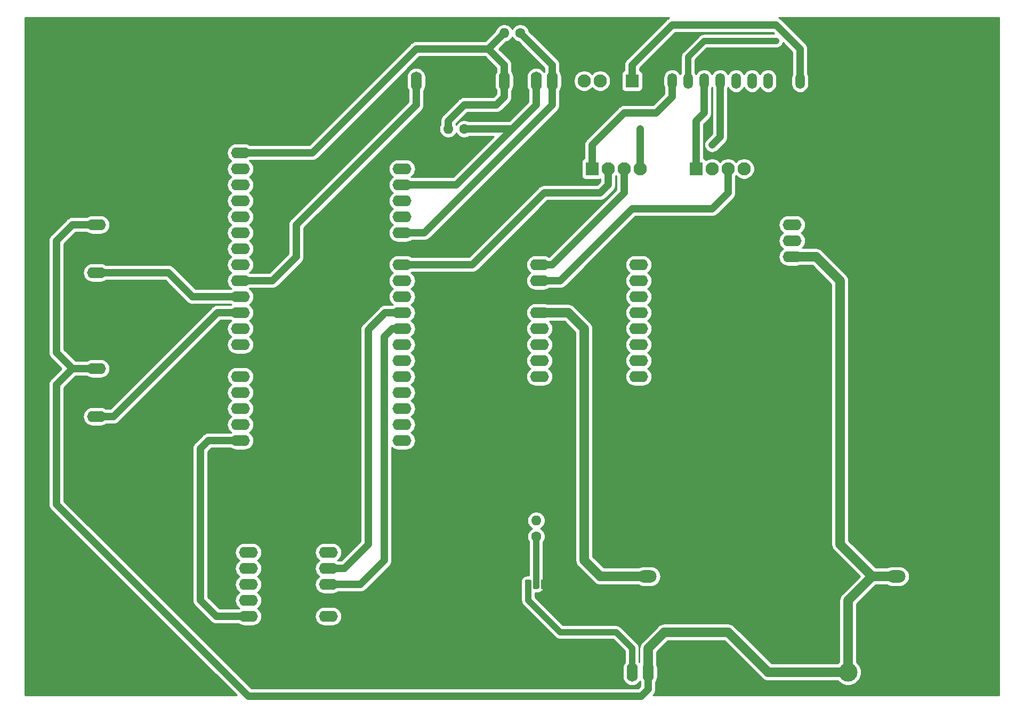
<source format=gbr>
%TF.GenerationSoftware,KiCad,Pcbnew,(5.1.6)-1*%
%TF.CreationDate,2020-07-17T12:23:20-05:00*%
%TF.ProjectId,Covid,436f7669-642e-46b6-9963-61645f706362,rev?*%
%TF.SameCoordinates,Original*%
%TF.FileFunction,Copper,L2,Bot*%
%TF.FilePolarity,Positive*%
%FSLAX46Y46*%
G04 Gerber Fmt 4.6, Leading zero omitted, Abs format (unit mm)*
G04 Created by KiCad (PCBNEW (5.1.6)-1) date 2020-07-17 12:23:20*
%MOMM*%
%LPD*%
G01*
G04 APERTURE LIST*
%TA.AperFunction,ComponentPad*%
%ADD10O,3.000000X1.750000*%
%TD*%
%TA.AperFunction,ComponentPad*%
%ADD11O,1.750000X3.000000*%
%TD*%
%TA.AperFunction,ComponentPad*%
%ADD12O,1.500000X2.500000*%
%TD*%
%TA.AperFunction,ComponentPad*%
%ADD13C,3.000000*%
%TD*%
%TA.AperFunction,ComponentPad*%
%ADD14R,1.050000X1.500000*%
%TD*%
%TA.AperFunction,ComponentPad*%
%ADD15C,1.600000*%
%TD*%
%TA.AperFunction,ComponentPad*%
%ADD16O,1.600000X1.600000*%
%TD*%
%TA.AperFunction,ComponentPad*%
%ADD17O,3.000000X2.000000*%
%TD*%
%TA.AperFunction,ComponentPad*%
%ADD18R,2.100000X2.100000*%
%TD*%
%TA.AperFunction,ComponentPad*%
%ADD19C,2.100000*%
%TD*%
%TA.AperFunction,ViaPad*%
%ADD20C,4.000000*%
%TD*%
%TA.AperFunction,ViaPad*%
%ADD21C,1.000000*%
%TD*%
%TA.AperFunction,Conductor*%
%ADD22C,1.200000*%
%TD*%
%TA.AperFunction,Conductor*%
%ADD23C,1.500000*%
%TD*%
%TA.AperFunction,Conductor*%
%ADD24C,1.000000*%
%TD*%
%TA.AperFunction,Conductor*%
%ADD25C,0.254000*%
%TD*%
G04 APERTURE END LIST*
D10*
%TO.P,U3,4*%
%TO.N,GND*%
X151130000Y-66040000D03*
%TO.P,U3,3*%
%TO.N,AUDIO-*%
X151130000Y-68580000D03*
%TO.P,U3,2*%
%TO.N,AUDIO+*%
X151130000Y-71120000D03*
%TO.P,U3,1*%
%TO.N,VCC_12V*%
X151130000Y-73660000D03*
%TD*%
%TO.P,U4,1*%
%TO.N,Net-(U4-Pad1)*%
X64770000Y-120650000D03*
%TO.P,U4,2*%
%TO.N,Net-(U4-Pad2)*%
X64770000Y-123190000D03*
%TO.P,U4,3*%
%TO.N,Net-(U4-Pad3)*%
X64770000Y-125730000D03*
%TO.P,U4,4*%
%TO.N,Net-(U4-Pad4)*%
X64770000Y-128270000D03*
%TO.P,U4,5*%
%TO.N,VCC_5V*%
X64770000Y-130810000D03*
%TO.P,U4,6*%
%TO.N,Net-(U4-Pad6)*%
X77470000Y-130810000D03*
%TO.P,U4,7*%
%TO.N,GND*%
X77470000Y-128270000D03*
%TO.P,U4,8*%
%TO.N,RX_TX_BAR*%
X77470000Y-125730000D03*
%TO.P,U4,9*%
%TO.N,TX_RX_BAR*%
X77470000Y-123190000D03*
%TO.P,U4,10*%
%TO.N,Net-(U4-Pad10)*%
X77470000Y-120650000D03*
%TD*%
%TO.P,U1,1*%
%TO.N,VCC_3V*%
X63500000Y-57150000D03*
%TO.P,U1,2*%
%TO.N,Net-(U1-Pad2)*%
X63500000Y-59690000D03*
%TO.P,U1,3*%
%TO.N,Net-(U1-Pad3)*%
X63500000Y-62230000D03*
%TO.P,U1,4*%
%TO.N,Net-(U1-Pad4)*%
X63500000Y-64770000D03*
%TO.P,U1,5*%
%TO.N,Net-(U1-Pad5)*%
X63500000Y-67310000D03*
%TO.P,U1,6*%
%TO.N,Net-(U1-Pad6)*%
X63500000Y-69850000D03*
%TO.P,U1,7*%
%TO.N,Net-(U1-Pad7)*%
X63500000Y-72390000D03*
%TO.P,U1,8*%
%TO.N,SIRENA*%
X63500000Y-74930000D03*
%TO.P,U1,9*%
%TO.N,LASER*%
X63500000Y-77470000D03*
%TO.P,U1,10*%
%TO.N,NO*%
X63500000Y-80010000D03*
%TO.P,U1,11*%
%TO.N,SI*%
X63500000Y-82550000D03*
%TO.P,U1,12*%
%TO.N,Net-(U1-Pad12)*%
X63500000Y-85090000D03*
%TO.P,U1,13*%
%TO.N,Net-(U1-Pad13)*%
X63500000Y-87630000D03*
%TO.P,U1,14*%
%TO.N,GND*%
X63500000Y-90170000D03*
%TO.P,U1,15*%
%TO.N,Net-(U1-Pad15)*%
X63500000Y-92710000D03*
%TO.P,U1,16*%
%TO.N,TX_TAR_SON*%
X63500000Y-95250000D03*
%TO.P,U1,17*%
%TO.N,RX_TAR_SON*%
X63500000Y-97790000D03*
%TO.P,U1,18*%
%TO.N,Net-(U1-Pad18)*%
X63500000Y-100330000D03*
%TO.P,U1,19*%
%TO.N,VCC_5V*%
X63500000Y-102870000D03*
%TO.P,U1,20*%
%TO.N,Net-(U1-Pad20)*%
X89200000Y-102870000D03*
%TO.P,U1,21*%
%TO.N,Net-(U1-Pad21)*%
X89200000Y-100330000D03*
%TO.P,U1,22*%
%TO.N,Net-(U1-Pad22)*%
X89200000Y-97790000D03*
%TO.P,U1,23*%
%TO.N,CS*%
X89200000Y-95250000D03*
%TO.P,U1,24*%
%TO.N,RESET*%
X89200000Y-92710000D03*
%TO.P,U1,25*%
%TO.N,Net-(U1-Pad25)*%
X89200000Y-90170000D03*
%TO.P,U1,26*%
%TO.N,DC*%
X89200000Y-87630000D03*
%TO.P,U1,27*%
%TO.N,RX_TX_BAR*%
X89200000Y-85090000D03*
%TO.P,U1,28*%
%TO.N,TX_RX_BAR*%
X89200000Y-82550000D03*
%TO.P,U1,29*%
%TO.N,Net-(U1-Pad29)*%
X89200000Y-80010000D03*
%TO.P,U1,30*%
%TO.N,RX_SCK*%
X89200000Y-77470000D03*
%TO.P,U1,31*%
%TO.N,TX_MISO*%
X89200000Y-74930000D03*
%TO.P,U1,32*%
%TO.N,GND*%
X89200000Y-72390000D03*
%TO.P,U1,33*%
%TO.N,SDA*%
X89200000Y-69850000D03*
%TO.P,U1,34*%
%TO.N,Net-(U1-Pad34)*%
X89200000Y-67310000D03*
%TO.P,U1,35*%
%TO.N,Net-(U1-Pad35)*%
X89200000Y-64770000D03*
%TO.P,U1,36*%
%TO.N,SCL*%
X89200000Y-62230000D03*
%TO.P,U1,37*%
%TO.N,MOSI*%
X89200000Y-59690000D03*
%TO.P,U1,38*%
%TO.N,GND*%
X89200000Y-57150000D03*
%TD*%
D11*
%TO.P,U2,1*%
%TO.N,LASER*%
X91440000Y-45720000D03*
%TO.P,U2,2*%
%TO.N,GND*%
X93980000Y-45720000D03*
%TD*%
D10*
%TO.P,U5,1*%
%TO.N,Net-(U5-Pad1)*%
X126760001Y-92710000D03*
%TO.P,U5,2*%
%TO.N,Net-(U5-Pad2)*%
X126760001Y-90170000D03*
%TO.P,U5,3*%
%TO.N,Net-(U5-Pad3)*%
X126760001Y-87630000D03*
%TO.P,U5,4*%
%TO.N,Net-(U5-Pad4)*%
X126760001Y-85090000D03*
%TO.P,U5,5*%
%TO.N,Net-(U5-Pad5)*%
X126760001Y-82550000D03*
%TO.P,U5,6*%
%TO.N,Net-(U5-Pad6)*%
X126760001Y-80010000D03*
%TO.P,U5,7*%
%TO.N,Net-(U5-Pad7)*%
X126760001Y-77470000D03*
%TO.P,U5,8*%
%TO.N,Net-(U5-Pad8)*%
X126760001Y-74930000D03*
%TO.P,U5,9*%
%TO.N,TX_RX_AUDIO*%
X111010001Y-74930000D03*
%TO.P,U5,10*%
%TO.N,RX_TX_AUDIO*%
X111010001Y-77470000D03*
%TO.P,U5,11*%
%TO.N,GND*%
X111010001Y-80010000D03*
%TO.P,U5,12*%
%TO.N,VCC_5V*%
X111010001Y-82550000D03*
%TO.P,U5,13*%
%TO.N,Net-(U5-Pad13)*%
X111010001Y-85090000D03*
%TO.P,U5,14*%
%TO.N,Net-(U5-Pad14)*%
X111010001Y-87630000D03*
%TO.P,U5,15*%
%TO.N,AUDIO-*%
X111010001Y-90170000D03*
%TO.P,U5,16*%
%TO.N,AUDIO+*%
X111010001Y-92710000D03*
%TD*%
%TO.P,U7,1*%
%TO.N,VCC_12V*%
X40640000Y-91440000D03*
%TO.P,U7,2*%
%TO.N,GND*%
X40640000Y-93980000D03*
%TO.P,U7,3*%
X40640000Y-96520000D03*
%TO.P,U7,4*%
%TO.N,SI*%
X40640000Y-99060000D03*
%TO.P,U7,5*%
%TO.N,GND*%
X40640000Y-101600000D03*
%TD*%
%TO.P,U8,5*%
%TO.N,GND*%
X40640000Y-78740000D03*
%TO.P,U8,4*%
%TO.N,NO*%
X40640000Y-76200000D03*
%TO.P,U8,3*%
%TO.N,GND*%
X40640000Y-73660000D03*
%TO.P,U8,2*%
X40640000Y-71120000D03*
%TO.P,U8,1*%
%TO.N,VCC_12V*%
X40640000Y-68580000D03*
%TD*%
D11*
%TO.P,U9,1*%
%TO.N,VCC_3V*%
X105410000Y-45720000D03*
%TO.P,U9,2*%
%TO.N,GND*%
X107950000Y-45720000D03*
%TO.P,U9,3*%
%TO.N,SCL*%
X110490000Y-45720000D03*
%TO.P,U9,4*%
%TO.N,SDA*%
X113030000Y-45720000D03*
%TD*%
D12*
%TO.P,U11,1*%
%TO.N,MISO*%
X132080000Y-45720000D03*
%TO.P,U11,2*%
%TO.N,VCC_5V*%
X134620000Y-45720000D03*
%TO.P,U11,3*%
%TO.N,SCK*%
X137160000Y-45720000D03*
%TO.P,U11,4*%
%TO.N,MOSI*%
X139700000Y-45720000D03*
%TO.P,U11,5*%
%TO.N,DC*%
X142240000Y-45720000D03*
%TO.P,U11,6*%
%TO.N,RESET*%
X144780000Y-45720000D03*
%TO.P,U11,7*%
%TO.N,CS*%
X147320000Y-45720000D03*
%TO.P,U11,8*%
%TO.N,GND*%
X149860000Y-45720000D03*
%TO.P,U11,9*%
%TO.N,VCC_3V*%
X152400000Y-45720000D03*
%TD*%
D13*
%TO.P,U10,1*%
%TO.N,VCC_12V*%
X160020000Y-139700000D03*
%TO.P,U10,2*%
%TO.N,GND*%
X168870000Y-139700000D03*
%TD*%
%TO.P,Q1,2*%
%TO.N,Net-(Q1-Pad2)*%
%TA.AperFunction,ComponentPad*%
G36*
G01*
X111015000Y-125242500D02*
X111015000Y-126217500D01*
G75*
G02*
X110752500Y-126480000I-262500J0D01*
G01*
X110227500Y-126480000D01*
G75*
G02*
X109965000Y-126217500I0J262500D01*
G01*
X109965000Y-125242500D01*
G75*
G02*
X110227500Y-124980000I262500J0D01*
G01*
X110752500Y-124980000D01*
G75*
G02*
X111015000Y-125242500I0J-262500D01*
G01*
G37*
%TD.AperFunction*%
%TO.P,Q1,3*%
%TO.N,Net-(Q1-Pad3)*%
%TA.AperFunction,ComponentPad*%
G36*
G01*
X109745000Y-125242500D02*
X109745000Y-126217500D01*
G75*
G02*
X109482500Y-126480000I-262500J0D01*
G01*
X108957500Y-126480000D01*
G75*
G02*
X108695000Y-126217500I0J262500D01*
G01*
X108695000Y-125242500D01*
G75*
G02*
X108957500Y-124980000I262500J0D01*
G01*
X109482500Y-124980000D01*
G75*
G02*
X109745000Y-125242500I0J-262500D01*
G01*
G37*
%TD.AperFunction*%
D14*
%TO.P,Q1,1*%
%TO.N,GND*%
X111760000Y-125730000D03*
%TD*%
D15*
%TO.P,R1,1*%
%TO.N,Net-(Q1-Pad2)*%
X110490000Y-118110000D03*
D16*
%TO.P,R1,2*%
%TO.N,SIRENA*%
X110490000Y-115570000D03*
%TD*%
D17*
%TO.P,U6,1*%
%TO.N,VCC_12V*%
X167640000Y-124460000D03*
%TO.P,U6,2*%
%TO.N,GND*%
X167640000Y-107315000D03*
%TO.P,U6,3*%
%TO.N,VCC_5V*%
X128143000Y-124460000D03*
%TO.P,U6,4*%
%TO.N,GND*%
X128143000Y-107315000D03*
%TD*%
D11*
%TO.P,U12,1*%
%TO.N,VCC_12V*%
X128270000Y-139700000D03*
%TO.P,U12,2*%
%TO.N,Net-(Q1-Pad3)*%
X125730000Y-139700000D03*
%TD*%
D18*
%TO.P,J1,1*%
%TO.N,MISO*%
X119380000Y-59690000D03*
D19*
%TO.P,J1,2*%
%TO.N,TX_MISO*%
X121920000Y-59690000D03*
%TO.P,J1,3*%
%TO.N,TX_RX_AUDIO*%
X124460000Y-59690000D03*
%TO.P,J1,4*%
%TO.N,TX_TAR_SON*%
X127000000Y-59690000D03*
%TD*%
%TO.P,J2,4*%
%TO.N,RX_TAR_SON*%
X143510000Y-59690000D03*
%TO.P,J2,3*%
%TO.N,RX_TX_AUDIO*%
X140970000Y-59690000D03*
%TO.P,J2,2*%
%TO.N,RX_SCK*%
X138430000Y-59690000D03*
D18*
%TO.P,J2,1*%
%TO.N,SCK*%
X135890000Y-59690000D03*
%TD*%
D16*
%TO.P,R2,2*%
%TO.N,VCC_3V*%
X96520000Y-53340000D03*
D15*
%TO.P,R2,1*%
%TO.N,SCL*%
X99060000Y-53340000D03*
%TD*%
%TO.P,R3,1*%
%TO.N,SDA*%
X107950000Y-38100000D03*
D16*
%TO.P,R3,2*%
%TO.N,VCC_3V*%
X105410000Y-38100000D03*
%TD*%
D18*
%TO.P,U13,1*%
%TO.N,VCC_3V*%
X125730000Y-45720000D03*
D19*
%TO.P,U13,2*%
%TO.N,GND*%
X123190000Y-45720000D03*
%TO.P,U13,3*%
%TO.N,SCL*%
X120650000Y-45720000D03*
%TO.P,U13,4*%
%TO.N,SDA*%
X118110000Y-45720000D03*
%TD*%
D20*
%TO.N,GND*%
X177800000Y-41910000D03*
X35560000Y-137160000D03*
X35560000Y-41910000D03*
X177800000Y-137160000D03*
D21*
%TO.N,VCC_5V*%
X120650000Y-124460000D03*
X148590000Y-39370000D03*
%TO.N,MOSI*%
X138430000Y-55880000D03*
%TO.N,TX_TAR_SON*%
X127000000Y-53340000D03*
%TD*%
D22*
%TO.N,VCC_3V*%
X63500000Y-57150000D02*
X74930000Y-57150000D01*
X74930000Y-57150000D02*
X91440000Y-40640000D01*
X91440000Y-40640000D02*
X102870000Y-40640000D01*
X105410000Y-43180000D02*
X105410000Y-45720000D01*
X102870000Y-40640000D02*
X105410000Y-43180000D01*
X105410000Y-38100000D02*
X102870000Y-40640000D01*
X96520000Y-53340000D02*
X96520000Y-52070000D01*
X96520000Y-52070000D02*
X99060000Y-49530000D01*
X99060000Y-49530000D02*
X104140000Y-49530000D01*
X105410000Y-48260000D02*
X105410000Y-45720000D01*
X104140000Y-49530000D02*
X105410000Y-48260000D01*
X152400000Y-45720000D02*
X152400000Y-40640000D01*
X152400000Y-40640000D02*
X148590000Y-36830000D01*
X148590000Y-36830000D02*
X132080000Y-36830000D01*
X125730000Y-43180000D02*
X125730000Y-45720000D01*
X132080000Y-36830000D02*
X125730000Y-43180000D01*
%TO.N,LASER*%
X91440000Y-45720000D02*
X91440000Y-49530000D01*
X91440000Y-49530000D02*
X72390000Y-68580000D01*
X72390000Y-68580000D02*
X72390000Y-73660000D01*
X68580000Y-77470000D02*
X63500000Y-77470000D01*
X72390000Y-73660000D02*
X68580000Y-77470000D01*
%TO.N,NO*%
X40640000Y-76200000D02*
X52070000Y-76200000D01*
X55880000Y-80010000D02*
X63500000Y-80010000D01*
X52070000Y-76200000D02*
X55880000Y-80010000D01*
%TO.N,SI*%
X59850000Y-82550000D02*
X63500000Y-82550000D01*
X43340000Y-99060000D02*
X59850000Y-82550000D01*
X40640000Y-99060000D02*
X43340000Y-99060000D01*
D23*
%TO.N,VCC_5V*%
X128143000Y-124460000D02*
X120650000Y-124460000D01*
X120650000Y-124460000D02*
X118110000Y-121920000D01*
X118110000Y-121920000D02*
X118110000Y-85090000D01*
X115570000Y-82550000D02*
X111010001Y-82550000D01*
X118110000Y-85090000D02*
X115570000Y-82550000D01*
D22*
X64770000Y-130810000D02*
X59690000Y-130810000D01*
X59690000Y-130810000D02*
X57150000Y-128270000D01*
X57150000Y-128270000D02*
X57150000Y-104140000D01*
X58420000Y-102870000D02*
X63500000Y-102870000D01*
X57150000Y-104140000D02*
X58420000Y-102870000D01*
D24*
X134620000Y-45720000D02*
X134620000Y-41910000D01*
X134620000Y-41910000D02*
X137160000Y-39370000D01*
X137160000Y-39370000D02*
X148590000Y-39370000D01*
X148590000Y-39370000D02*
X148590000Y-39370000D01*
D22*
%TO.N,RX_TX_BAR*%
X89200000Y-85090000D02*
X87630000Y-85090000D01*
X87630000Y-85090000D02*
X86360000Y-86360000D01*
X86360000Y-86360000D02*
X86360000Y-121920000D01*
X82550000Y-125730000D02*
X77470000Y-125730000D01*
X86360000Y-121920000D02*
X82550000Y-125730000D01*
%TO.N,TX_RX_BAR*%
X77470000Y-123190000D02*
X80010000Y-123190000D01*
X80010000Y-123190000D02*
X83820000Y-119380000D01*
X86500000Y-82550000D02*
X89200000Y-82550000D01*
X83820000Y-85230000D02*
X86500000Y-82550000D01*
X83820000Y-119380000D02*
X83820000Y-85230000D01*
%TO.N,RX_TX_AUDIO*%
X140970000Y-59690000D02*
X140970000Y-63500000D01*
X140970000Y-63500000D02*
X138430000Y-66040000D01*
X138430000Y-66040000D02*
X125730000Y-66040000D01*
X125730000Y-66040000D02*
X114300000Y-77470000D01*
X114300000Y-77470000D02*
X111010001Y-77470000D01*
%TO.N,TX_RX_AUDIO*%
X111010001Y-74930000D02*
X113030000Y-74930000D01*
X124460000Y-63500000D02*
X124460000Y-59690000D01*
X113030000Y-74930000D02*
X124460000Y-63500000D01*
%TO.N,SDA*%
X113030000Y-45720000D02*
X113030000Y-49530000D01*
X92710000Y-69850000D02*
X89200000Y-69850000D01*
X113030000Y-49530000D02*
X92710000Y-69850000D01*
X113030000Y-43180000D02*
X113030000Y-45720000D01*
X107950000Y-38100000D02*
X113030000Y-43180000D01*
%TO.N,SCL*%
X89200000Y-62230000D02*
X97790000Y-62230000D01*
X110490000Y-49530000D02*
X110490000Y-45720000D01*
X97790000Y-62230000D02*
X110490000Y-49530000D01*
X106680000Y-53340000D02*
X110490000Y-49530000D01*
X99060000Y-53340000D02*
X106680000Y-53340000D01*
D23*
%TO.N,VCC_12V*%
X160020000Y-139700000D02*
X160020000Y-128270000D01*
X163830000Y-124460000D02*
X167640000Y-124460000D01*
X160020000Y-128270000D02*
X163830000Y-124460000D01*
X154940000Y-73660000D02*
X151130000Y-73660000D01*
X158750000Y-77470000D02*
X154940000Y-73660000D01*
X163830000Y-124460000D02*
X158750000Y-119380000D01*
X158750000Y-119380000D02*
X158750000Y-77470000D01*
X128270000Y-139700000D02*
X128270000Y-135890000D01*
X128270000Y-135890000D02*
X130810000Y-133350000D01*
X130810000Y-133350000D02*
X140970000Y-133350000D01*
X147320000Y-139700000D02*
X160020000Y-139700000D01*
X140970000Y-133350000D02*
X147320000Y-139700000D01*
D22*
X40640000Y-68580000D02*
X36830000Y-68580000D01*
X36830000Y-68580000D02*
X34290000Y-71120000D01*
X34290000Y-71120000D02*
X34290000Y-88900000D01*
X36830000Y-91440000D02*
X40640000Y-91440000D01*
X34290000Y-88900000D02*
X36830000Y-91440000D01*
X36830000Y-91440000D02*
X34290000Y-93980000D01*
X34290000Y-93980000D02*
X34290000Y-113030000D01*
X34290000Y-113030000D02*
X64770000Y-143510000D01*
X128270000Y-142400000D02*
X128270000Y-139700000D01*
X127160000Y-143510000D02*
X128270000Y-142400000D01*
X64770000Y-143510000D02*
X127160000Y-143510000D01*
%TO.N,SCK*%
X135890000Y-59690000D02*
X135890000Y-52070000D01*
X137160000Y-50800000D02*
X137160000Y-45720000D01*
X135890000Y-52070000D02*
X137160000Y-50800000D01*
%TO.N,MISO*%
X119380000Y-59690000D02*
X119380000Y-55880000D01*
X119380000Y-55880000D02*
X124460000Y-50800000D01*
X124460000Y-50800000D02*
X129540000Y-50800000D01*
X132080000Y-48260000D02*
X132080000Y-45720000D01*
X129540000Y-50800000D02*
X132080000Y-48260000D01*
%TO.N,MOSI*%
X139700000Y-45720000D02*
X139700000Y-54610000D01*
X139700000Y-54610000D02*
X138430000Y-55880000D01*
D24*
%TO.N,Net-(Q1-Pad2)*%
X110490000Y-125730000D02*
X110490000Y-118110000D01*
%TO.N,Net-(Q1-Pad3)*%
X109220000Y-125730000D02*
X109220000Y-128270000D01*
X109220000Y-128270000D02*
X114300000Y-133350000D01*
X114300000Y-133350000D02*
X123190000Y-133350000D01*
X125730000Y-135890000D02*
X125730000Y-139700000D01*
X123190000Y-133350000D02*
X125730000Y-135890000D01*
D22*
%TO.N,TX_MISO*%
X89200000Y-74930000D02*
X100330000Y-74930000D01*
X100330000Y-74930000D02*
X111760000Y-63500000D01*
X111760000Y-63500000D02*
X120650000Y-63500000D01*
X121920000Y-62230000D02*
X121920000Y-59690000D01*
X120650000Y-63500000D02*
X121920000Y-62230000D01*
%TO.N,TX_TAR_SON*%
X127000000Y-59690000D02*
X127000000Y-53340000D01*
%TD*%
D25*
%TO.N,GND*%
G36*
X131390551Y-35798167D02*
G01*
X131202498Y-35952498D01*
X131163826Y-35999620D01*
X124899625Y-42263821D01*
X124852498Y-42302498D01*
X124698167Y-42490552D01*
X124583489Y-42705100D01*
X124583489Y-42705101D01*
X124512870Y-42937898D01*
X124489025Y-43180000D01*
X124495000Y-43240666D01*
X124495000Y-44062546D01*
X124435820Y-44080498D01*
X124325506Y-44139463D01*
X124228815Y-44218815D01*
X124149463Y-44315506D01*
X124090498Y-44425820D01*
X124054188Y-44545518D01*
X124041928Y-44670000D01*
X124041928Y-46770000D01*
X124054188Y-46894482D01*
X124090498Y-47014180D01*
X124149463Y-47124494D01*
X124228815Y-47221185D01*
X124325506Y-47300537D01*
X124435820Y-47359502D01*
X124555518Y-47395812D01*
X124680000Y-47408072D01*
X126780000Y-47408072D01*
X126904482Y-47395812D01*
X127024180Y-47359502D01*
X127134494Y-47300537D01*
X127231185Y-47221185D01*
X127310537Y-47124494D01*
X127369502Y-47014180D01*
X127405812Y-46894482D01*
X127418072Y-46770000D01*
X127418072Y-44670000D01*
X127405812Y-44545518D01*
X127369502Y-44425820D01*
X127310537Y-44315506D01*
X127231185Y-44218815D01*
X127134494Y-44139463D01*
X127024180Y-44080498D01*
X126965000Y-44062546D01*
X126965000Y-43691553D01*
X132591554Y-38065000D01*
X148078447Y-38065000D01*
X148248447Y-38235000D01*
X137215741Y-38235000D01*
X137159999Y-38229510D01*
X137104257Y-38235000D01*
X137104248Y-38235000D01*
X136937501Y-38251423D01*
X136723553Y-38316324D01*
X136526377Y-38421716D01*
X136353551Y-38563551D01*
X136318009Y-38606859D01*
X133856860Y-41068009D01*
X133813552Y-41103551D01*
X133671717Y-41276377D01*
X133643350Y-41329448D01*
X133566324Y-41473554D01*
X133501423Y-41687502D01*
X133479509Y-41910000D01*
X133485001Y-41965761D01*
X133485000Y-44419814D01*
X133462843Y-44446813D01*
X133350000Y-44657927D01*
X133237157Y-44446812D01*
X133064080Y-44235919D01*
X132853187Y-44062843D01*
X132612580Y-43934236D01*
X132351506Y-43855040D01*
X132080000Y-43828299D01*
X131808493Y-43855040D01*
X131547419Y-43934236D01*
X131306812Y-44062843D01*
X131095919Y-44235920D01*
X130922843Y-44446813D01*
X130794236Y-44687420D01*
X130715040Y-44948494D01*
X130695000Y-45151964D01*
X130695000Y-46288037D01*
X130715040Y-46491507D01*
X130794236Y-46752581D01*
X130845001Y-46847555D01*
X130845000Y-47748446D01*
X129028447Y-49565000D01*
X124520665Y-49565000D01*
X124460000Y-49559025D01*
X124399335Y-49565000D01*
X124217898Y-49582870D01*
X123985099Y-49653489D01*
X123770551Y-49768167D01*
X123582498Y-49922498D01*
X123543826Y-49969620D01*
X118549621Y-54963826D01*
X118502499Y-55002498D01*
X118348168Y-55190551D01*
X118267016Y-55342376D01*
X118233489Y-55405101D01*
X118162870Y-55637898D01*
X118139025Y-55880000D01*
X118145001Y-55940675D01*
X118145000Y-58032546D01*
X118085820Y-58050498D01*
X117975506Y-58109463D01*
X117878815Y-58188815D01*
X117799463Y-58285506D01*
X117740498Y-58395820D01*
X117704188Y-58515518D01*
X117691928Y-58640000D01*
X117691928Y-60740000D01*
X117704188Y-60864482D01*
X117740498Y-60984180D01*
X117799463Y-61094494D01*
X117878815Y-61191185D01*
X117975506Y-61270537D01*
X118085820Y-61329502D01*
X118205518Y-61365812D01*
X118330000Y-61378072D01*
X120430000Y-61378072D01*
X120554482Y-61365812D01*
X120674180Y-61329502D01*
X120685000Y-61323718D01*
X120685000Y-61718446D01*
X120138447Y-62265000D01*
X111820664Y-62265000D01*
X111759999Y-62259025D01*
X111517897Y-62282870D01*
X111492201Y-62290665D01*
X111285099Y-62353489D01*
X111070551Y-62468167D01*
X110882498Y-62622498D01*
X110843826Y-62669620D01*
X99818447Y-73695000D01*
X90700375Y-73695000D01*
X90667970Y-73668406D01*
X90405648Y-73528192D01*
X90121012Y-73441849D01*
X89899178Y-73420000D01*
X88500822Y-73420000D01*
X88278988Y-73441849D01*
X87994352Y-73528192D01*
X87732030Y-73668406D01*
X87502103Y-73857103D01*
X87313406Y-74087030D01*
X87173192Y-74349352D01*
X87086849Y-74633988D01*
X87057694Y-74930000D01*
X87086849Y-75226012D01*
X87173192Y-75510648D01*
X87313406Y-75772970D01*
X87502103Y-76002897D01*
X87732030Y-76191594D01*
X87747757Y-76200000D01*
X87732030Y-76208406D01*
X87502103Y-76397103D01*
X87313406Y-76627030D01*
X87173192Y-76889352D01*
X87086849Y-77173988D01*
X87057694Y-77470000D01*
X87086849Y-77766012D01*
X87173192Y-78050648D01*
X87313406Y-78312970D01*
X87502103Y-78542897D01*
X87732030Y-78731594D01*
X87747757Y-78740000D01*
X87732030Y-78748406D01*
X87502103Y-78937103D01*
X87313406Y-79167030D01*
X87173192Y-79429352D01*
X87086849Y-79713988D01*
X87057694Y-80010000D01*
X87086849Y-80306012D01*
X87173192Y-80590648D01*
X87313406Y-80852970D01*
X87502103Y-81082897D01*
X87732030Y-81271594D01*
X87747757Y-81280000D01*
X87732030Y-81288406D01*
X87699625Y-81315000D01*
X86560654Y-81315000D01*
X86499999Y-81309026D01*
X86439344Y-81315000D01*
X86439335Y-81315000D01*
X86257898Y-81332870D01*
X86025099Y-81403489D01*
X85810551Y-81518167D01*
X85622498Y-81672498D01*
X85583826Y-81719620D01*
X82989621Y-84313826D01*
X82942499Y-84352498D01*
X82788168Y-84540551D01*
X82673490Y-84755099D01*
X82673489Y-84755101D01*
X82602870Y-84987898D01*
X82579025Y-85230000D01*
X82585001Y-85290675D01*
X82585000Y-118868446D01*
X79498447Y-121955000D01*
X78970375Y-121955000D01*
X78937970Y-121928406D01*
X78922243Y-121920000D01*
X78937970Y-121911594D01*
X79167897Y-121722897D01*
X79356594Y-121492970D01*
X79496808Y-121230648D01*
X79583151Y-120946012D01*
X79612306Y-120650000D01*
X79583151Y-120353988D01*
X79496808Y-120069352D01*
X79356594Y-119807030D01*
X79167897Y-119577103D01*
X78937970Y-119388406D01*
X78675648Y-119248192D01*
X78391012Y-119161849D01*
X78169178Y-119140000D01*
X76770822Y-119140000D01*
X76548988Y-119161849D01*
X76264352Y-119248192D01*
X76002030Y-119388406D01*
X75772103Y-119577103D01*
X75583406Y-119807030D01*
X75443192Y-120069352D01*
X75356849Y-120353988D01*
X75327694Y-120650000D01*
X75356849Y-120946012D01*
X75443192Y-121230648D01*
X75583406Y-121492970D01*
X75772103Y-121722897D01*
X76002030Y-121911594D01*
X76017757Y-121920000D01*
X76002030Y-121928406D01*
X75772103Y-122117103D01*
X75583406Y-122347030D01*
X75443192Y-122609352D01*
X75356849Y-122893988D01*
X75327694Y-123190000D01*
X75356849Y-123486012D01*
X75443192Y-123770648D01*
X75583406Y-124032970D01*
X75772103Y-124262897D01*
X76002030Y-124451594D01*
X76017757Y-124460000D01*
X76002030Y-124468406D01*
X75772103Y-124657103D01*
X75583406Y-124887030D01*
X75443192Y-125149352D01*
X75356849Y-125433988D01*
X75327694Y-125730000D01*
X75356849Y-126026012D01*
X75443192Y-126310648D01*
X75583406Y-126572970D01*
X75772103Y-126802897D01*
X76002030Y-126991594D01*
X76264352Y-127131808D01*
X76548988Y-127218151D01*
X76770822Y-127240000D01*
X78169178Y-127240000D01*
X78391012Y-127218151D01*
X78675648Y-127131808D01*
X78937970Y-126991594D01*
X78970375Y-126965000D01*
X82489335Y-126965000D01*
X82550000Y-126970975D01*
X82610665Y-126965000D01*
X82792102Y-126947130D01*
X83024901Y-126876511D01*
X83239449Y-126761833D01*
X83427502Y-126607502D01*
X83466178Y-126560375D01*
X87190380Y-122836174D01*
X87237502Y-122797502D01*
X87391833Y-122609449D01*
X87506511Y-122394901D01*
X87577130Y-122162102D01*
X87595000Y-121980665D01*
X87600975Y-121920000D01*
X87595000Y-121859335D01*
X87595000Y-104019136D01*
X87732030Y-104131594D01*
X87994352Y-104271808D01*
X88278988Y-104358151D01*
X88500822Y-104380000D01*
X89899178Y-104380000D01*
X90121012Y-104358151D01*
X90405648Y-104271808D01*
X90667970Y-104131594D01*
X90897897Y-103942897D01*
X91086594Y-103712970D01*
X91226808Y-103450648D01*
X91313151Y-103166012D01*
X91342306Y-102870000D01*
X91313151Y-102573988D01*
X91226808Y-102289352D01*
X91086594Y-102027030D01*
X90897897Y-101797103D01*
X90667970Y-101608406D01*
X90652243Y-101600000D01*
X90667970Y-101591594D01*
X90897897Y-101402897D01*
X91086594Y-101172970D01*
X91226808Y-100910648D01*
X91313151Y-100626012D01*
X91342306Y-100330000D01*
X91313151Y-100033988D01*
X91226808Y-99749352D01*
X91086594Y-99487030D01*
X90897897Y-99257103D01*
X90667970Y-99068406D01*
X90652243Y-99060000D01*
X90667970Y-99051594D01*
X90897897Y-98862897D01*
X91086594Y-98632970D01*
X91226808Y-98370648D01*
X91313151Y-98086012D01*
X91342306Y-97790000D01*
X91313151Y-97493988D01*
X91226808Y-97209352D01*
X91086594Y-96947030D01*
X90897897Y-96717103D01*
X90667970Y-96528406D01*
X90652243Y-96520000D01*
X90667970Y-96511594D01*
X90897897Y-96322897D01*
X91086594Y-96092970D01*
X91226808Y-95830648D01*
X91313151Y-95546012D01*
X91342306Y-95250000D01*
X91313151Y-94953988D01*
X91226808Y-94669352D01*
X91086594Y-94407030D01*
X90897897Y-94177103D01*
X90667970Y-93988406D01*
X90652243Y-93980000D01*
X90667970Y-93971594D01*
X90897897Y-93782897D01*
X91086594Y-93552970D01*
X91226808Y-93290648D01*
X91313151Y-93006012D01*
X91342306Y-92710000D01*
X91313151Y-92413988D01*
X91226808Y-92129352D01*
X91086594Y-91867030D01*
X90897897Y-91637103D01*
X90667970Y-91448406D01*
X90652243Y-91440000D01*
X90667970Y-91431594D01*
X90897897Y-91242897D01*
X91086594Y-91012970D01*
X91226808Y-90750648D01*
X91313151Y-90466012D01*
X91342306Y-90170000D01*
X91313151Y-89873988D01*
X91226808Y-89589352D01*
X91086594Y-89327030D01*
X90897897Y-89097103D01*
X90667970Y-88908406D01*
X90652243Y-88900000D01*
X90667970Y-88891594D01*
X90897897Y-88702897D01*
X91086594Y-88472970D01*
X91226808Y-88210648D01*
X91313151Y-87926012D01*
X91342306Y-87630000D01*
X91313151Y-87333988D01*
X91226808Y-87049352D01*
X91086594Y-86787030D01*
X90897897Y-86557103D01*
X90667970Y-86368406D01*
X90652243Y-86360000D01*
X90667970Y-86351594D01*
X90897897Y-86162897D01*
X91086594Y-85932970D01*
X91226808Y-85670648D01*
X91313151Y-85386012D01*
X91342306Y-85090000D01*
X91313151Y-84793988D01*
X91226808Y-84509352D01*
X91086594Y-84247030D01*
X90897897Y-84017103D01*
X90667970Y-83828406D01*
X90652243Y-83820000D01*
X90667970Y-83811594D01*
X90897897Y-83622897D01*
X91086594Y-83392970D01*
X91226808Y-83130648D01*
X91313151Y-82846012D01*
X91342306Y-82550000D01*
X108867695Y-82550000D01*
X108896850Y-82846012D01*
X108983193Y-83130648D01*
X109123407Y-83392970D01*
X109312104Y-83622897D01*
X109542031Y-83811594D01*
X109557758Y-83820000D01*
X109542031Y-83828406D01*
X109312104Y-84017103D01*
X109123407Y-84247030D01*
X108983193Y-84509352D01*
X108896850Y-84793988D01*
X108867695Y-85090000D01*
X108896850Y-85386012D01*
X108983193Y-85670648D01*
X109123407Y-85932970D01*
X109312104Y-86162897D01*
X109542031Y-86351594D01*
X109557758Y-86360000D01*
X109542031Y-86368406D01*
X109312104Y-86557103D01*
X109123407Y-86787030D01*
X108983193Y-87049352D01*
X108896850Y-87333988D01*
X108867695Y-87630000D01*
X108896850Y-87926012D01*
X108983193Y-88210648D01*
X109123407Y-88472970D01*
X109312104Y-88702897D01*
X109542031Y-88891594D01*
X109557758Y-88900000D01*
X109542031Y-88908406D01*
X109312104Y-89097103D01*
X109123407Y-89327030D01*
X108983193Y-89589352D01*
X108896850Y-89873988D01*
X108867695Y-90170000D01*
X108896850Y-90466012D01*
X108983193Y-90750648D01*
X109123407Y-91012970D01*
X109312104Y-91242897D01*
X109542031Y-91431594D01*
X109557758Y-91440000D01*
X109542031Y-91448406D01*
X109312104Y-91637103D01*
X109123407Y-91867030D01*
X108983193Y-92129352D01*
X108896850Y-92413988D01*
X108867695Y-92710000D01*
X108896850Y-93006012D01*
X108983193Y-93290648D01*
X109123407Y-93552970D01*
X109312104Y-93782897D01*
X109542031Y-93971594D01*
X109804353Y-94111808D01*
X110088989Y-94198151D01*
X110310823Y-94220000D01*
X111709179Y-94220000D01*
X111931013Y-94198151D01*
X112215649Y-94111808D01*
X112477971Y-93971594D01*
X112707898Y-93782897D01*
X112896595Y-93552970D01*
X113036809Y-93290648D01*
X113123152Y-93006012D01*
X113152307Y-92710000D01*
X113123152Y-92413988D01*
X113036809Y-92129352D01*
X112896595Y-91867030D01*
X112707898Y-91637103D01*
X112477971Y-91448406D01*
X112462244Y-91440000D01*
X112477971Y-91431594D01*
X112707898Y-91242897D01*
X112896595Y-91012970D01*
X113036809Y-90750648D01*
X113123152Y-90466012D01*
X113152307Y-90170000D01*
X113123152Y-89873988D01*
X113036809Y-89589352D01*
X112896595Y-89327030D01*
X112707898Y-89097103D01*
X112477971Y-88908406D01*
X112462244Y-88900000D01*
X112477971Y-88891594D01*
X112707898Y-88702897D01*
X112896595Y-88472970D01*
X113036809Y-88210648D01*
X113123152Y-87926012D01*
X113152307Y-87630000D01*
X113123152Y-87333988D01*
X113036809Y-87049352D01*
X112896595Y-86787030D01*
X112707898Y-86557103D01*
X112477971Y-86368406D01*
X112462244Y-86360000D01*
X112477971Y-86351594D01*
X112707898Y-86162897D01*
X112896595Y-85932970D01*
X113036809Y-85670648D01*
X113123152Y-85386012D01*
X113152307Y-85090000D01*
X113123152Y-84793988D01*
X113036809Y-84509352D01*
X112896595Y-84247030D01*
X112707898Y-84017103D01*
X112607856Y-83935000D01*
X114996315Y-83935000D01*
X116725001Y-85663686D01*
X116725000Y-121851971D01*
X116718300Y-121920000D01*
X116725000Y-121988029D01*
X116725000Y-121988036D01*
X116730462Y-122043489D01*
X116745040Y-122191507D01*
X116792218Y-122347030D01*
X116824236Y-122452580D01*
X116952843Y-122693187D01*
X116990359Y-122738900D01*
X117061020Y-122825000D01*
X117125919Y-122904080D01*
X117178765Y-122947450D01*
X119622546Y-125391231D01*
X119665919Y-125444081D01*
X119876812Y-125617157D01*
X120117419Y-125745764D01*
X120378493Y-125824960D01*
X120581963Y-125845000D01*
X120581972Y-125845000D01*
X120649999Y-125851700D01*
X120718026Y-125845000D01*
X126765736Y-125845000D01*
X127014285Y-125977852D01*
X127322484Y-126071343D01*
X127562678Y-126095000D01*
X128723322Y-126095000D01*
X128963516Y-126071343D01*
X129271715Y-125977852D01*
X129555752Y-125826031D01*
X129804714Y-125621714D01*
X130009031Y-125372752D01*
X130160852Y-125088715D01*
X130254343Y-124780516D01*
X130285911Y-124460000D01*
X130254343Y-124139484D01*
X130160852Y-123831285D01*
X130009031Y-123547248D01*
X129804714Y-123298286D01*
X129555752Y-123093969D01*
X129271715Y-122942148D01*
X128963516Y-122848657D01*
X128723322Y-122825000D01*
X127562678Y-122825000D01*
X127322484Y-122848657D01*
X127014285Y-122942148D01*
X126765736Y-123075000D01*
X121223685Y-123075000D01*
X119495000Y-121346315D01*
X119495000Y-85158026D01*
X119501700Y-85089999D01*
X119495000Y-85021972D01*
X119495000Y-85021963D01*
X119474960Y-84818493D01*
X119395764Y-84557419D01*
X119267157Y-84316812D01*
X119094081Y-84105919D01*
X119041231Y-84062546D01*
X116597454Y-81618769D01*
X116554081Y-81565919D01*
X116343188Y-81392843D01*
X116102581Y-81264236D01*
X115841507Y-81185040D01*
X115638037Y-81165000D01*
X115638029Y-81165000D01*
X115570000Y-81158300D01*
X115501971Y-81165000D01*
X112247095Y-81165000D01*
X112215649Y-81148192D01*
X111931013Y-81061849D01*
X111709179Y-81040000D01*
X110310823Y-81040000D01*
X110088989Y-81061849D01*
X109804353Y-81148192D01*
X109542031Y-81288406D01*
X109312104Y-81477103D01*
X109123407Y-81707030D01*
X108983193Y-81969352D01*
X108896850Y-82253988D01*
X108867695Y-82550000D01*
X91342306Y-82550000D01*
X91313151Y-82253988D01*
X91226808Y-81969352D01*
X91086594Y-81707030D01*
X90897897Y-81477103D01*
X90667970Y-81288406D01*
X90652243Y-81280000D01*
X90667970Y-81271594D01*
X90897897Y-81082897D01*
X91086594Y-80852970D01*
X91226808Y-80590648D01*
X91313151Y-80306012D01*
X91342306Y-80010000D01*
X91313151Y-79713988D01*
X91226808Y-79429352D01*
X91086594Y-79167030D01*
X90897897Y-78937103D01*
X90667970Y-78748406D01*
X90652243Y-78740000D01*
X90667970Y-78731594D01*
X90897897Y-78542897D01*
X91086594Y-78312970D01*
X91226808Y-78050648D01*
X91313151Y-77766012D01*
X91342306Y-77470000D01*
X91313151Y-77173988D01*
X91226808Y-76889352D01*
X91086594Y-76627030D01*
X90897897Y-76397103D01*
X90667970Y-76208406D01*
X90652243Y-76200000D01*
X90667970Y-76191594D01*
X90700375Y-76165000D01*
X100269335Y-76165000D01*
X100330000Y-76170975D01*
X100390665Y-76165000D01*
X100572102Y-76147130D01*
X100804901Y-76076511D01*
X101019449Y-75961833D01*
X101207502Y-75807502D01*
X101246179Y-75760374D01*
X112271554Y-64735000D01*
X120589335Y-64735000D01*
X120650000Y-64740975D01*
X120710665Y-64735000D01*
X120892102Y-64717130D01*
X121124901Y-64646511D01*
X121339449Y-64531833D01*
X121527502Y-64377502D01*
X121566178Y-64330375D01*
X122750381Y-63146173D01*
X122797502Y-63107502D01*
X122951833Y-62919449D01*
X123066511Y-62704901D01*
X123077213Y-62669620D01*
X123137130Y-62472103D01*
X123160975Y-62230001D01*
X123155000Y-62169336D01*
X123155000Y-60837950D01*
X123190000Y-60802950D01*
X123225001Y-60837951D01*
X123225000Y-62988446D01*
X112518447Y-73695000D01*
X112510376Y-73695000D01*
X112477971Y-73668406D01*
X112215649Y-73528192D01*
X111931013Y-73441849D01*
X111709179Y-73420000D01*
X110310823Y-73420000D01*
X110088989Y-73441849D01*
X109804353Y-73528192D01*
X109542031Y-73668406D01*
X109312104Y-73857103D01*
X109123407Y-74087030D01*
X108983193Y-74349352D01*
X108896850Y-74633988D01*
X108867695Y-74930000D01*
X108896850Y-75226012D01*
X108983193Y-75510648D01*
X109123407Y-75772970D01*
X109312104Y-76002897D01*
X109542031Y-76191594D01*
X109557758Y-76200000D01*
X109542031Y-76208406D01*
X109312104Y-76397103D01*
X109123407Y-76627030D01*
X108983193Y-76889352D01*
X108896850Y-77173988D01*
X108867695Y-77470000D01*
X108896850Y-77766012D01*
X108983193Y-78050648D01*
X109123407Y-78312970D01*
X109312104Y-78542897D01*
X109542031Y-78731594D01*
X109804353Y-78871808D01*
X110088989Y-78958151D01*
X110310823Y-78980000D01*
X111709179Y-78980000D01*
X111931013Y-78958151D01*
X112215649Y-78871808D01*
X112477971Y-78731594D01*
X112510376Y-78705000D01*
X114239335Y-78705000D01*
X114300000Y-78710975D01*
X114360665Y-78705000D01*
X114542102Y-78687130D01*
X114774901Y-78616511D01*
X114989449Y-78501833D01*
X115177502Y-78347502D01*
X115216179Y-78300374D01*
X118586553Y-74930000D01*
X124617695Y-74930000D01*
X124646850Y-75226012D01*
X124733193Y-75510648D01*
X124873407Y-75772970D01*
X125062104Y-76002897D01*
X125292031Y-76191594D01*
X125307758Y-76200000D01*
X125292031Y-76208406D01*
X125062104Y-76397103D01*
X124873407Y-76627030D01*
X124733193Y-76889352D01*
X124646850Y-77173988D01*
X124617695Y-77470000D01*
X124646850Y-77766012D01*
X124733193Y-78050648D01*
X124873407Y-78312970D01*
X125062104Y-78542897D01*
X125292031Y-78731594D01*
X125307758Y-78740000D01*
X125292031Y-78748406D01*
X125062104Y-78937103D01*
X124873407Y-79167030D01*
X124733193Y-79429352D01*
X124646850Y-79713988D01*
X124617695Y-80010000D01*
X124646850Y-80306012D01*
X124733193Y-80590648D01*
X124873407Y-80852970D01*
X125062104Y-81082897D01*
X125292031Y-81271594D01*
X125307758Y-81280000D01*
X125292031Y-81288406D01*
X125062104Y-81477103D01*
X124873407Y-81707030D01*
X124733193Y-81969352D01*
X124646850Y-82253988D01*
X124617695Y-82550000D01*
X124646850Y-82846012D01*
X124733193Y-83130648D01*
X124873407Y-83392970D01*
X125062104Y-83622897D01*
X125292031Y-83811594D01*
X125307758Y-83820000D01*
X125292031Y-83828406D01*
X125062104Y-84017103D01*
X124873407Y-84247030D01*
X124733193Y-84509352D01*
X124646850Y-84793988D01*
X124617695Y-85090000D01*
X124646850Y-85386012D01*
X124733193Y-85670648D01*
X124873407Y-85932970D01*
X125062104Y-86162897D01*
X125292031Y-86351594D01*
X125307758Y-86360000D01*
X125292031Y-86368406D01*
X125062104Y-86557103D01*
X124873407Y-86787030D01*
X124733193Y-87049352D01*
X124646850Y-87333988D01*
X124617695Y-87630000D01*
X124646850Y-87926012D01*
X124733193Y-88210648D01*
X124873407Y-88472970D01*
X125062104Y-88702897D01*
X125292031Y-88891594D01*
X125307758Y-88900000D01*
X125292031Y-88908406D01*
X125062104Y-89097103D01*
X124873407Y-89327030D01*
X124733193Y-89589352D01*
X124646850Y-89873988D01*
X124617695Y-90170000D01*
X124646850Y-90466012D01*
X124733193Y-90750648D01*
X124873407Y-91012970D01*
X125062104Y-91242897D01*
X125292031Y-91431594D01*
X125307758Y-91440000D01*
X125292031Y-91448406D01*
X125062104Y-91637103D01*
X124873407Y-91867030D01*
X124733193Y-92129352D01*
X124646850Y-92413988D01*
X124617695Y-92710000D01*
X124646850Y-93006012D01*
X124733193Y-93290648D01*
X124873407Y-93552970D01*
X125062104Y-93782897D01*
X125292031Y-93971594D01*
X125554353Y-94111808D01*
X125838989Y-94198151D01*
X126060823Y-94220000D01*
X127459179Y-94220000D01*
X127681013Y-94198151D01*
X127965649Y-94111808D01*
X128227971Y-93971594D01*
X128457898Y-93782897D01*
X128646595Y-93552970D01*
X128786809Y-93290648D01*
X128873152Y-93006012D01*
X128902307Y-92710000D01*
X128873152Y-92413988D01*
X128786809Y-92129352D01*
X128646595Y-91867030D01*
X128457898Y-91637103D01*
X128227971Y-91448406D01*
X128212244Y-91440000D01*
X128227971Y-91431594D01*
X128457898Y-91242897D01*
X128646595Y-91012970D01*
X128786809Y-90750648D01*
X128873152Y-90466012D01*
X128902307Y-90170000D01*
X128873152Y-89873988D01*
X128786809Y-89589352D01*
X128646595Y-89327030D01*
X128457898Y-89097103D01*
X128227971Y-88908406D01*
X128212244Y-88900000D01*
X128227971Y-88891594D01*
X128457898Y-88702897D01*
X128646595Y-88472970D01*
X128786809Y-88210648D01*
X128873152Y-87926012D01*
X128902307Y-87630000D01*
X128873152Y-87333988D01*
X128786809Y-87049352D01*
X128646595Y-86787030D01*
X128457898Y-86557103D01*
X128227971Y-86368406D01*
X128212244Y-86360000D01*
X128227971Y-86351594D01*
X128457898Y-86162897D01*
X128646595Y-85932970D01*
X128786809Y-85670648D01*
X128873152Y-85386012D01*
X128902307Y-85090000D01*
X128873152Y-84793988D01*
X128786809Y-84509352D01*
X128646595Y-84247030D01*
X128457898Y-84017103D01*
X128227971Y-83828406D01*
X128212244Y-83820000D01*
X128227971Y-83811594D01*
X128457898Y-83622897D01*
X128646595Y-83392970D01*
X128786809Y-83130648D01*
X128873152Y-82846012D01*
X128902307Y-82550000D01*
X128873152Y-82253988D01*
X128786809Y-81969352D01*
X128646595Y-81707030D01*
X128457898Y-81477103D01*
X128227971Y-81288406D01*
X128212244Y-81280000D01*
X128227971Y-81271594D01*
X128457898Y-81082897D01*
X128646595Y-80852970D01*
X128786809Y-80590648D01*
X128873152Y-80306012D01*
X128902307Y-80010000D01*
X128873152Y-79713988D01*
X128786809Y-79429352D01*
X128646595Y-79167030D01*
X128457898Y-78937103D01*
X128227971Y-78748406D01*
X128212244Y-78740000D01*
X128227971Y-78731594D01*
X128457898Y-78542897D01*
X128646595Y-78312970D01*
X128786809Y-78050648D01*
X128873152Y-77766012D01*
X128902307Y-77470000D01*
X128873152Y-77173988D01*
X128786809Y-76889352D01*
X128646595Y-76627030D01*
X128457898Y-76397103D01*
X128227971Y-76208406D01*
X128212244Y-76200000D01*
X128227971Y-76191594D01*
X128457898Y-76002897D01*
X128646595Y-75772970D01*
X128786809Y-75510648D01*
X128873152Y-75226012D01*
X128902307Y-74930000D01*
X128873152Y-74633988D01*
X128786809Y-74349352D01*
X128646595Y-74087030D01*
X128457898Y-73857103D01*
X128227971Y-73668406D01*
X127965649Y-73528192D01*
X127681013Y-73441849D01*
X127459179Y-73420000D01*
X126060823Y-73420000D01*
X125838989Y-73441849D01*
X125554353Y-73528192D01*
X125292031Y-73668406D01*
X125062104Y-73857103D01*
X124873407Y-74087030D01*
X124733193Y-74349352D01*
X124646850Y-74633988D01*
X124617695Y-74930000D01*
X118586553Y-74930000D01*
X126241554Y-67275000D01*
X138369335Y-67275000D01*
X138430000Y-67280975D01*
X138490665Y-67275000D01*
X138672102Y-67257130D01*
X138904901Y-67186511D01*
X139119449Y-67071833D01*
X139307502Y-66917502D01*
X139346178Y-66870375D01*
X141800381Y-64416173D01*
X141847502Y-64377502D01*
X142001833Y-64189449D01*
X142116511Y-63974901D01*
X142187130Y-63742102D01*
X142205000Y-63560665D01*
X142205000Y-63560656D01*
X142210974Y-63500001D01*
X142205000Y-63439346D01*
X142205000Y-60837950D01*
X142240000Y-60802950D01*
X142435875Y-60998825D01*
X142711853Y-61183228D01*
X143018504Y-61310246D01*
X143344042Y-61375000D01*
X143675958Y-61375000D01*
X144001496Y-61310246D01*
X144308147Y-61183228D01*
X144584125Y-60998825D01*
X144818825Y-60764125D01*
X145003228Y-60488147D01*
X145130246Y-60181496D01*
X145195000Y-59855958D01*
X145195000Y-59524042D01*
X145130246Y-59198504D01*
X145003228Y-58891853D01*
X144818825Y-58615875D01*
X144584125Y-58381175D01*
X144308147Y-58196772D01*
X144001496Y-58069754D01*
X143675958Y-58005000D01*
X143344042Y-58005000D01*
X143018504Y-58069754D01*
X142711853Y-58196772D01*
X142435875Y-58381175D01*
X142240000Y-58577050D01*
X142044125Y-58381175D01*
X141768147Y-58196772D01*
X141461496Y-58069754D01*
X141135958Y-58005000D01*
X140804042Y-58005000D01*
X140478504Y-58069754D01*
X140171853Y-58196772D01*
X139895875Y-58381175D01*
X139700000Y-58577050D01*
X139504125Y-58381175D01*
X139228147Y-58196772D01*
X138921496Y-58069754D01*
X138595958Y-58005000D01*
X138264042Y-58005000D01*
X137938504Y-58069754D01*
X137631853Y-58196772D01*
X137478042Y-58299546D01*
X137470537Y-58285506D01*
X137391185Y-58188815D01*
X137294494Y-58109463D01*
X137184180Y-58050498D01*
X137125000Y-58032546D01*
X137125000Y-52581553D01*
X137990381Y-51716173D01*
X138037502Y-51677502D01*
X138191833Y-51489449D01*
X138306511Y-51274901D01*
X138377130Y-51042102D01*
X138395000Y-50860665D01*
X138395000Y-50860664D01*
X138400975Y-50800001D01*
X138395000Y-50739336D01*
X138395000Y-46847554D01*
X138430000Y-46782073D01*
X138465000Y-46847554D01*
X138465001Y-54098445D01*
X137513827Y-55049620D01*
X137398168Y-55190552D01*
X137283489Y-55405101D01*
X137212870Y-55637898D01*
X137189025Y-55880000D01*
X137212870Y-56122102D01*
X137283489Y-56354899D01*
X137398168Y-56569448D01*
X137552499Y-56757501D01*
X137740552Y-56911832D01*
X137955101Y-57026511D01*
X138187898Y-57097130D01*
X138430000Y-57120975D01*
X138672102Y-57097130D01*
X138904899Y-57026511D01*
X139119448Y-56911832D01*
X139260380Y-56796173D01*
X140530380Y-55526174D01*
X140577502Y-55487502D01*
X140731833Y-55299449D01*
X140846511Y-55084901D01*
X140917130Y-54852102D01*
X140928812Y-54733489D01*
X140940975Y-54610001D01*
X140935000Y-54549336D01*
X140935000Y-46847554D01*
X140970000Y-46782073D01*
X141082843Y-46993188D01*
X141255920Y-47204081D01*
X141466813Y-47377157D01*
X141707420Y-47505764D01*
X141968494Y-47584960D01*
X142240000Y-47611701D01*
X142511507Y-47584960D01*
X142772581Y-47505764D01*
X143013188Y-47377157D01*
X143224081Y-47204081D01*
X143397157Y-46993188D01*
X143510000Y-46782073D01*
X143622843Y-46993188D01*
X143795920Y-47204081D01*
X144006813Y-47377157D01*
X144247420Y-47505764D01*
X144508494Y-47584960D01*
X144780000Y-47611701D01*
X145051507Y-47584960D01*
X145312581Y-47505764D01*
X145553188Y-47377157D01*
X145764081Y-47204081D01*
X145937157Y-46993188D01*
X146050000Y-46782073D01*
X146162843Y-46993188D01*
X146335920Y-47204081D01*
X146546813Y-47377157D01*
X146787420Y-47505764D01*
X147048494Y-47584960D01*
X147320000Y-47611701D01*
X147591507Y-47584960D01*
X147852581Y-47505764D01*
X148093188Y-47377157D01*
X148304081Y-47204081D01*
X148477157Y-46993188D01*
X148605764Y-46752581D01*
X148684960Y-46491507D01*
X148705000Y-46288037D01*
X148705000Y-45151963D01*
X148684960Y-44948493D01*
X148605764Y-44687419D01*
X148477157Y-44446812D01*
X148304080Y-44235919D01*
X148093187Y-44062843D01*
X147852580Y-43934236D01*
X147591506Y-43855040D01*
X147320000Y-43828299D01*
X147048493Y-43855040D01*
X146787419Y-43934236D01*
X146546812Y-44062843D01*
X146335919Y-44235920D01*
X146162843Y-44446813D01*
X146050000Y-44657927D01*
X145937157Y-44446812D01*
X145764080Y-44235919D01*
X145553187Y-44062843D01*
X145312580Y-43934236D01*
X145051506Y-43855040D01*
X144780000Y-43828299D01*
X144508493Y-43855040D01*
X144247419Y-43934236D01*
X144006812Y-44062843D01*
X143795919Y-44235920D01*
X143622843Y-44446813D01*
X143510000Y-44657927D01*
X143397157Y-44446812D01*
X143224080Y-44235919D01*
X143013187Y-44062843D01*
X142772580Y-43934236D01*
X142511506Y-43855040D01*
X142240000Y-43828299D01*
X141968493Y-43855040D01*
X141707419Y-43934236D01*
X141466812Y-44062843D01*
X141255919Y-44235920D01*
X141082843Y-44446813D01*
X140970000Y-44657927D01*
X140857157Y-44446812D01*
X140684080Y-44235919D01*
X140473187Y-44062843D01*
X140232580Y-43934236D01*
X139971506Y-43855040D01*
X139700000Y-43828299D01*
X139428493Y-43855040D01*
X139167419Y-43934236D01*
X138926812Y-44062843D01*
X138715919Y-44235920D01*
X138542843Y-44446813D01*
X138430000Y-44657927D01*
X138317157Y-44446812D01*
X138144080Y-44235919D01*
X137933187Y-44062843D01*
X137692580Y-43934236D01*
X137431506Y-43855040D01*
X137160000Y-43828299D01*
X136888493Y-43855040D01*
X136627419Y-43934236D01*
X136386812Y-44062843D01*
X136175919Y-44235920D01*
X136002843Y-44446813D01*
X135890000Y-44657927D01*
X135777157Y-44446812D01*
X135755000Y-44419814D01*
X135755000Y-42380131D01*
X137630132Y-40505000D01*
X148701788Y-40505000D01*
X148756747Y-40494068D01*
X148812499Y-40488577D01*
X148866106Y-40472315D01*
X148921067Y-40461383D01*
X148972842Y-40439937D01*
X149026447Y-40423676D01*
X149075851Y-40397269D01*
X149127624Y-40375824D01*
X149174214Y-40344693D01*
X149223623Y-40318284D01*
X149266932Y-40282741D01*
X149313520Y-40251612D01*
X149353141Y-40211991D01*
X149396449Y-40176449D01*
X149431991Y-40133141D01*
X149471612Y-40093520D01*
X149502741Y-40046932D01*
X149538284Y-40003623D01*
X149564693Y-39954214D01*
X149595824Y-39907624D01*
X149617269Y-39855851D01*
X149643676Y-39806447D01*
X149659937Y-39752842D01*
X149681383Y-39701067D01*
X149686880Y-39673433D01*
X151165001Y-41151555D01*
X151165000Y-44592447D01*
X151114236Y-44687420D01*
X151035040Y-44948494D01*
X151015000Y-45151964D01*
X151015000Y-46288037D01*
X151035040Y-46491507D01*
X151114236Y-46752581D01*
X151242843Y-46993188D01*
X151415920Y-47204081D01*
X151626813Y-47377157D01*
X151867420Y-47505764D01*
X152128494Y-47584960D01*
X152400000Y-47611701D01*
X152671507Y-47584960D01*
X152932581Y-47505764D01*
X153173188Y-47377157D01*
X153384081Y-47204081D01*
X153557157Y-46993188D01*
X153685764Y-46752581D01*
X153764960Y-46491507D01*
X153785000Y-46288037D01*
X153785000Y-45151963D01*
X153764960Y-44948493D01*
X153685764Y-44687419D01*
X153635000Y-44592446D01*
X153635000Y-40700665D01*
X153640975Y-40640000D01*
X153617130Y-40397898D01*
X153592979Y-40318284D01*
X153546511Y-40165099D01*
X153431833Y-39950551D01*
X153277502Y-39762498D01*
X153230380Y-39723826D01*
X149506178Y-35999625D01*
X149467502Y-35952498D01*
X149279449Y-35798167D01*
X149071470Y-35687000D01*
X184023000Y-35687000D01*
X184023000Y-143383000D01*
X129033554Y-143383000D01*
X129100381Y-143316173D01*
X129147502Y-143277502D01*
X129301833Y-143089449D01*
X129416511Y-142874901D01*
X129475749Y-142679620D01*
X129487130Y-142642103D01*
X129510975Y-142400001D01*
X129505000Y-142339336D01*
X129505000Y-141200375D01*
X129531594Y-141167970D01*
X129671808Y-140905648D01*
X129758151Y-140621012D01*
X129780000Y-140399178D01*
X129780000Y-139000822D01*
X129758151Y-138778988D01*
X129671808Y-138494352D01*
X129655000Y-138462906D01*
X129655000Y-136463685D01*
X131383685Y-134735000D01*
X140396315Y-134735000D01*
X146292550Y-140631236D01*
X146335919Y-140684081D01*
X146388764Y-140727450D01*
X146388766Y-140727452D01*
X146420720Y-140753676D01*
X146546812Y-140857157D01*
X146787419Y-140985764D01*
X147048493Y-141064960D01*
X147251963Y-141085000D01*
X147251972Y-141085000D01*
X147319999Y-141091700D01*
X147388026Y-141085000D01*
X158385654Y-141085000D01*
X158659017Y-141358363D01*
X159008698Y-141592012D01*
X159397244Y-141752953D01*
X159809721Y-141835000D01*
X160230279Y-141835000D01*
X160642756Y-141752953D01*
X161031302Y-141592012D01*
X161380983Y-141358363D01*
X161678363Y-141060983D01*
X161912012Y-140711302D01*
X162072953Y-140322756D01*
X162155000Y-139910279D01*
X162155000Y-139489721D01*
X162072953Y-139077244D01*
X161912012Y-138688698D01*
X161678363Y-138339017D01*
X161405000Y-138065654D01*
X161405000Y-128843685D01*
X164403686Y-125845000D01*
X166262736Y-125845000D01*
X166511285Y-125977852D01*
X166819484Y-126071343D01*
X167059678Y-126095000D01*
X168220322Y-126095000D01*
X168460516Y-126071343D01*
X168768715Y-125977852D01*
X169052752Y-125826031D01*
X169301714Y-125621714D01*
X169506031Y-125372752D01*
X169657852Y-125088715D01*
X169751343Y-124780516D01*
X169782911Y-124460000D01*
X169751343Y-124139484D01*
X169657852Y-123831285D01*
X169506031Y-123547248D01*
X169301714Y-123298286D01*
X169052752Y-123093969D01*
X168768715Y-122942148D01*
X168460516Y-122848657D01*
X168220322Y-122825000D01*
X167059678Y-122825000D01*
X166819484Y-122848657D01*
X166511285Y-122942148D01*
X166262736Y-123075000D01*
X164403686Y-123075000D01*
X160135000Y-118806315D01*
X160135000Y-77538029D01*
X160141700Y-77470000D01*
X160135000Y-77401971D01*
X160135000Y-77401963D01*
X160114960Y-77198493D01*
X160035764Y-76937419D01*
X159907157Y-76696812D01*
X159849888Y-76627030D01*
X159777452Y-76538766D01*
X159777450Y-76538764D01*
X159734081Y-76485919D01*
X159681236Y-76442550D01*
X155967454Y-72728769D01*
X155924081Y-72675919D01*
X155713188Y-72502843D01*
X155472581Y-72374236D01*
X155211507Y-72295040D01*
X155008037Y-72275000D01*
X155008029Y-72275000D01*
X154940000Y-72268300D01*
X154871971Y-72275000D01*
X152727855Y-72275000D01*
X152827897Y-72192897D01*
X153016594Y-71962970D01*
X153156808Y-71700648D01*
X153243151Y-71416012D01*
X153272306Y-71120000D01*
X153243151Y-70823988D01*
X153156808Y-70539352D01*
X153016594Y-70277030D01*
X152827897Y-70047103D01*
X152597970Y-69858406D01*
X152582243Y-69850000D01*
X152597970Y-69841594D01*
X152827897Y-69652897D01*
X153016594Y-69422970D01*
X153156808Y-69160648D01*
X153243151Y-68876012D01*
X153272306Y-68580000D01*
X153243151Y-68283988D01*
X153156808Y-67999352D01*
X153016594Y-67737030D01*
X152827897Y-67507103D01*
X152597970Y-67318406D01*
X152335648Y-67178192D01*
X152051012Y-67091849D01*
X151829178Y-67070000D01*
X150430822Y-67070000D01*
X150208988Y-67091849D01*
X149924352Y-67178192D01*
X149662030Y-67318406D01*
X149432103Y-67507103D01*
X149243406Y-67737030D01*
X149103192Y-67999352D01*
X149016849Y-68283988D01*
X148987694Y-68580000D01*
X149016849Y-68876012D01*
X149103192Y-69160648D01*
X149243406Y-69422970D01*
X149432103Y-69652897D01*
X149662030Y-69841594D01*
X149677757Y-69850000D01*
X149662030Y-69858406D01*
X149432103Y-70047103D01*
X149243406Y-70277030D01*
X149103192Y-70539352D01*
X149016849Y-70823988D01*
X148987694Y-71120000D01*
X149016849Y-71416012D01*
X149103192Y-71700648D01*
X149243406Y-71962970D01*
X149432103Y-72192897D01*
X149662030Y-72381594D01*
X149677757Y-72390000D01*
X149662030Y-72398406D01*
X149432103Y-72587103D01*
X149243406Y-72817030D01*
X149103192Y-73079352D01*
X149016849Y-73363988D01*
X148987694Y-73660000D01*
X149016849Y-73956012D01*
X149103192Y-74240648D01*
X149243406Y-74502970D01*
X149432103Y-74732897D01*
X149662030Y-74921594D01*
X149924352Y-75061808D01*
X150208988Y-75148151D01*
X150430822Y-75170000D01*
X151829178Y-75170000D01*
X152051012Y-75148151D01*
X152335648Y-75061808D01*
X152367094Y-75045000D01*
X154366315Y-75045000D01*
X157365001Y-78043687D01*
X157365000Y-119311971D01*
X157358300Y-119380000D01*
X157365000Y-119448029D01*
X157365000Y-119448036D01*
X157385040Y-119651506D01*
X157464236Y-119912580D01*
X157592843Y-120153187D01*
X157765919Y-120364080D01*
X157818765Y-120407450D01*
X161871314Y-124460000D01*
X159088764Y-127242551D01*
X159035920Y-127285919D01*
X158992551Y-127338764D01*
X158992548Y-127338767D01*
X158862844Y-127496812D01*
X158734236Y-127737420D01*
X158655040Y-127998493D01*
X158628300Y-128270000D01*
X158635001Y-128338039D01*
X158635000Y-138065654D01*
X158385654Y-138315000D01*
X147893686Y-138315000D01*
X141997454Y-132418769D01*
X141954081Y-132365919D01*
X141743188Y-132192843D01*
X141502581Y-132064236D01*
X141241507Y-131985040D01*
X141038037Y-131965000D01*
X141038029Y-131965000D01*
X140970000Y-131958300D01*
X140901971Y-131965000D01*
X130878026Y-131965000D01*
X130809999Y-131958300D01*
X130741972Y-131965000D01*
X130741963Y-131965000D01*
X130538493Y-131985040D01*
X130277419Y-132064236D01*
X130036812Y-132192843D01*
X129825919Y-132365919D01*
X129782546Y-132418769D01*
X127338765Y-134862550D01*
X127285920Y-134905919D01*
X127242551Y-134958764D01*
X127242548Y-134958767D01*
X127112844Y-135116812D01*
X126984236Y-135357420D01*
X126905040Y-135618493D01*
X126878300Y-135890000D01*
X126885001Y-135958039D01*
X126885000Y-138102146D01*
X126865000Y-138077775D01*
X126865000Y-135945741D01*
X126870490Y-135889999D01*
X126865000Y-135834257D01*
X126865000Y-135834248D01*
X126848577Y-135667501D01*
X126783676Y-135453553D01*
X126678284Y-135256377D01*
X126536449Y-135083551D01*
X126493141Y-135048009D01*
X124031996Y-132586865D01*
X123996449Y-132543551D01*
X123823623Y-132401716D01*
X123626447Y-132296324D01*
X123412499Y-132231423D01*
X123245752Y-132215000D01*
X123245751Y-132215000D01*
X123190000Y-132209509D01*
X123134249Y-132215000D01*
X114770132Y-132215000D01*
X110355000Y-127799869D01*
X110355000Y-127118072D01*
X110752500Y-127118072D01*
X110928193Y-127100768D01*
X111097134Y-127049520D01*
X111252831Y-126966298D01*
X111389301Y-126854301D01*
X111501298Y-126717831D01*
X111584520Y-126562134D01*
X111635768Y-126393193D01*
X111653072Y-126217500D01*
X111653072Y-125242500D01*
X111635768Y-125066807D01*
X111625000Y-125031310D01*
X111625000Y-118994284D01*
X111761680Y-118789727D01*
X111869853Y-118528574D01*
X111925000Y-118251335D01*
X111925000Y-117968665D01*
X111869853Y-117691426D01*
X111761680Y-117430273D01*
X111604637Y-117195241D01*
X111404759Y-116995363D01*
X111172241Y-116840000D01*
X111404759Y-116684637D01*
X111604637Y-116484759D01*
X111761680Y-116249727D01*
X111869853Y-115988574D01*
X111925000Y-115711335D01*
X111925000Y-115428665D01*
X111869853Y-115151426D01*
X111761680Y-114890273D01*
X111604637Y-114655241D01*
X111404759Y-114455363D01*
X111169727Y-114298320D01*
X110908574Y-114190147D01*
X110631335Y-114135000D01*
X110348665Y-114135000D01*
X110071426Y-114190147D01*
X109810273Y-114298320D01*
X109575241Y-114455363D01*
X109375363Y-114655241D01*
X109218320Y-114890273D01*
X109110147Y-115151426D01*
X109055000Y-115428665D01*
X109055000Y-115711335D01*
X109110147Y-115988574D01*
X109218320Y-116249727D01*
X109375363Y-116484759D01*
X109575241Y-116684637D01*
X109807759Y-116840000D01*
X109575241Y-116995363D01*
X109375363Y-117195241D01*
X109218320Y-117430273D01*
X109110147Y-117691426D01*
X109055000Y-117968665D01*
X109055000Y-118251335D01*
X109110147Y-118528574D01*
X109218320Y-118789727D01*
X109355001Y-118994285D01*
X109355000Y-124341928D01*
X108957500Y-124341928D01*
X108781807Y-124359232D01*
X108612866Y-124410480D01*
X108457169Y-124493702D01*
X108320699Y-124605699D01*
X108208702Y-124742169D01*
X108125480Y-124897866D01*
X108074232Y-125066807D01*
X108056928Y-125242500D01*
X108056928Y-126217500D01*
X108074232Y-126393193D01*
X108085000Y-126428691D01*
X108085001Y-128214239D01*
X108079509Y-128270000D01*
X108101423Y-128492498D01*
X108166324Y-128706446D01*
X108166325Y-128706447D01*
X108271717Y-128903623D01*
X108413552Y-129076449D01*
X108456860Y-129111991D01*
X113458009Y-134113141D01*
X113493551Y-134156449D01*
X113645600Y-134281233D01*
X113666377Y-134298284D01*
X113863553Y-134403676D01*
X114077501Y-134468577D01*
X114300000Y-134490491D01*
X114355751Y-134485000D01*
X122719869Y-134485000D01*
X124595000Y-136360132D01*
X124595001Y-138077776D01*
X124468407Y-138232030D01*
X124328192Y-138494352D01*
X124241849Y-138778988D01*
X124220000Y-139000822D01*
X124220000Y-140399177D01*
X124241849Y-140621011D01*
X124328192Y-140905647D01*
X124468406Y-141167969D01*
X124657103Y-141397897D01*
X124887030Y-141586594D01*
X125149352Y-141726808D01*
X125433988Y-141813151D01*
X125730000Y-141842306D01*
X126026011Y-141813151D01*
X126310647Y-141726808D01*
X126572969Y-141586594D01*
X126802897Y-141397897D01*
X126991594Y-141167970D01*
X127000000Y-141152243D01*
X127008406Y-141167969D01*
X127035000Y-141200374D01*
X127035000Y-141888446D01*
X126648447Y-142275000D01*
X65281554Y-142275000D01*
X35525000Y-112518447D01*
X35525000Y-104140000D01*
X55909025Y-104140000D01*
X55915001Y-104200675D01*
X55915000Y-128209335D01*
X55909025Y-128270000D01*
X55915000Y-128330664D01*
X55932870Y-128512101D01*
X56003489Y-128744900D01*
X56118167Y-128959448D01*
X56272498Y-129147502D01*
X56319625Y-129186178D01*
X58773826Y-131640380D01*
X58812498Y-131687502D01*
X59000551Y-131841833D01*
X59215099Y-131956511D01*
X59447898Y-132027130D01*
X59629335Y-132045000D01*
X59629344Y-132045000D01*
X59689999Y-132050974D01*
X59750654Y-132045000D01*
X63269625Y-132045000D01*
X63302030Y-132071594D01*
X63564352Y-132211808D01*
X63848988Y-132298151D01*
X64070822Y-132320000D01*
X65469178Y-132320000D01*
X65691012Y-132298151D01*
X65975648Y-132211808D01*
X66237970Y-132071594D01*
X66467897Y-131882897D01*
X66656594Y-131652970D01*
X66796808Y-131390648D01*
X66883151Y-131106012D01*
X66912306Y-130810000D01*
X75327694Y-130810000D01*
X75356849Y-131106012D01*
X75443192Y-131390648D01*
X75583406Y-131652970D01*
X75772103Y-131882897D01*
X76002030Y-132071594D01*
X76264352Y-132211808D01*
X76548988Y-132298151D01*
X76770822Y-132320000D01*
X78169178Y-132320000D01*
X78391012Y-132298151D01*
X78675648Y-132211808D01*
X78937970Y-132071594D01*
X79167897Y-131882897D01*
X79356594Y-131652970D01*
X79496808Y-131390648D01*
X79583151Y-131106012D01*
X79612306Y-130810000D01*
X79583151Y-130513988D01*
X79496808Y-130229352D01*
X79356594Y-129967030D01*
X79167897Y-129737103D01*
X78937970Y-129548406D01*
X78675648Y-129408192D01*
X78391012Y-129321849D01*
X78169178Y-129300000D01*
X76770822Y-129300000D01*
X76548988Y-129321849D01*
X76264352Y-129408192D01*
X76002030Y-129548406D01*
X75772103Y-129737103D01*
X75583406Y-129967030D01*
X75443192Y-130229352D01*
X75356849Y-130513988D01*
X75327694Y-130810000D01*
X66912306Y-130810000D01*
X66883151Y-130513988D01*
X66796808Y-130229352D01*
X66656594Y-129967030D01*
X66467897Y-129737103D01*
X66237970Y-129548406D01*
X66222243Y-129540000D01*
X66237970Y-129531594D01*
X66467897Y-129342897D01*
X66656594Y-129112970D01*
X66796808Y-128850648D01*
X66883151Y-128566012D01*
X66912306Y-128270000D01*
X66883151Y-127973988D01*
X66796808Y-127689352D01*
X66656594Y-127427030D01*
X66467897Y-127197103D01*
X66237970Y-127008406D01*
X66222243Y-127000000D01*
X66237970Y-126991594D01*
X66467897Y-126802897D01*
X66656594Y-126572970D01*
X66796808Y-126310648D01*
X66883151Y-126026012D01*
X66912306Y-125730000D01*
X66883151Y-125433988D01*
X66796808Y-125149352D01*
X66656594Y-124887030D01*
X66467897Y-124657103D01*
X66237970Y-124468406D01*
X66222243Y-124460000D01*
X66237970Y-124451594D01*
X66467897Y-124262897D01*
X66656594Y-124032970D01*
X66796808Y-123770648D01*
X66883151Y-123486012D01*
X66912306Y-123190000D01*
X66883151Y-122893988D01*
X66796808Y-122609352D01*
X66656594Y-122347030D01*
X66467897Y-122117103D01*
X66237970Y-121928406D01*
X66222243Y-121920000D01*
X66237970Y-121911594D01*
X66467897Y-121722897D01*
X66656594Y-121492970D01*
X66796808Y-121230648D01*
X66883151Y-120946012D01*
X66912306Y-120650000D01*
X66883151Y-120353988D01*
X66796808Y-120069352D01*
X66656594Y-119807030D01*
X66467897Y-119577103D01*
X66237970Y-119388406D01*
X65975648Y-119248192D01*
X65691012Y-119161849D01*
X65469178Y-119140000D01*
X64070822Y-119140000D01*
X63848988Y-119161849D01*
X63564352Y-119248192D01*
X63302030Y-119388406D01*
X63072103Y-119577103D01*
X62883406Y-119807030D01*
X62743192Y-120069352D01*
X62656849Y-120353988D01*
X62627694Y-120650000D01*
X62656849Y-120946012D01*
X62743192Y-121230648D01*
X62883406Y-121492970D01*
X63072103Y-121722897D01*
X63302030Y-121911594D01*
X63317757Y-121920000D01*
X63302030Y-121928406D01*
X63072103Y-122117103D01*
X62883406Y-122347030D01*
X62743192Y-122609352D01*
X62656849Y-122893988D01*
X62627694Y-123190000D01*
X62656849Y-123486012D01*
X62743192Y-123770648D01*
X62883406Y-124032970D01*
X63072103Y-124262897D01*
X63302030Y-124451594D01*
X63317757Y-124460000D01*
X63302030Y-124468406D01*
X63072103Y-124657103D01*
X62883406Y-124887030D01*
X62743192Y-125149352D01*
X62656849Y-125433988D01*
X62627694Y-125730000D01*
X62656849Y-126026012D01*
X62743192Y-126310648D01*
X62883406Y-126572970D01*
X63072103Y-126802897D01*
X63302030Y-126991594D01*
X63317757Y-127000000D01*
X63302030Y-127008406D01*
X63072103Y-127197103D01*
X62883406Y-127427030D01*
X62743192Y-127689352D01*
X62656849Y-127973988D01*
X62627694Y-128270000D01*
X62656849Y-128566012D01*
X62743192Y-128850648D01*
X62883406Y-129112970D01*
X63072103Y-129342897D01*
X63302030Y-129531594D01*
X63317757Y-129540000D01*
X63302030Y-129548406D01*
X63269625Y-129575000D01*
X60201554Y-129575000D01*
X58385000Y-127758447D01*
X58385000Y-104651553D01*
X58931554Y-104105000D01*
X61999625Y-104105000D01*
X62032030Y-104131594D01*
X62294352Y-104271808D01*
X62578988Y-104358151D01*
X62800822Y-104380000D01*
X64199178Y-104380000D01*
X64421012Y-104358151D01*
X64705648Y-104271808D01*
X64967970Y-104131594D01*
X65197897Y-103942897D01*
X65386594Y-103712970D01*
X65526808Y-103450648D01*
X65613151Y-103166012D01*
X65642306Y-102870000D01*
X65613151Y-102573988D01*
X65526808Y-102289352D01*
X65386594Y-102027030D01*
X65197897Y-101797103D01*
X64967970Y-101608406D01*
X64952243Y-101600000D01*
X64967970Y-101591594D01*
X65197897Y-101402897D01*
X65386594Y-101172970D01*
X65526808Y-100910648D01*
X65613151Y-100626012D01*
X65642306Y-100330000D01*
X65613151Y-100033988D01*
X65526808Y-99749352D01*
X65386594Y-99487030D01*
X65197897Y-99257103D01*
X64967970Y-99068406D01*
X64952243Y-99060000D01*
X64967970Y-99051594D01*
X65197897Y-98862897D01*
X65386594Y-98632970D01*
X65526808Y-98370648D01*
X65613151Y-98086012D01*
X65642306Y-97790000D01*
X65613151Y-97493988D01*
X65526808Y-97209352D01*
X65386594Y-96947030D01*
X65197897Y-96717103D01*
X64967970Y-96528406D01*
X64952243Y-96520000D01*
X64967970Y-96511594D01*
X65197897Y-96322897D01*
X65386594Y-96092970D01*
X65526808Y-95830648D01*
X65613151Y-95546012D01*
X65642306Y-95250000D01*
X65613151Y-94953988D01*
X65526808Y-94669352D01*
X65386594Y-94407030D01*
X65197897Y-94177103D01*
X64967970Y-93988406D01*
X64952243Y-93980000D01*
X64967970Y-93971594D01*
X65197897Y-93782897D01*
X65386594Y-93552970D01*
X65526808Y-93290648D01*
X65613151Y-93006012D01*
X65642306Y-92710000D01*
X65613151Y-92413988D01*
X65526808Y-92129352D01*
X65386594Y-91867030D01*
X65197897Y-91637103D01*
X64967970Y-91448406D01*
X64705648Y-91308192D01*
X64421012Y-91221849D01*
X64199178Y-91200000D01*
X62800822Y-91200000D01*
X62578988Y-91221849D01*
X62294352Y-91308192D01*
X62032030Y-91448406D01*
X61802103Y-91637103D01*
X61613406Y-91867030D01*
X61473192Y-92129352D01*
X61386849Y-92413988D01*
X61357694Y-92710000D01*
X61386849Y-93006012D01*
X61473192Y-93290648D01*
X61613406Y-93552970D01*
X61802103Y-93782897D01*
X62032030Y-93971594D01*
X62047757Y-93980000D01*
X62032030Y-93988406D01*
X61802103Y-94177103D01*
X61613406Y-94407030D01*
X61473192Y-94669352D01*
X61386849Y-94953988D01*
X61357694Y-95250000D01*
X61386849Y-95546012D01*
X61473192Y-95830648D01*
X61613406Y-96092970D01*
X61802103Y-96322897D01*
X62032030Y-96511594D01*
X62047757Y-96520000D01*
X62032030Y-96528406D01*
X61802103Y-96717103D01*
X61613406Y-96947030D01*
X61473192Y-97209352D01*
X61386849Y-97493988D01*
X61357694Y-97790000D01*
X61386849Y-98086012D01*
X61473192Y-98370648D01*
X61613406Y-98632970D01*
X61802103Y-98862897D01*
X62032030Y-99051594D01*
X62047757Y-99060000D01*
X62032030Y-99068406D01*
X61802103Y-99257103D01*
X61613406Y-99487030D01*
X61473192Y-99749352D01*
X61386849Y-100033988D01*
X61357694Y-100330000D01*
X61386849Y-100626012D01*
X61473192Y-100910648D01*
X61613406Y-101172970D01*
X61802103Y-101402897D01*
X62032030Y-101591594D01*
X62047757Y-101600000D01*
X62032030Y-101608406D01*
X61999625Y-101635000D01*
X58480664Y-101635000D01*
X58419999Y-101629025D01*
X58177897Y-101652870D01*
X57945099Y-101723489D01*
X57730551Y-101838167D01*
X57542498Y-101992498D01*
X57503826Y-102039620D01*
X56319621Y-103223826D01*
X56272499Y-103262498D01*
X56118168Y-103450551D01*
X56003490Y-103665099D01*
X56003489Y-103665101D01*
X55932870Y-103897898D01*
X55909025Y-104140000D01*
X35525000Y-104140000D01*
X35525000Y-94491553D01*
X37341554Y-92675000D01*
X39139625Y-92675000D01*
X39172030Y-92701594D01*
X39434352Y-92841808D01*
X39718988Y-92928151D01*
X39940822Y-92950000D01*
X41339178Y-92950000D01*
X41561012Y-92928151D01*
X41845648Y-92841808D01*
X42107970Y-92701594D01*
X42337897Y-92512897D01*
X42526594Y-92282970D01*
X42666808Y-92020648D01*
X42753151Y-91736012D01*
X42782306Y-91440000D01*
X42753151Y-91143988D01*
X42666808Y-90859352D01*
X42526594Y-90597030D01*
X42337897Y-90367103D01*
X42107970Y-90178406D01*
X41845648Y-90038192D01*
X41561012Y-89951849D01*
X41339178Y-89930000D01*
X39940822Y-89930000D01*
X39718988Y-89951849D01*
X39434352Y-90038192D01*
X39172030Y-90178406D01*
X39139625Y-90205000D01*
X37341554Y-90205000D01*
X35525000Y-88388447D01*
X35525000Y-76200000D01*
X38497694Y-76200000D01*
X38526849Y-76496012D01*
X38613192Y-76780648D01*
X38753406Y-77042970D01*
X38942103Y-77272897D01*
X39172030Y-77461594D01*
X39434352Y-77601808D01*
X39718988Y-77688151D01*
X39940822Y-77710000D01*
X41339178Y-77710000D01*
X41561012Y-77688151D01*
X41845648Y-77601808D01*
X42107970Y-77461594D01*
X42140375Y-77435000D01*
X51558447Y-77435000D01*
X54963826Y-80840380D01*
X55002498Y-80887502D01*
X55190551Y-81041833D01*
X55405099Y-81156511D01*
X55637898Y-81227130D01*
X55880000Y-81250975D01*
X55940665Y-81245000D01*
X61999625Y-81245000D01*
X62032030Y-81271594D01*
X62047757Y-81280000D01*
X62032030Y-81288406D01*
X61999625Y-81315000D01*
X59910665Y-81315000D01*
X59850000Y-81309025D01*
X59789335Y-81315000D01*
X59607898Y-81332870D01*
X59375099Y-81403489D01*
X59160551Y-81518167D01*
X58972498Y-81672498D01*
X58933826Y-81719620D01*
X42828447Y-97825000D01*
X42140375Y-97825000D01*
X42107970Y-97798406D01*
X41845648Y-97658192D01*
X41561012Y-97571849D01*
X41339178Y-97550000D01*
X39940822Y-97550000D01*
X39718988Y-97571849D01*
X39434352Y-97658192D01*
X39172030Y-97798406D01*
X38942103Y-97987103D01*
X38753406Y-98217030D01*
X38613192Y-98479352D01*
X38526849Y-98763988D01*
X38497694Y-99060000D01*
X38526849Y-99356012D01*
X38613192Y-99640648D01*
X38753406Y-99902970D01*
X38942103Y-100132897D01*
X39172030Y-100321594D01*
X39434352Y-100461808D01*
X39718988Y-100548151D01*
X39940822Y-100570000D01*
X41339178Y-100570000D01*
X41561012Y-100548151D01*
X41845648Y-100461808D01*
X42107970Y-100321594D01*
X42140375Y-100295000D01*
X43279335Y-100295000D01*
X43340000Y-100300975D01*
X43400665Y-100295000D01*
X43582102Y-100277130D01*
X43814901Y-100206511D01*
X44029449Y-100091833D01*
X44217502Y-99937502D01*
X44256179Y-99890374D01*
X60361554Y-83785000D01*
X61999625Y-83785000D01*
X62032030Y-83811594D01*
X62047757Y-83820000D01*
X62032030Y-83828406D01*
X61802103Y-84017103D01*
X61613406Y-84247030D01*
X61473192Y-84509352D01*
X61386849Y-84793988D01*
X61357694Y-85090000D01*
X61386849Y-85386012D01*
X61473192Y-85670648D01*
X61613406Y-85932970D01*
X61802103Y-86162897D01*
X62032030Y-86351594D01*
X62047757Y-86360000D01*
X62032030Y-86368406D01*
X61802103Y-86557103D01*
X61613406Y-86787030D01*
X61473192Y-87049352D01*
X61386849Y-87333988D01*
X61357694Y-87630000D01*
X61386849Y-87926012D01*
X61473192Y-88210648D01*
X61613406Y-88472970D01*
X61802103Y-88702897D01*
X62032030Y-88891594D01*
X62294352Y-89031808D01*
X62578988Y-89118151D01*
X62800822Y-89140000D01*
X64199178Y-89140000D01*
X64421012Y-89118151D01*
X64705648Y-89031808D01*
X64967970Y-88891594D01*
X65197897Y-88702897D01*
X65386594Y-88472970D01*
X65526808Y-88210648D01*
X65613151Y-87926012D01*
X65642306Y-87630000D01*
X65613151Y-87333988D01*
X65526808Y-87049352D01*
X65386594Y-86787030D01*
X65197897Y-86557103D01*
X64967970Y-86368406D01*
X64952243Y-86360000D01*
X64967970Y-86351594D01*
X65197897Y-86162897D01*
X65386594Y-85932970D01*
X65526808Y-85670648D01*
X65613151Y-85386012D01*
X65642306Y-85090000D01*
X65613151Y-84793988D01*
X65526808Y-84509352D01*
X65386594Y-84247030D01*
X65197897Y-84017103D01*
X64967970Y-83828406D01*
X64952243Y-83820000D01*
X64967970Y-83811594D01*
X65197897Y-83622897D01*
X65386594Y-83392970D01*
X65526808Y-83130648D01*
X65613151Y-82846012D01*
X65642306Y-82550000D01*
X65613151Y-82253988D01*
X65526808Y-81969352D01*
X65386594Y-81707030D01*
X65197897Y-81477103D01*
X64967970Y-81288406D01*
X64952243Y-81280000D01*
X64967970Y-81271594D01*
X65197897Y-81082897D01*
X65386594Y-80852970D01*
X65526808Y-80590648D01*
X65613151Y-80306012D01*
X65642306Y-80010000D01*
X65613151Y-79713988D01*
X65526808Y-79429352D01*
X65386594Y-79167030D01*
X65197897Y-78937103D01*
X64967970Y-78748406D01*
X64952243Y-78740000D01*
X64967970Y-78731594D01*
X65000375Y-78705000D01*
X68519335Y-78705000D01*
X68580000Y-78710975D01*
X68640665Y-78705000D01*
X68822102Y-78687130D01*
X69054901Y-78616511D01*
X69269449Y-78501833D01*
X69457502Y-78347502D01*
X69496178Y-78300375D01*
X73220380Y-74576174D01*
X73267502Y-74537502D01*
X73421833Y-74349449D01*
X73536511Y-74134901D01*
X73607130Y-73902102D01*
X73625000Y-73720665D01*
X73630975Y-73660000D01*
X73625000Y-73599335D01*
X73625000Y-69091553D01*
X92270381Y-50446173D01*
X92317502Y-50407502D01*
X92471833Y-50219449D01*
X92586511Y-50004901D01*
X92657130Y-49772102D01*
X92675000Y-49590665D01*
X92675000Y-49590656D01*
X92680974Y-49530001D01*
X92675000Y-49469346D01*
X92675000Y-47220375D01*
X92701594Y-47187970D01*
X92841808Y-46925648D01*
X92928151Y-46641012D01*
X92950000Y-46419178D01*
X92950000Y-45020822D01*
X92928151Y-44798988D01*
X92841808Y-44514352D01*
X92701594Y-44252030D01*
X92512897Y-44022103D01*
X92282969Y-43833406D01*
X92020647Y-43693192D01*
X91736011Y-43606849D01*
X91440000Y-43577694D01*
X91143988Y-43606849D01*
X90859352Y-43693192D01*
X90597030Y-43833406D01*
X90367103Y-44022103D01*
X90178406Y-44252031D01*
X90038192Y-44514353D01*
X89951849Y-44798989D01*
X89930000Y-45020823D01*
X89930000Y-46419178D01*
X89951849Y-46641012D01*
X90038192Y-46925648D01*
X90178407Y-47187970D01*
X90205000Y-47220374D01*
X90205001Y-49018445D01*
X71559626Y-67663821D01*
X71512498Y-67702498D01*
X71358167Y-67890552D01*
X71243489Y-68105100D01*
X71243489Y-68105101D01*
X71172870Y-68337898D01*
X71149025Y-68580000D01*
X71155000Y-68640665D01*
X71155001Y-73148445D01*
X68068447Y-76235000D01*
X65000375Y-76235000D01*
X64967970Y-76208406D01*
X64952243Y-76200000D01*
X64967970Y-76191594D01*
X65197897Y-76002897D01*
X65386594Y-75772970D01*
X65526808Y-75510648D01*
X65613151Y-75226012D01*
X65642306Y-74930000D01*
X65613151Y-74633988D01*
X65526808Y-74349352D01*
X65386594Y-74087030D01*
X65197897Y-73857103D01*
X64967970Y-73668406D01*
X64952243Y-73660000D01*
X64967970Y-73651594D01*
X65197897Y-73462897D01*
X65386594Y-73232970D01*
X65526808Y-72970648D01*
X65613151Y-72686012D01*
X65642306Y-72390000D01*
X65613151Y-72093988D01*
X65526808Y-71809352D01*
X65386594Y-71547030D01*
X65197897Y-71317103D01*
X64967970Y-71128406D01*
X64952243Y-71120000D01*
X64967970Y-71111594D01*
X65197897Y-70922897D01*
X65386594Y-70692970D01*
X65526808Y-70430648D01*
X65613151Y-70146012D01*
X65642306Y-69850000D01*
X65613151Y-69553988D01*
X65526808Y-69269352D01*
X65386594Y-69007030D01*
X65197897Y-68777103D01*
X64967970Y-68588406D01*
X64952243Y-68580000D01*
X64967970Y-68571594D01*
X65197897Y-68382897D01*
X65386594Y-68152970D01*
X65526808Y-67890648D01*
X65613151Y-67606012D01*
X65642306Y-67310000D01*
X65613151Y-67013988D01*
X65526808Y-66729352D01*
X65386594Y-66467030D01*
X65197897Y-66237103D01*
X64967970Y-66048406D01*
X64952243Y-66040000D01*
X64967970Y-66031594D01*
X65197897Y-65842897D01*
X65386594Y-65612970D01*
X65526808Y-65350648D01*
X65613151Y-65066012D01*
X65642306Y-64770000D01*
X65613151Y-64473988D01*
X65526808Y-64189352D01*
X65386594Y-63927030D01*
X65197897Y-63697103D01*
X64967970Y-63508406D01*
X64952243Y-63500000D01*
X64967970Y-63491594D01*
X65197897Y-63302897D01*
X65386594Y-63072970D01*
X65526808Y-62810648D01*
X65613151Y-62526012D01*
X65642306Y-62230000D01*
X65613151Y-61933988D01*
X65526808Y-61649352D01*
X65386594Y-61387030D01*
X65197897Y-61157103D01*
X64967970Y-60968406D01*
X64952243Y-60960000D01*
X64967970Y-60951594D01*
X65197897Y-60762897D01*
X65386594Y-60532970D01*
X65526808Y-60270648D01*
X65613151Y-59986012D01*
X65642306Y-59690000D01*
X65613151Y-59393988D01*
X65526808Y-59109352D01*
X65386594Y-58847030D01*
X65197897Y-58617103D01*
X64967970Y-58428406D01*
X64952243Y-58420000D01*
X64967970Y-58411594D01*
X65000375Y-58385000D01*
X74869335Y-58385000D01*
X74930000Y-58390975D01*
X74990665Y-58385000D01*
X75172102Y-58367130D01*
X75404901Y-58296511D01*
X75619449Y-58181833D01*
X75807502Y-58027502D01*
X75846179Y-57980374D01*
X91951554Y-41875000D01*
X102358447Y-41875000D01*
X104175000Y-43691554D01*
X104175000Y-44219626D01*
X104148406Y-44252031D01*
X104008192Y-44514353D01*
X103921849Y-44798989D01*
X103900000Y-45020823D01*
X103900000Y-46419178D01*
X103921849Y-46641012D01*
X104008192Y-46925648D01*
X104148407Y-47187970D01*
X104175000Y-47220374D01*
X104175000Y-47748446D01*
X103628447Y-48295000D01*
X99120654Y-48295000D01*
X99059999Y-48289026D01*
X98999344Y-48295000D01*
X98999335Y-48295000D01*
X98817898Y-48312870D01*
X98585099Y-48383489D01*
X98370551Y-48498167D01*
X98182498Y-48652498D01*
X98143826Y-48699620D01*
X95689621Y-51153826D01*
X95642499Y-51192498D01*
X95488168Y-51380551D01*
X95373489Y-51595099D01*
X95336762Y-51716173D01*
X95302870Y-51827898D01*
X95279025Y-52070000D01*
X95285000Y-52130665D01*
X95285000Y-52605377D01*
X95248320Y-52660273D01*
X95140147Y-52921426D01*
X95085000Y-53198665D01*
X95085000Y-53481335D01*
X95140147Y-53758574D01*
X95248320Y-54019727D01*
X95405363Y-54254759D01*
X95605241Y-54454637D01*
X95840273Y-54611680D01*
X96101426Y-54719853D01*
X96378665Y-54775000D01*
X96661335Y-54775000D01*
X96938574Y-54719853D01*
X97199727Y-54611680D01*
X97434759Y-54454637D01*
X97634637Y-54254759D01*
X97790000Y-54022241D01*
X97945363Y-54254759D01*
X98145241Y-54454637D01*
X98380273Y-54611680D01*
X98641426Y-54719853D01*
X98918665Y-54775000D01*
X99201335Y-54775000D01*
X99478574Y-54719853D01*
X99739727Y-54611680D01*
X99794623Y-54575000D01*
X103698446Y-54575000D01*
X97278447Y-60995000D01*
X90700375Y-60995000D01*
X90667970Y-60968406D01*
X90652243Y-60960000D01*
X90667970Y-60951594D01*
X90897897Y-60762897D01*
X91086594Y-60532970D01*
X91226808Y-60270648D01*
X91313151Y-59986012D01*
X91342306Y-59690000D01*
X91313151Y-59393988D01*
X91226808Y-59109352D01*
X91086594Y-58847030D01*
X90897897Y-58617103D01*
X90667970Y-58428406D01*
X90405648Y-58288192D01*
X90121012Y-58201849D01*
X89899178Y-58180000D01*
X88500822Y-58180000D01*
X88278988Y-58201849D01*
X87994352Y-58288192D01*
X87732030Y-58428406D01*
X87502103Y-58617103D01*
X87313406Y-58847030D01*
X87173192Y-59109352D01*
X87086849Y-59393988D01*
X87057694Y-59690000D01*
X87086849Y-59986012D01*
X87173192Y-60270648D01*
X87313406Y-60532970D01*
X87502103Y-60762897D01*
X87732030Y-60951594D01*
X87747757Y-60960000D01*
X87732030Y-60968406D01*
X87502103Y-61157103D01*
X87313406Y-61387030D01*
X87173192Y-61649352D01*
X87086849Y-61933988D01*
X87057694Y-62230000D01*
X87086849Y-62526012D01*
X87173192Y-62810648D01*
X87313406Y-63072970D01*
X87502103Y-63302897D01*
X87732030Y-63491594D01*
X87747757Y-63500000D01*
X87732030Y-63508406D01*
X87502103Y-63697103D01*
X87313406Y-63927030D01*
X87173192Y-64189352D01*
X87086849Y-64473988D01*
X87057694Y-64770000D01*
X87086849Y-65066012D01*
X87173192Y-65350648D01*
X87313406Y-65612970D01*
X87502103Y-65842897D01*
X87732030Y-66031594D01*
X87747757Y-66040000D01*
X87732030Y-66048406D01*
X87502103Y-66237103D01*
X87313406Y-66467030D01*
X87173192Y-66729352D01*
X87086849Y-67013988D01*
X87057694Y-67310000D01*
X87086849Y-67606012D01*
X87173192Y-67890648D01*
X87313406Y-68152970D01*
X87502103Y-68382897D01*
X87732030Y-68571594D01*
X87747757Y-68580000D01*
X87732030Y-68588406D01*
X87502103Y-68777103D01*
X87313406Y-69007030D01*
X87173192Y-69269352D01*
X87086849Y-69553988D01*
X87057694Y-69850000D01*
X87086849Y-70146012D01*
X87173192Y-70430648D01*
X87313406Y-70692970D01*
X87502103Y-70922897D01*
X87732030Y-71111594D01*
X87994352Y-71251808D01*
X88278988Y-71338151D01*
X88500822Y-71360000D01*
X89899178Y-71360000D01*
X90121012Y-71338151D01*
X90405648Y-71251808D01*
X90667970Y-71111594D01*
X90700375Y-71085000D01*
X92649335Y-71085000D01*
X92710000Y-71090975D01*
X92770665Y-71085000D01*
X92952102Y-71067130D01*
X93184901Y-70996511D01*
X93399449Y-70881833D01*
X93587502Y-70727502D01*
X93626179Y-70680374D01*
X113860374Y-50446179D01*
X113907502Y-50407502D01*
X114061833Y-50219449D01*
X114176511Y-50004901D01*
X114247130Y-49772102D01*
X114265000Y-49590665D01*
X114265000Y-49590664D01*
X114270975Y-49530000D01*
X114265000Y-49469335D01*
X114265000Y-47220375D01*
X114291594Y-47187970D01*
X114431808Y-46925648D01*
X114518151Y-46641012D01*
X114540000Y-46419178D01*
X114540000Y-45554042D01*
X116425000Y-45554042D01*
X116425000Y-45885958D01*
X116489754Y-46211496D01*
X116616772Y-46518147D01*
X116801175Y-46794125D01*
X117035875Y-47028825D01*
X117311853Y-47213228D01*
X117618504Y-47340246D01*
X117944042Y-47405000D01*
X118275958Y-47405000D01*
X118601496Y-47340246D01*
X118908147Y-47213228D01*
X119184125Y-47028825D01*
X119380000Y-46832950D01*
X119575875Y-47028825D01*
X119851853Y-47213228D01*
X120158504Y-47340246D01*
X120484042Y-47405000D01*
X120815958Y-47405000D01*
X121141496Y-47340246D01*
X121448147Y-47213228D01*
X121724125Y-47028825D01*
X121958825Y-46794125D01*
X122143228Y-46518147D01*
X122270246Y-46211496D01*
X122335000Y-45885958D01*
X122335000Y-45554042D01*
X122270246Y-45228504D01*
X122143228Y-44921853D01*
X121958825Y-44645875D01*
X121724125Y-44411175D01*
X121448147Y-44226772D01*
X121141496Y-44099754D01*
X120815958Y-44035000D01*
X120484042Y-44035000D01*
X120158504Y-44099754D01*
X119851853Y-44226772D01*
X119575875Y-44411175D01*
X119380000Y-44607050D01*
X119184125Y-44411175D01*
X118908147Y-44226772D01*
X118601496Y-44099754D01*
X118275958Y-44035000D01*
X117944042Y-44035000D01*
X117618504Y-44099754D01*
X117311853Y-44226772D01*
X117035875Y-44411175D01*
X116801175Y-44645875D01*
X116616772Y-44921853D01*
X116489754Y-45228504D01*
X116425000Y-45554042D01*
X114540000Y-45554042D01*
X114540000Y-45020822D01*
X114518151Y-44798988D01*
X114431808Y-44514352D01*
X114291594Y-44252030D01*
X114265000Y-44219625D01*
X114265000Y-43240665D01*
X114270975Y-43180000D01*
X114247130Y-42937898D01*
X114222979Y-42858283D01*
X114176511Y-42705099D01*
X114061833Y-42490551D01*
X113907502Y-42302498D01*
X113860381Y-42263827D01*
X109342734Y-37746181D01*
X109329853Y-37681426D01*
X109221680Y-37420273D01*
X109064637Y-37185241D01*
X108864759Y-36985363D01*
X108629727Y-36828320D01*
X108368574Y-36720147D01*
X108091335Y-36665000D01*
X107808665Y-36665000D01*
X107531426Y-36720147D01*
X107270273Y-36828320D01*
X107035241Y-36985363D01*
X106835363Y-37185241D01*
X106680000Y-37417759D01*
X106524637Y-37185241D01*
X106324759Y-36985363D01*
X106089727Y-36828320D01*
X105828574Y-36720147D01*
X105551335Y-36665000D01*
X105268665Y-36665000D01*
X104991426Y-36720147D01*
X104730273Y-36828320D01*
X104495241Y-36985363D01*
X104295363Y-37185241D01*
X104138320Y-37420273D01*
X104030147Y-37681426D01*
X104017267Y-37746180D01*
X102358447Y-39405000D01*
X91500665Y-39405000D01*
X91440000Y-39399025D01*
X91379335Y-39405000D01*
X91197898Y-39422870D01*
X90965099Y-39493489D01*
X90750551Y-39608167D01*
X90562498Y-39762498D01*
X90523827Y-39809619D01*
X74418447Y-55915000D01*
X65000375Y-55915000D01*
X64967970Y-55888406D01*
X64705648Y-55748192D01*
X64421012Y-55661849D01*
X64199178Y-55640000D01*
X62800822Y-55640000D01*
X62578988Y-55661849D01*
X62294352Y-55748192D01*
X62032030Y-55888406D01*
X61802103Y-56077103D01*
X61613406Y-56307030D01*
X61473192Y-56569352D01*
X61386849Y-56853988D01*
X61357694Y-57150000D01*
X61386849Y-57446012D01*
X61473192Y-57730648D01*
X61613406Y-57992970D01*
X61802103Y-58222897D01*
X62032030Y-58411594D01*
X62047757Y-58420000D01*
X62032030Y-58428406D01*
X61802103Y-58617103D01*
X61613406Y-58847030D01*
X61473192Y-59109352D01*
X61386849Y-59393988D01*
X61357694Y-59690000D01*
X61386849Y-59986012D01*
X61473192Y-60270648D01*
X61613406Y-60532970D01*
X61802103Y-60762897D01*
X62032030Y-60951594D01*
X62047757Y-60960000D01*
X62032030Y-60968406D01*
X61802103Y-61157103D01*
X61613406Y-61387030D01*
X61473192Y-61649352D01*
X61386849Y-61933988D01*
X61357694Y-62230000D01*
X61386849Y-62526012D01*
X61473192Y-62810648D01*
X61613406Y-63072970D01*
X61802103Y-63302897D01*
X62032030Y-63491594D01*
X62047757Y-63500000D01*
X62032030Y-63508406D01*
X61802103Y-63697103D01*
X61613406Y-63927030D01*
X61473192Y-64189352D01*
X61386849Y-64473988D01*
X61357694Y-64770000D01*
X61386849Y-65066012D01*
X61473192Y-65350648D01*
X61613406Y-65612970D01*
X61802103Y-65842897D01*
X62032030Y-66031594D01*
X62047757Y-66040000D01*
X62032030Y-66048406D01*
X61802103Y-66237103D01*
X61613406Y-66467030D01*
X61473192Y-66729352D01*
X61386849Y-67013988D01*
X61357694Y-67310000D01*
X61386849Y-67606012D01*
X61473192Y-67890648D01*
X61613406Y-68152970D01*
X61802103Y-68382897D01*
X62032030Y-68571594D01*
X62047757Y-68580000D01*
X62032030Y-68588406D01*
X61802103Y-68777103D01*
X61613406Y-69007030D01*
X61473192Y-69269352D01*
X61386849Y-69553988D01*
X61357694Y-69850000D01*
X61386849Y-70146012D01*
X61473192Y-70430648D01*
X61613406Y-70692970D01*
X61802103Y-70922897D01*
X62032030Y-71111594D01*
X62047757Y-71120000D01*
X62032030Y-71128406D01*
X61802103Y-71317103D01*
X61613406Y-71547030D01*
X61473192Y-71809352D01*
X61386849Y-72093988D01*
X61357694Y-72390000D01*
X61386849Y-72686012D01*
X61473192Y-72970648D01*
X61613406Y-73232970D01*
X61802103Y-73462897D01*
X62032030Y-73651594D01*
X62047757Y-73660000D01*
X62032030Y-73668406D01*
X61802103Y-73857103D01*
X61613406Y-74087030D01*
X61473192Y-74349352D01*
X61386849Y-74633988D01*
X61357694Y-74930000D01*
X61386849Y-75226012D01*
X61473192Y-75510648D01*
X61613406Y-75772970D01*
X61802103Y-76002897D01*
X62032030Y-76191594D01*
X62047757Y-76200000D01*
X62032030Y-76208406D01*
X61802103Y-76397103D01*
X61613406Y-76627030D01*
X61473192Y-76889352D01*
X61386849Y-77173988D01*
X61357694Y-77470000D01*
X61386849Y-77766012D01*
X61473192Y-78050648D01*
X61613406Y-78312970D01*
X61802103Y-78542897D01*
X62032030Y-78731594D01*
X62047757Y-78740000D01*
X62032030Y-78748406D01*
X61999625Y-78775000D01*
X56391554Y-78775000D01*
X52986178Y-75369625D01*
X52947502Y-75322498D01*
X52759449Y-75168167D01*
X52544901Y-75053489D01*
X52312102Y-74982870D01*
X52130665Y-74965000D01*
X52070000Y-74959025D01*
X52009335Y-74965000D01*
X42140375Y-74965000D01*
X42107970Y-74938406D01*
X41845648Y-74798192D01*
X41561012Y-74711849D01*
X41339178Y-74690000D01*
X39940822Y-74690000D01*
X39718988Y-74711849D01*
X39434352Y-74798192D01*
X39172030Y-74938406D01*
X38942103Y-75127103D01*
X38753406Y-75357030D01*
X38613192Y-75619352D01*
X38526849Y-75903988D01*
X38497694Y-76200000D01*
X35525000Y-76200000D01*
X35525000Y-71631553D01*
X37341554Y-69815000D01*
X39139625Y-69815000D01*
X39172030Y-69841594D01*
X39434352Y-69981808D01*
X39718988Y-70068151D01*
X39940822Y-70090000D01*
X41339178Y-70090000D01*
X41561012Y-70068151D01*
X41845648Y-69981808D01*
X42107970Y-69841594D01*
X42337897Y-69652897D01*
X42526594Y-69422970D01*
X42666808Y-69160648D01*
X42753151Y-68876012D01*
X42782306Y-68580000D01*
X42753151Y-68283988D01*
X42666808Y-67999352D01*
X42526594Y-67737030D01*
X42337897Y-67507103D01*
X42107970Y-67318406D01*
X41845648Y-67178192D01*
X41561012Y-67091849D01*
X41339178Y-67070000D01*
X39940822Y-67070000D01*
X39718988Y-67091849D01*
X39434352Y-67178192D01*
X39172030Y-67318406D01*
X39139625Y-67345000D01*
X36890654Y-67345000D01*
X36829999Y-67339026D01*
X36769344Y-67345000D01*
X36769335Y-67345000D01*
X36587898Y-67362870D01*
X36355099Y-67433489D01*
X36140551Y-67548167D01*
X35952498Y-67702498D01*
X35913826Y-67749620D01*
X33459625Y-70203822D01*
X33412498Y-70242498D01*
X33258167Y-70430552D01*
X33143489Y-70645100D01*
X33143489Y-70645101D01*
X33072870Y-70877898D01*
X33049025Y-71120000D01*
X33055000Y-71180665D01*
X33055001Y-88839325D01*
X33049025Y-88900000D01*
X33072870Y-89142102D01*
X33128968Y-89327030D01*
X33143490Y-89374901D01*
X33258168Y-89589449D01*
X33412499Y-89777502D01*
X33459621Y-89816174D01*
X35083446Y-91440000D01*
X33459625Y-93063822D01*
X33412498Y-93102498D01*
X33258167Y-93290552D01*
X33143489Y-93505100D01*
X33143489Y-93505101D01*
X33072870Y-93737898D01*
X33049025Y-93980000D01*
X33055000Y-94040665D01*
X33055001Y-112969325D01*
X33049025Y-113030000D01*
X33072870Y-113272102D01*
X33143489Y-113504899D01*
X33143490Y-113504901D01*
X33258168Y-113719449D01*
X33412499Y-113907502D01*
X33459621Y-113946174D01*
X62896446Y-143383000D01*
X29337000Y-143383000D01*
X29337000Y-35687000D01*
X131598530Y-35687000D01*
X131390551Y-35798167D01*
G37*
X131390551Y-35798167D02*
X131202498Y-35952498D01*
X131163826Y-35999620D01*
X124899625Y-42263821D01*
X124852498Y-42302498D01*
X124698167Y-42490552D01*
X124583489Y-42705100D01*
X124583489Y-42705101D01*
X124512870Y-42937898D01*
X124489025Y-43180000D01*
X124495000Y-43240666D01*
X124495000Y-44062546D01*
X124435820Y-44080498D01*
X124325506Y-44139463D01*
X124228815Y-44218815D01*
X124149463Y-44315506D01*
X124090498Y-44425820D01*
X124054188Y-44545518D01*
X124041928Y-44670000D01*
X124041928Y-46770000D01*
X124054188Y-46894482D01*
X124090498Y-47014180D01*
X124149463Y-47124494D01*
X124228815Y-47221185D01*
X124325506Y-47300537D01*
X124435820Y-47359502D01*
X124555518Y-47395812D01*
X124680000Y-47408072D01*
X126780000Y-47408072D01*
X126904482Y-47395812D01*
X127024180Y-47359502D01*
X127134494Y-47300537D01*
X127231185Y-47221185D01*
X127310537Y-47124494D01*
X127369502Y-47014180D01*
X127405812Y-46894482D01*
X127418072Y-46770000D01*
X127418072Y-44670000D01*
X127405812Y-44545518D01*
X127369502Y-44425820D01*
X127310537Y-44315506D01*
X127231185Y-44218815D01*
X127134494Y-44139463D01*
X127024180Y-44080498D01*
X126965000Y-44062546D01*
X126965000Y-43691553D01*
X132591554Y-38065000D01*
X148078447Y-38065000D01*
X148248447Y-38235000D01*
X137215741Y-38235000D01*
X137159999Y-38229510D01*
X137104257Y-38235000D01*
X137104248Y-38235000D01*
X136937501Y-38251423D01*
X136723553Y-38316324D01*
X136526377Y-38421716D01*
X136353551Y-38563551D01*
X136318009Y-38606859D01*
X133856860Y-41068009D01*
X133813552Y-41103551D01*
X133671717Y-41276377D01*
X133643350Y-41329448D01*
X133566324Y-41473554D01*
X133501423Y-41687502D01*
X133479509Y-41910000D01*
X133485001Y-41965761D01*
X133485000Y-44419814D01*
X133462843Y-44446813D01*
X133350000Y-44657927D01*
X133237157Y-44446812D01*
X133064080Y-44235919D01*
X132853187Y-44062843D01*
X132612580Y-43934236D01*
X132351506Y-43855040D01*
X132080000Y-43828299D01*
X131808493Y-43855040D01*
X131547419Y-43934236D01*
X131306812Y-44062843D01*
X131095919Y-44235920D01*
X130922843Y-44446813D01*
X130794236Y-44687420D01*
X130715040Y-44948494D01*
X130695000Y-45151964D01*
X130695000Y-46288037D01*
X130715040Y-46491507D01*
X130794236Y-46752581D01*
X130845001Y-46847555D01*
X130845000Y-47748446D01*
X129028447Y-49565000D01*
X124520665Y-49565000D01*
X124460000Y-49559025D01*
X124399335Y-49565000D01*
X124217898Y-49582870D01*
X123985099Y-49653489D01*
X123770551Y-49768167D01*
X123582498Y-49922498D01*
X123543826Y-49969620D01*
X118549621Y-54963826D01*
X118502499Y-55002498D01*
X118348168Y-55190551D01*
X118267016Y-55342376D01*
X118233489Y-55405101D01*
X118162870Y-55637898D01*
X118139025Y-55880000D01*
X118145001Y-55940675D01*
X118145000Y-58032546D01*
X118085820Y-58050498D01*
X117975506Y-58109463D01*
X117878815Y-58188815D01*
X117799463Y-58285506D01*
X117740498Y-58395820D01*
X117704188Y-58515518D01*
X117691928Y-58640000D01*
X117691928Y-60740000D01*
X117704188Y-60864482D01*
X117740498Y-60984180D01*
X117799463Y-61094494D01*
X117878815Y-61191185D01*
X117975506Y-61270537D01*
X118085820Y-61329502D01*
X118205518Y-61365812D01*
X118330000Y-61378072D01*
X120430000Y-61378072D01*
X120554482Y-61365812D01*
X120674180Y-61329502D01*
X120685000Y-61323718D01*
X120685000Y-61718446D01*
X120138447Y-62265000D01*
X111820664Y-62265000D01*
X111759999Y-62259025D01*
X111517897Y-62282870D01*
X111492201Y-62290665D01*
X111285099Y-62353489D01*
X111070551Y-62468167D01*
X110882498Y-62622498D01*
X110843826Y-62669620D01*
X99818447Y-73695000D01*
X90700375Y-73695000D01*
X90667970Y-73668406D01*
X90405648Y-73528192D01*
X90121012Y-73441849D01*
X89899178Y-73420000D01*
X88500822Y-73420000D01*
X88278988Y-73441849D01*
X87994352Y-73528192D01*
X87732030Y-73668406D01*
X87502103Y-73857103D01*
X87313406Y-74087030D01*
X87173192Y-74349352D01*
X87086849Y-74633988D01*
X87057694Y-74930000D01*
X87086849Y-75226012D01*
X87173192Y-75510648D01*
X87313406Y-75772970D01*
X87502103Y-76002897D01*
X87732030Y-76191594D01*
X87747757Y-76200000D01*
X87732030Y-76208406D01*
X87502103Y-76397103D01*
X87313406Y-76627030D01*
X87173192Y-76889352D01*
X87086849Y-77173988D01*
X87057694Y-77470000D01*
X87086849Y-77766012D01*
X87173192Y-78050648D01*
X87313406Y-78312970D01*
X87502103Y-78542897D01*
X87732030Y-78731594D01*
X87747757Y-78740000D01*
X87732030Y-78748406D01*
X87502103Y-78937103D01*
X87313406Y-79167030D01*
X87173192Y-79429352D01*
X87086849Y-79713988D01*
X87057694Y-80010000D01*
X87086849Y-80306012D01*
X87173192Y-80590648D01*
X87313406Y-80852970D01*
X87502103Y-81082897D01*
X87732030Y-81271594D01*
X87747757Y-81280000D01*
X87732030Y-81288406D01*
X87699625Y-81315000D01*
X86560654Y-81315000D01*
X86499999Y-81309026D01*
X86439344Y-81315000D01*
X86439335Y-81315000D01*
X86257898Y-81332870D01*
X86025099Y-81403489D01*
X85810551Y-81518167D01*
X85622498Y-81672498D01*
X85583826Y-81719620D01*
X82989621Y-84313826D01*
X82942499Y-84352498D01*
X82788168Y-84540551D01*
X82673490Y-84755099D01*
X82673489Y-84755101D01*
X82602870Y-84987898D01*
X82579025Y-85230000D01*
X82585001Y-85290675D01*
X82585000Y-118868446D01*
X79498447Y-121955000D01*
X78970375Y-121955000D01*
X78937970Y-121928406D01*
X78922243Y-121920000D01*
X78937970Y-121911594D01*
X79167897Y-121722897D01*
X79356594Y-121492970D01*
X79496808Y-121230648D01*
X79583151Y-120946012D01*
X79612306Y-120650000D01*
X79583151Y-120353988D01*
X79496808Y-120069352D01*
X79356594Y-119807030D01*
X79167897Y-119577103D01*
X78937970Y-119388406D01*
X78675648Y-119248192D01*
X78391012Y-119161849D01*
X78169178Y-119140000D01*
X76770822Y-119140000D01*
X76548988Y-119161849D01*
X76264352Y-119248192D01*
X76002030Y-119388406D01*
X75772103Y-119577103D01*
X75583406Y-119807030D01*
X75443192Y-120069352D01*
X75356849Y-120353988D01*
X75327694Y-120650000D01*
X75356849Y-120946012D01*
X75443192Y-121230648D01*
X75583406Y-121492970D01*
X75772103Y-121722897D01*
X76002030Y-121911594D01*
X76017757Y-121920000D01*
X76002030Y-121928406D01*
X75772103Y-122117103D01*
X75583406Y-122347030D01*
X75443192Y-122609352D01*
X75356849Y-122893988D01*
X75327694Y-123190000D01*
X75356849Y-123486012D01*
X75443192Y-123770648D01*
X75583406Y-124032970D01*
X75772103Y-124262897D01*
X76002030Y-124451594D01*
X76017757Y-124460000D01*
X76002030Y-124468406D01*
X75772103Y-124657103D01*
X75583406Y-124887030D01*
X75443192Y-125149352D01*
X75356849Y-125433988D01*
X75327694Y-125730000D01*
X75356849Y-126026012D01*
X75443192Y-126310648D01*
X75583406Y-126572970D01*
X75772103Y-126802897D01*
X76002030Y-126991594D01*
X76264352Y-127131808D01*
X76548988Y-127218151D01*
X76770822Y-127240000D01*
X78169178Y-127240000D01*
X78391012Y-127218151D01*
X78675648Y-127131808D01*
X78937970Y-126991594D01*
X78970375Y-126965000D01*
X82489335Y-126965000D01*
X82550000Y-126970975D01*
X82610665Y-126965000D01*
X82792102Y-126947130D01*
X83024901Y-126876511D01*
X83239449Y-126761833D01*
X83427502Y-126607502D01*
X83466178Y-126560375D01*
X87190380Y-122836174D01*
X87237502Y-122797502D01*
X87391833Y-122609449D01*
X87506511Y-122394901D01*
X87577130Y-122162102D01*
X87595000Y-121980665D01*
X87600975Y-121920000D01*
X87595000Y-121859335D01*
X87595000Y-104019136D01*
X87732030Y-104131594D01*
X87994352Y-104271808D01*
X88278988Y-104358151D01*
X88500822Y-104380000D01*
X89899178Y-104380000D01*
X90121012Y-104358151D01*
X90405648Y-104271808D01*
X90667970Y-104131594D01*
X90897897Y-103942897D01*
X91086594Y-103712970D01*
X91226808Y-103450648D01*
X91313151Y-103166012D01*
X91342306Y-102870000D01*
X91313151Y-102573988D01*
X91226808Y-102289352D01*
X91086594Y-102027030D01*
X90897897Y-101797103D01*
X90667970Y-101608406D01*
X90652243Y-101600000D01*
X90667970Y-101591594D01*
X90897897Y-101402897D01*
X91086594Y-101172970D01*
X91226808Y-100910648D01*
X91313151Y-100626012D01*
X91342306Y-100330000D01*
X91313151Y-100033988D01*
X91226808Y-99749352D01*
X91086594Y-99487030D01*
X90897897Y-99257103D01*
X90667970Y-99068406D01*
X90652243Y-99060000D01*
X90667970Y-99051594D01*
X90897897Y-98862897D01*
X91086594Y-98632970D01*
X91226808Y-98370648D01*
X91313151Y-98086012D01*
X91342306Y-97790000D01*
X91313151Y-97493988D01*
X91226808Y-97209352D01*
X91086594Y-96947030D01*
X90897897Y-96717103D01*
X90667970Y-96528406D01*
X90652243Y-96520000D01*
X90667970Y-96511594D01*
X90897897Y-96322897D01*
X91086594Y-96092970D01*
X91226808Y-95830648D01*
X91313151Y-95546012D01*
X91342306Y-95250000D01*
X91313151Y-94953988D01*
X91226808Y-94669352D01*
X91086594Y-94407030D01*
X90897897Y-94177103D01*
X90667970Y-93988406D01*
X90652243Y-93980000D01*
X90667970Y-93971594D01*
X90897897Y-93782897D01*
X91086594Y-93552970D01*
X91226808Y-93290648D01*
X91313151Y-93006012D01*
X91342306Y-92710000D01*
X91313151Y-92413988D01*
X91226808Y-92129352D01*
X91086594Y-91867030D01*
X90897897Y-91637103D01*
X90667970Y-91448406D01*
X90652243Y-91440000D01*
X90667970Y-91431594D01*
X90897897Y-91242897D01*
X91086594Y-91012970D01*
X91226808Y-90750648D01*
X91313151Y-90466012D01*
X91342306Y-90170000D01*
X91313151Y-89873988D01*
X91226808Y-89589352D01*
X91086594Y-89327030D01*
X90897897Y-89097103D01*
X90667970Y-88908406D01*
X90652243Y-88900000D01*
X90667970Y-88891594D01*
X90897897Y-88702897D01*
X91086594Y-88472970D01*
X91226808Y-88210648D01*
X91313151Y-87926012D01*
X91342306Y-87630000D01*
X91313151Y-87333988D01*
X91226808Y-87049352D01*
X91086594Y-86787030D01*
X90897897Y-86557103D01*
X90667970Y-86368406D01*
X90652243Y-86360000D01*
X90667970Y-86351594D01*
X90897897Y-86162897D01*
X91086594Y-85932970D01*
X91226808Y-85670648D01*
X91313151Y-85386012D01*
X91342306Y-85090000D01*
X91313151Y-84793988D01*
X91226808Y-84509352D01*
X91086594Y-84247030D01*
X90897897Y-84017103D01*
X90667970Y-83828406D01*
X90652243Y-83820000D01*
X90667970Y-83811594D01*
X90897897Y-83622897D01*
X91086594Y-83392970D01*
X91226808Y-83130648D01*
X91313151Y-82846012D01*
X91342306Y-82550000D01*
X108867695Y-82550000D01*
X108896850Y-82846012D01*
X108983193Y-83130648D01*
X109123407Y-83392970D01*
X109312104Y-83622897D01*
X109542031Y-83811594D01*
X109557758Y-83820000D01*
X109542031Y-83828406D01*
X109312104Y-84017103D01*
X109123407Y-84247030D01*
X108983193Y-84509352D01*
X108896850Y-84793988D01*
X108867695Y-85090000D01*
X108896850Y-85386012D01*
X108983193Y-85670648D01*
X109123407Y-85932970D01*
X109312104Y-86162897D01*
X109542031Y-86351594D01*
X109557758Y-86360000D01*
X109542031Y-86368406D01*
X109312104Y-86557103D01*
X109123407Y-86787030D01*
X108983193Y-87049352D01*
X108896850Y-87333988D01*
X108867695Y-87630000D01*
X108896850Y-87926012D01*
X108983193Y-88210648D01*
X109123407Y-88472970D01*
X109312104Y-88702897D01*
X109542031Y-88891594D01*
X109557758Y-88900000D01*
X109542031Y-88908406D01*
X109312104Y-89097103D01*
X109123407Y-89327030D01*
X108983193Y-89589352D01*
X108896850Y-89873988D01*
X108867695Y-90170000D01*
X108896850Y-90466012D01*
X108983193Y-90750648D01*
X109123407Y-91012970D01*
X109312104Y-91242897D01*
X109542031Y-91431594D01*
X109557758Y-91440000D01*
X109542031Y-91448406D01*
X109312104Y-91637103D01*
X109123407Y-91867030D01*
X108983193Y-92129352D01*
X108896850Y-92413988D01*
X108867695Y-92710000D01*
X108896850Y-93006012D01*
X108983193Y-93290648D01*
X109123407Y-93552970D01*
X109312104Y-93782897D01*
X109542031Y-93971594D01*
X109804353Y-94111808D01*
X110088989Y-94198151D01*
X110310823Y-94220000D01*
X111709179Y-94220000D01*
X111931013Y-94198151D01*
X112215649Y-94111808D01*
X112477971Y-93971594D01*
X112707898Y-93782897D01*
X112896595Y-93552970D01*
X113036809Y-93290648D01*
X113123152Y-93006012D01*
X113152307Y-92710000D01*
X113123152Y-92413988D01*
X113036809Y-92129352D01*
X112896595Y-91867030D01*
X112707898Y-91637103D01*
X112477971Y-91448406D01*
X112462244Y-91440000D01*
X112477971Y-91431594D01*
X112707898Y-91242897D01*
X112896595Y-91012970D01*
X113036809Y-90750648D01*
X113123152Y-90466012D01*
X113152307Y-90170000D01*
X113123152Y-89873988D01*
X113036809Y-89589352D01*
X112896595Y-89327030D01*
X112707898Y-89097103D01*
X112477971Y-88908406D01*
X112462244Y-88900000D01*
X112477971Y-88891594D01*
X112707898Y-88702897D01*
X112896595Y-88472970D01*
X113036809Y-88210648D01*
X113123152Y-87926012D01*
X113152307Y-87630000D01*
X113123152Y-87333988D01*
X113036809Y-87049352D01*
X112896595Y-86787030D01*
X112707898Y-86557103D01*
X112477971Y-86368406D01*
X112462244Y-86360000D01*
X112477971Y-86351594D01*
X112707898Y-86162897D01*
X112896595Y-85932970D01*
X113036809Y-85670648D01*
X113123152Y-85386012D01*
X113152307Y-85090000D01*
X113123152Y-84793988D01*
X113036809Y-84509352D01*
X112896595Y-84247030D01*
X112707898Y-84017103D01*
X112607856Y-83935000D01*
X114996315Y-83935000D01*
X116725001Y-85663686D01*
X116725000Y-121851971D01*
X116718300Y-121920000D01*
X116725000Y-121988029D01*
X116725000Y-121988036D01*
X116730462Y-122043489D01*
X116745040Y-122191507D01*
X116792218Y-122347030D01*
X116824236Y-122452580D01*
X116952843Y-122693187D01*
X116990359Y-122738900D01*
X117061020Y-122825000D01*
X117125919Y-122904080D01*
X117178765Y-122947450D01*
X119622546Y-125391231D01*
X119665919Y-125444081D01*
X119876812Y-125617157D01*
X120117419Y-125745764D01*
X120378493Y-125824960D01*
X120581963Y-125845000D01*
X120581972Y-125845000D01*
X120649999Y-125851700D01*
X120718026Y-125845000D01*
X126765736Y-125845000D01*
X127014285Y-125977852D01*
X127322484Y-126071343D01*
X127562678Y-126095000D01*
X128723322Y-126095000D01*
X128963516Y-126071343D01*
X129271715Y-125977852D01*
X129555752Y-125826031D01*
X129804714Y-125621714D01*
X130009031Y-125372752D01*
X130160852Y-125088715D01*
X130254343Y-124780516D01*
X130285911Y-124460000D01*
X130254343Y-124139484D01*
X130160852Y-123831285D01*
X130009031Y-123547248D01*
X129804714Y-123298286D01*
X129555752Y-123093969D01*
X129271715Y-122942148D01*
X128963516Y-122848657D01*
X128723322Y-122825000D01*
X127562678Y-122825000D01*
X127322484Y-122848657D01*
X127014285Y-122942148D01*
X126765736Y-123075000D01*
X121223685Y-123075000D01*
X119495000Y-121346315D01*
X119495000Y-85158026D01*
X119501700Y-85089999D01*
X119495000Y-85021972D01*
X119495000Y-85021963D01*
X119474960Y-84818493D01*
X119395764Y-84557419D01*
X119267157Y-84316812D01*
X119094081Y-84105919D01*
X119041231Y-84062546D01*
X116597454Y-81618769D01*
X116554081Y-81565919D01*
X116343188Y-81392843D01*
X116102581Y-81264236D01*
X115841507Y-81185040D01*
X115638037Y-81165000D01*
X115638029Y-81165000D01*
X115570000Y-81158300D01*
X115501971Y-81165000D01*
X112247095Y-81165000D01*
X112215649Y-81148192D01*
X111931013Y-81061849D01*
X111709179Y-81040000D01*
X110310823Y-81040000D01*
X110088989Y-81061849D01*
X109804353Y-81148192D01*
X109542031Y-81288406D01*
X109312104Y-81477103D01*
X109123407Y-81707030D01*
X108983193Y-81969352D01*
X108896850Y-82253988D01*
X108867695Y-82550000D01*
X91342306Y-82550000D01*
X91313151Y-82253988D01*
X91226808Y-81969352D01*
X91086594Y-81707030D01*
X90897897Y-81477103D01*
X90667970Y-81288406D01*
X90652243Y-81280000D01*
X90667970Y-81271594D01*
X90897897Y-81082897D01*
X91086594Y-80852970D01*
X91226808Y-80590648D01*
X91313151Y-80306012D01*
X91342306Y-80010000D01*
X91313151Y-79713988D01*
X91226808Y-79429352D01*
X91086594Y-79167030D01*
X90897897Y-78937103D01*
X90667970Y-78748406D01*
X90652243Y-78740000D01*
X90667970Y-78731594D01*
X90897897Y-78542897D01*
X91086594Y-78312970D01*
X91226808Y-78050648D01*
X91313151Y-77766012D01*
X91342306Y-77470000D01*
X91313151Y-77173988D01*
X91226808Y-76889352D01*
X91086594Y-76627030D01*
X90897897Y-76397103D01*
X90667970Y-76208406D01*
X90652243Y-76200000D01*
X90667970Y-76191594D01*
X90700375Y-76165000D01*
X100269335Y-76165000D01*
X100330000Y-76170975D01*
X100390665Y-76165000D01*
X100572102Y-76147130D01*
X100804901Y-76076511D01*
X101019449Y-75961833D01*
X101207502Y-75807502D01*
X101246179Y-75760374D01*
X112271554Y-64735000D01*
X120589335Y-64735000D01*
X120650000Y-64740975D01*
X120710665Y-64735000D01*
X120892102Y-64717130D01*
X121124901Y-64646511D01*
X121339449Y-64531833D01*
X121527502Y-64377502D01*
X121566178Y-64330375D01*
X122750381Y-63146173D01*
X122797502Y-63107502D01*
X122951833Y-62919449D01*
X123066511Y-62704901D01*
X123077213Y-62669620D01*
X123137130Y-62472103D01*
X123160975Y-62230001D01*
X123155000Y-62169336D01*
X123155000Y-60837950D01*
X123190000Y-60802950D01*
X123225001Y-60837951D01*
X123225000Y-62988446D01*
X112518447Y-73695000D01*
X112510376Y-73695000D01*
X112477971Y-73668406D01*
X112215649Y-73528192D01*
X111931013Y-73441849D01*
X111709179Y-73420000D01*
X110310823Y-73420000D01*
X110088989Y-73441849D01*
X109804353Y-73528192D01*
X109542031Y-73668406D01*
X109312104Y-73857103D01*
X109123407Y-74087030D01*
X108983193Y-74349352D01*
X108896850Y-74633988D01*
X108867695Y-74930000D01*
X108896850Y-75226012D01*
X108983193Y-75510648D01*
X109123407Y-75772970D01*
X109312104Y-76002897D01*
X109542031Y-76191594D01*
X109557758Y-76200000D01*
X109542031Y-76208406D01*
X109312104Y-76397103D01*
X109123407Y-76627030D01*
X108983193Y-76889352D01*
X108896850Y-77173988D01*
X108867695Y-77470000D01*
X108896850Y-77766012D01*
X108983193Y-78050648D01*
X109123407Y-78312970D01*
X109312104Y-78542897D01*
X109542031Y-78731594D01*
X109804353Y-78871808D01*
X110088989Y-78958151D01*
X110310823Y-78980000D01*
X111709179Y-78980000D01*
X111931013Y-78958151D01*
X112215649Y-78871808D01*
X112477971Y-78731594D01*
X112510376Y-78705000D01*
X114239335Y-78705000D01*
X114300000Y-78710975D01*
X114360665Y-78705000D01*
X114542102Y-78687130D01*
X114774901Y-78616511D01*
X114989449Y-78501833D01*
X115177502Y-78347502D01*
X115216179Y-78300374D01*
X118586553Y-74930000D01*
X124617695Y-74930000D01*
X124646850Y-75226012D01*
X124733193Y-75510648D01*
X124873407Y-75772970D01*
X125062104Y-76002897D01*
X125292031Y-76191594D01*
X125307758Y-76200000D01*
X125292031Y-76208406D01*
X125062104Y-76397103D01*
X124873407Y-76627030D01*
X124733193Y-76889352D01*
X124646850Y-77173988D01*
X124617695Y-77470000D01*
X124646850Y-77766012D01*
X124733193Y-78050648D01*
X124873407Y-78312970D01*
X125062104Y-78542897D01*
X125292031Y-78731594D01*
X125307758Y-78740000D01*
X125292031Y-78748406D01*
X125062104Y-78937103D01*
X124873407Y-79167030D01*
X124733193Y-79429352D01*
X124646850Y-79713988D01*
X124617695Y-80010000D01*
X124646850Y-80306012D01*
X124733193Y-80590648D01*
X124873407Y-80852970D01*
X125062104Y-81082897D01*
X125292031Y-81271594D01*
X125307758Y-81280000D01*
X125292031Y-81288406D01*
X125062104Y-81477103D01*
X124873407Y-81707030D01*
X124733193Y-81969352D01*
X124646850Y-82253988D01*
X124617695Y-82550000D01*
X124646850Y-82846012D01*
X124733193Y-83130648D01*
X124873407Y-83392970D01*
X125062104Y-83622897D01*
X125292031Y-83811594D01*
X125307758Y-83820000D01*
X125292031Y-83828406D01*
X125062104Y-84017103D01*
X124873407Y-84247030D01*
X124733193Y-84509352D01*
X124646850Y-84793988D01*
X124617695Y-85090000D01*
X124646850Y-85386012D01*
X124733193Y-85670648D01*
X124873407Y-85932970D01*
X125062104Y-86162897D01*
X125292031Y-86351594D01*
X125307758Y-86360000D01*
X125292031Y-86368406D01*
X125062104Y-86557103D01*
X124873407Y-86787030D01*
X124733193Y-87049352D01*
X124646850Y-87333988D01*
X124617695Y-87630000D01*
X124646850Y-87926012D01*
X124733193Y-88210648D01*
X124873407Y-88472970D01*
X125062104Y-88702897D01*
X125292031Y-88891594D01*
X125307758Y-88900000D01*
X125292031Y-88908406D01*
X125062104Y-89097103D01*
X124873407Y-89327030D01*
X124733193Y-89589352D01*
X124646850Y-89873988D01*
X124617695Y-90170000D01*
X124646850Y-90466012D01*
X124733193Y-90750648D01*
X124873407Y-91012970D01*
X125062104Y-91242897D01*
X125292031Y-91431594D01*
X125307758Y-91440000D01*
X125292031Y-91448406D01*
X125062104Y-91637103D01*
X124873407Y-91867030D01*
X124733193Y-92129352D01*
X124646850Y-92413988D01*
X124617695Y-92710000D01*
X124646850Y-93006012D01*
X124733193Y-93290648D01*
X124873407Y-93552970D01*
X125062104Y-93782897D01*
X125292031Y-93971594D01*
X125554353Y-94111808D01*
X125838989Y-94198151D01*
X126060823Y-94220000D01*
X127459179Y-94220000D01*
X127681013Y-94198151D01*
X127965649Y-94111808D01*
X128227971Y-93971594D01*
X128457898Y-93782897D01*
X128646595Y-93552970D01*
X128786809Y-93290648D01*
X128873152Y-93006012D01*
X128902307Y-92710000D01*
X128873152Y-92413988D01*
X128786809Y-92129352D01*
X128646595Y-91867030D01*
X128457898Y-91637103D01*
X128227971Y-91448406D01*
X128212244Y-91440000D01*
X128227971Y-91431594D01*
X128457898Y-91242897D01*
X128646595Y-91012970D01*
X128786809Y-90750648D01*
X128873152Y-90466012D01*
X128902307Y-90170000D01*
X128873152Y-89873988D01*
X128786809Y-89589352D01*
X128646595Y-89327030D01*
X128457898Y-89097103D01*
X128227971Y-88908406D01*
X128212244Y-88900000D01*
X128227971Y-88891594D01*
X128457898Y-88702897D01*
X128646595Y-88472970D01*
X128786809Y-88210648D01*
X128873152Y-87926012D01*
X128902307Y-87630000D01*
X128873152Y-87333988D01*
X128786809Y-87049352D01*
X128646595Y-86787030D01*
X128457898Y-86557103D01*
X128227971Y-86368406D01*
X128212244Y-86360000D01*
X128227971Y-86351594D01*
X128457898Y-86162897D01*
X128646595Y-85932970D01*
X128786809Y-85670648D01*
X128873152Y-85386012D01*
X128902307Y-85090000D01*
X128873152Y-84793988D01*
X128786809Y-84509352D01*
X128646595Y-84247030D01*
X128457898Y-84017103D01*
X128227971Y-83828406D01*
X128212244Y-83820000D01*
X128227971Y-83811594D01*
X128457898Y-83622897D01*
X128646595Y-83392970D01*
X128786809Y-83130648D01*
X128873152Y-82846012D01*
X128902307Y-82550000D01*
X128873152Y-82253988D01*
X128786809Y-81969352D01*
X128646595Y-81707030D01*
X128457898Y-81477103D01*
X128227971Y-81288406D01*
X128212244Y-81280000D01*
X128227971Y-81271594D01*
X128457898Y-81082897D01*
X128646595Y-80852970D01*
X128786809Y-80590648D01*
X128873152Y-80306012D01*
X128902307Y-80010000D01*
X128873152Y-79713988D01*
X128786809Y-79429352D01*
X128646595Y-79167030D01*
X128457898Y-78937103D01*
X128227971Y-78748406D01*
X128212244Y-78740000D01*
X128227971Y-78731594D01*
X128457898Y-78542897D01*
X128646595Y-78312970D01*
X128786809Y-78050648D01*
X128873152Y-77766012D01*
X128902307Y-77470000D01*
X128873152Y-77173988D01*
X128786809Y-76889352D01*
X128646595Y-76627030D01*
X128457898Y-76397103D01*
X128227971Y-76208406D01*
X128212244Y-76200000D01*
X128227971Y-76191594D01*
X128457898Y-76002897D01*
X128646595Y-75772970D01*
X128786809Y-75510648D01*
X128873152Y-75226012D01*
X128902307Y-74930000D01*
X128873152Y-74633988D01*
X128786809Y-74349352D01*
X128646595Y-74087030D01*
X128457898Y-73857103D01*
X128227971Y-73668406D01*
X127965649Y-73528192D01*
X127681013Y-73441849D01*
X127459179Y-73420000D01*
X126060823Y-73420000D01*
X125838989Y-73441849D01*
X125554353Y-73528192D01*
X125292031Y-73668406D01*
X125062104Y-73857103D01*
X124873407Y-74087030D01*
X124733193Y-74349352D01*
X124646850Y-74633988D01*
X124617695Y-74930000D01*
X118586553Y-74930000D01*
X126241554Y-67275000D01*
X138369335Y-67275000D01*
X138430000Y-67280975D01*
X138490665Y-67275000D01*
X138672102Y-67257130D01*
X138904901Y-67186511D01*
X139119449Y-67071833D01*
X139307502Y-66917502D01*
X139346178Y-66870375D01*
X141800381Y-64416173D01*
X141847502Y-64377502D01*
X142001833Y-64189449D01*
X142116511Y-63974901D01*
X142187130Y-63742102D01*
X142205000Y-63560665D01*
X142205000Y-63560656D01*
X142210974Y-63500001D01*
X142205000Y-63439346D01*
X142205000Y-60837950D01*
X142240000Y-60802950D01*
X142435875Y-60998825D01*
X142711853Y-61183228D01*
X143018504Y-61310246D01*
X143344042Y-61375000D01*
X143675958Y-61375000D01*
X144001496Y-61310246D01*
X144308147Y-61183228D01*
X144584125Y-60998825D01*
X144818825Y-60764125D01*
X145003228Y-60488147D01*
X145130246Y-60181496D01*
X145195000Y-59855958D01*
X145195000Y-59524042D01*
X145130246Y-59198504D01*
X145003228Y-58891853D01*
X144818825Y-58615875D01*
X144584125Y-58381175D01*
X144308147Y-58196772D01*
X144001496Y-58069754D01*
X143675958Y-58005000D01*
X143344042Y-58005000D01*
X143018504Y-58069754D01*
X142711853Y-58196772D01*
X142435875Y-58381175D01*
X142240000Y-58577050D01*
X142044125Y-58381175D01*
X141768147Y-58196772D01*
X141461496Y-58069754D01*
X141135958Y-58005000D01*
X140804042Y-58005000D01*
X140478504Y-58069754D01*
X140171853Y-58196772D01*
X139895875Y-58381175D01*
X139700000Y-58577050D01*
X139504125Y-58381175D01*
X139228147Y-58196772D01*
X138921496Y-58069754D01*
X138595958Y-58005000D01*
X138264042Y-58005000D01*
X137938504Y-58069754D01*
X137631853Y-58196772D01*
X137478042Y-58299546D01*
X137470537Y-58285506D01*
X137391185Y-58188815D01*
X137294494Y-58109463D01*
X137184180Y-58050498D01*
X137125000Y-58032546D01*
X137125000Y-52581553D01*
X137990381Y-51716173D01*
X138037502Y-51677502D01*
X138191833Y-51489449D01*
X138306511Y-51274901D01*
X138377130Y-51042102D01*
X138395000Y-50860665D01*
X138395000Y-50860664D01*
X138400975Y-50800001D01*
X138395000Y-50739336D01*
X138395000Y-46847554D01*
X138430000Y-46782073D01*
X138465000Y-46847554D01*
X138465001Y-54098445D01*
X137513827Y-55049620D01*
X137398168Y-55190552D01*
X137283489Y-55405101D01*
X137212870Y-55637898D01*
X137189025Y-55880000D01*
X137212870Y-56122102D01*
X137283489Y-56354899D01*
X137398168Y-56569448D01*
X137552499Y-56757501D01*
X137740552Y-56911832D01*
X137955101Y-57026511D01*
X138187898Y-57097130D01*
X138430000Y-57120975D01*
X138672102Y-57097130D01*
X138904899Y-57026511D01*
X139119448Y-56911832D01*
X139260380Y-56796173D01*
X140530380Y-55526174D01*
X140577502Y-55487502D01*
X140731833Y-55299449D01*
X140846511Y-55084901D01*
X140917130Y-54852102D01*
X140928812Y-54733489D01*
X140940975Y-54610001D01*
X140935000Y-54549336D01*
X140935000Y-46847554D01*
X140970000Y-46782073D01*
X141082843Y-46993188D01*
X141255920Y-47204081D01*
X141466813Y-47377157D01*
X141707420Y-47505764D01*
X141968494Y-47584960D01*
X142240000Y-47611701D01*
X142511507Y-47584960D01*
X142772581Y-47505764D01*
X143013188Y-47377157D01*
X143224081Y-47204081D01*
X143397157Y-46993188D01*
X143510000Y-46782073D01*
X143622843Y-46993188D01*
X143795920Y-47204081D01*
X144006813Y-47377157D01*
X144247420Y-47505764D01*
X144508494Y-47584960D01*
X144780000Y-47611701D01*
X145051507Y-47584960D01*
X145312581Y-47505764D01*
X145553188Y-47377157D01*
X145764081Y-47204081D01*
X145937157Y-46993188D01*
X146050000Y-46782073D01*
X146162843Y-46993188D01*
X146335920Y-47204081D01*
X146546813Y-47377157D01*
X146787420Y-47505764D01*
X147048494Y-47584960D01*
X147320000Y-47611701D01*
X147591507Y-47584960D01*
X147852581Y-47505764D01*
X148093188Y-47377157D01*
X148304081Y-47204081D01*
X148477157Y-46993188D01*
X148605764Y-46752581D01*
X148684960Y-46491507D01*
X148705000Y-46288037D01*
X148705000Y-45151963D01*
X148684960Y-44948493D01*
X148605764Y-44687419D01*
X148477157Y-44446812D01*
X148304080Y-44235919D01*
X148093187Y-44062843D01*
X147852580Y-43934236D01*
X147591506Y-43855040D01*
X147320000Y-43828299D01*
X147048493Y-43855040D01*
X146787419Y-43934236D01*
X146546812Y-44062843D01*
X146335919Y-44235920D01*
X146162843Y-44446813D01*
X146050000Y-44657927D01*
X145937157Y-44446812D01*
X145764080Y-44235919D01*
X145553187Y-44062843D01*
X145312580Y-43934236D01*
X145051506Y-43855040D01*
X144780000Y-43828299D01*
X144508493Y-43855040D01*
X144247419Y-43934236D01*
X144006812Y-44062843D01*
X143795919Y-44235920D01*
X143622843Y-44446813D01*
X143510000Y-44657927D01*
X143397157Y-44446812D01*
X143224080Y-44235919D01*
X143013187Y-44062843D01*
X142772580Y-43934236D01*
X142511506Y-43855040D01*
X142240000Y-43828299D01*
X141968493Y-43855040D01*
X141707419Y-43934236D01*
X141466812Y-44062843D01*
X141255919Y-44235920D01*
X141082843Y-44446813D01*
X140970000Y-44657927D01*
X140857157Y-44446812D01*
X140684080Y-44235919D01*
X140473187Y-44062843D01*
X140232580Y-43934236D01*
X139971506Y-43855040D01*
X139700000Y-43828299D01*
X139428493Y-43855040D01*
X139167419Y-43934236D01*
X138926812Y-44062843D01*
X138715919Y-44235920D01*
X138542843Y-44446813D01*
X138430000Y-44657927D01*
X138317157Y-44446812D01*
X138144080Y-44235919D01*
X137933187Y-44062843D01*
X137692580Y-43934236D01*
X137431506Y-43855040D01*
X137160000Y-43828299D01*
X136888493Y-43855040D01*
X136627419Y-43934236D01*
X136386812Y-44062843D01*
X136175919Y-44235920D01*
X136002843Y-44446813D01*
X135890000Y-44657927D01*
X135777157Y-44446812D01*
X135755000Y-44419814D01*
X135755000Y-42380131D01*
X137630132Y-40505000D01*
X148701788Y-40505000D01*
X148756747Y-40494068D01*
X148812499Y-40488577D01*
X148866106Y-40472315D01*
X148921067Y-40461383D01*
X148972842Y-40439937D01*
X149026447Y-40423676D01*
X149075851Y-40397269D01*
X149127624Y-40375824D01*
X149174214Y-40344693D01*
X149223623Y-40318284D01*
X149266932Y-40282741D01*
X149313520Y-40251612D01*
X149353141Y-40211991D01*
X149396449Y-40176449D01*
X149431991Y-40133141D01*
X149471612Y-40093520D01*
X149502741Y-40046932D01*
X149538284Y-40003623D01*
X149564693Y-39954214D01*
X149595824Y-39907624D01*
X149617269Y-39855851D01*
X149643676Y-39806447D01*
X149659937Y-39752842D01*
X149681383Y-39701067D01*
X149686880Y-39673433D01*
X151165001Y-41151555D01*
X151165000Y-44592447D01*
X151114236Y-44687420D01*
X151035040Y-44948494D01*
X151015000Y-45151964D01*
X151015000Y-46288037D01*
X151035040Y-46491507D01*
X151114236Y-46752581D01*
X151242843Y-46993188D01*
X151415920Y-47204081D01*
X151626813Y-47377157D01*
X151867420Y-47505764D01*
X152128494Y-47584960D01*
X152400000Y-47611701D01*
X152671507Y-47584960D01*
X152932581Y-47505764D01*
X153173188Y-47377157D01*
X153384081Y-47204081D01*
X153557157Y-46993188D01*
X153685764Y-46752581D01*
X153764960Y-46491507D01*
X153785000Y-46288037D01*
X153785000Y-45151963D01*
X153764960Y-44948493D01*
X153685764Y-44687419D01*
X153635000Y-44592446D01*
X153635000Y-40700665D01*
X153640975Y-40640000D01*
X153617130Y-40397898D01*
X153592979Y-40318284D01*
X153546511Y-40165099D01*
X153431833Y-39950551D01*
X153277502Y-39762498D01*
X153230380Y-39723826D01*
X149506178Y-35999625D01*
X149467502Y-35952498D01*
X149279449Y-35798167D01*
X149071470Y-35687000D01*
X184023000Y-35687000D01*
X184023000Y-143383000D01*
X129033554Y-143383000D01*
X129100381Y-143316173D01*
X129147502Y-143277502D01*
X129301833Y-143089449D01*
X129416511Y-142874901D01*
X129475749Y-142679620D01*
X129487130Y-142642103D01*
X129510975Y-142400001D01*
X129505000Y-142339336D01*
X129505000Y-141200375D01*
X129531594Y-141167970D01*
X129671808Y-140905648D01*
X129758151Y-140621012D01*
X129780000Y-140399178D01*
X129780000Y-139000822D01*
X129758151Y-138778988D01*
X129671808Y-138494352D01*
X129655000Y-138462906D01*
X129655000Y-136463685D01*
X131383685Y-134735000D01*
X140396315Y-134735000D01*
X146292550Y-140631236D01*
X146335919Y-140684081D01*
X146388764Y-140727450D01*
X146388766Y-140727452D01*
X146420720Y-140753676D01*
X146546812Y-140857157D01*
X146787419Y-140985764D01*
X147048493Y-141064960D01*
X147251963Y-141085000D01*
X147251972Y-141085000D01*
X147319999Y-141091700D01*
X147388026Y-141085000D01*
X158385654Y-141085000D01*
X158659017Y-141358363D01*
X159008698Y-141592012D01*
X159397244Y-141752953D01*
X159809721Y-141835000D01*
X160230279Y-141835000D01*
X160642756Y-141752953D01*
X161031302Y-141592012D01*
X161380983Y-141358363D01*
X161678363Y-141060983D01*
X161912012Y-140711302D01*
X162072953Y-140322756D01*
X162155000Y-139910279D01*
X162155000Y-139489721D01*
X162072953Y-139077244D01*
X161912012Y-138688698D01*
X161678363Y-138339017D01*
X161405000Y-138065654D01*
X161405000Y-128843685D01*
X164403686Y-125845000D01*
X166262736Y-125845000D01*
X166511285Y-125977852D01*
X166819484Y-126071343D01*
X167059678Y-126095000D01*
X168220322Y-126095000D01*
X168460516Y-126071343D01*
X168768715Y-125977852D01*
X169052752Y-125826031D01*
X169301714Y-125621714D01*
X169506031Y-125372752D01*
X169657852Y-125088715D01*
X169751343Y-124780516D01*
X169782911Y-124460000D01*
X169751343Y-124139484D01*
X169657852Y-123831285D01*
X169506031Y-123547248D01*
X169301714Y-123298286D01*
X169052752Y-123093969D01*
X168768715Y-122942148D01*
X168460516Y-122848657D01*
X168220322Y-122825000D01*
X167059678Y-122825000D01*
X166819484Y-122848657D01*
X166511285Y-122942148D01*
X166262736Y-123075000D01*
X164403686Y-123075000D01*
X160135000Y-118806315D01*
X160135000Y-77538029D01*
X160141700Y-77470000D01*
X160135000Y-77401971D01*
X160135000Y-77401963D01*
X160114960Y-77198493D01*
X160035764Y-76937419D01*
X159907157Y-76696812D01*
X159849888Y-76627030D01*
X159777452Y-76538766D01*
X159777450Y-76538764D01*
X159734081Y-76485919D01*
X159681236Y-76442550D01*
X155967454Y-72728769D01*
X155924081Y-72675919D01*
X155713188Y-72502843D01*
X155472581Y-72374236D01*
X155211507Y-72295040D01*
X155008037Y-72275000D01*
X155008029Y-72275000D01*
X154940000Y-72268300D01*
X154871971Y-72275000D01*
X152727855Y-72275000D01*
X152827897Y-72192897D01*
X153016594Y-71962970D01*
X153156808Y-71700648D01*
X153243151Y-71416012D01*
X153272306Y-71120000D01*
X153243151Y-70823988D01*
X153156808Y-70539352D01*
X153016594Y-70277030D01*
X152827897Y-70047103D01*
X152597970Y-69858406D01*
X152582243Y-69850000D01*
X152597970Y-69841594D01*
X152827897Y-69652897D01*
X153016594Y-69422970D01*
X153156808Y-69160648D01*
X153243151Y-68876012D01*
X153272306Y-68580000D01*
X153243151Y-68283988D01*
X153156808Y-67999352D01*
X153016594Y-67737030D01*
X152827897Y-67507103D01*
X152597970Y-67318406D01*
X152335648Y-67178192D01*
X152051012Y-67091849D01*
X151829178Y-67070000D01*
X150430822Y-67070000D01*
X150208988Y-67091849D01*
X149924352Y-67178192D01*
X149662030Y-67318406D01*
X149432103Y-67507103D01*
X149243406Y-67737030D01*
X149103192Y-67999352D01*
X149016849Y-68283988D01*
X148987694Y-68580000D01*
X149016849Y-68876012D01*
X149103192Y-69160648D01*
X149243406Y-69422970D01*
X149432103Y-69652897D01*
X149662030Y-69841594D01*
X149677757Y-69850000D01*
X149662030Y-69858406D01*
X149432103Y-70047103D01*
X149243406Y-70277030D01*
X149103192Y-70539352D01*
X149016849Y-70823988D01*
X148987694Y-71120000D01*
X149016849Y-71416012D01*
X149103192Y-71700648D01*
X149243406Y-71962970D01*
X149432103Y-72192897D01*
X149662030Y-72381594D01*
X149677757Y-72390000D01*
X149662030Y-72398406D01*
X149432103Y-72587103D01*
X149243406Y-72817030D01*
X149103192Y-73079352D01*
X149016849Y-73363988D01*
X148987694Y-73660000D01*
X149016849Y-73956012D01*
X149103192Y-74240648D01*
X149243406Y-74502970D01*
X149432103Y-74732897D01*
X149662030Y-74921594D01*
X149924352Y-75061808D01*
X150208988Y-75148151D01*
X150430822Y-75170000D01*
X151829178Y-75170000D01*
X152051012Y-75148151D01*
X152335648Y-75061808D01*
X152367094Y-75045000D01*
X154366315Y-75045000D01*
X157365001Y-78043687D01*
X157365000Y-119311971D01*
X157358300Y-119380000D01*
X157365000Y-119448029D01*
X157365000Y-119448036D01*
X157385040Y-119651506D01*
X157464236Y-119912580D01*
X157592843Y-120153187D01*
X157765919Y-120364080D01*
X157818765Y-120407450D01*
X161871314Y-124460000D01*
X159088764Y-127242551D01*
X159035920Y-127285919D01*
X158992551Y-127338764D01*
X158992548Y-127338767D01*
X158862844Y-127496812D01*
X158734236Y-127737420D01*
X158655040Y-127998493D01*
X158628300Y-128270000D01*
X158635001Y-128338039D01*
X158635000Y-138065654D01*
X158385654Y-138315000D01*
X147893686Y-138315000D01*
X141997454Y-132418769D01*
X141954081Y-132365919D01*
X141743188Y-132192843D01*
X141502581Y-132064236D01*
X141241507Y-131985040D01*
X141038037Y-131965000D01*
X141038029Y-131965000D01*
X140970000Y-131958300D01*
X140901971Y-131965000D01*
X130878026Y-131965000D01*
X130809999Y-131958300D01*
X130741972Y-131965000D01*
X130741963Y-131965000D01*
X130538493Y-131985040D01*
X130277419Y-132064236D01*
X130036812Y-132192843D01*
X129825919Y-132365919D01*
X129782546Y-132418769D01*
X127338765Y-134862550D01*
X127285920Y-134905919D01*
X127242551Y-134958764D01*
X127242548Y-134958767D01*
X127112844Y-135116812D01*
X126984236Y-135357420D01*
X126905040Y-135618493D01*
X126878300Y-135890000D01*
X126885001Y-135958039D01*
X126885000Y-138102146D01*
X126865000Y-138077775D01*
X126865000Y-135945741D01*
X126870490Y-135889999D01*
X126865000Y-135834257D01*
X126865000Y-135834248D01*
X126848577Y-135667501D01*
X126783676Y-135453553D01*
X126678284Y-135256377D01*
X126536449Y-135083551D01*
X126493141Y-135048009D01*
X124031996Y-132586865D01*
X123996449Y-132543551D01*
X123823623Y-132401716D01*
X123626447Y-132296324D01*
X123412499Y-132231423D01*
X123245752Y-132215000D01*
X123245751Y-132215000D01*
X123190000Y-132209509D01*
X123134249Y-132215000D01*
X114770132Y-132215000D01*
X110355000Y-127799869D01*
X110355000Y-127118072D01*
X110752500Y-127118072D01*
X110928193Y-127100768D01*
X111097134Y-127049520D01*
X111252831Y-126966298D01*
X111389301Y-126854301D01*
X111501298Y-126717831D01*
X111584520Y-126562134D01*
X111635768Y-126393193D01*
X111653072Y-126217500D01*
X111653072Y-125242500D01*
X111635768Y-125066807D01*
X111625000Y-125031310D01*
X111625000Y-118994284D01*
X111761680Y-118789727D01*
X111869853Y-118528574D01*
X111925000Y-118251335D01*
X111925000Y-117968665D01*
X111869853Y-117691426D01*
X111761680Y-117430273D01*
X111604637Y-117195241D01*
X111404759Y-116995363D01*
X111172241Y-116840000D01*
X111404759Y-116684637D01*
X111604637Y-116484759D01*
X111761680Y-116249727D01*
X111869853Y-115988574D01*
X111925000Y-115711335D01*
X111925000Y-115428665D01*
X111869853Y-115151426D01*
X111761680Y-114890273D01*
X111604637Y-114655241D01*
X111404759Y-114455363D01*
X111169727Y-114298320D01*
X110908574Y-114190147D01*
X110631335Y-114135000D01*
X110348665Y-114135000D01*
X110071426Y-114190147D01*
X109810273Y-114298320D01*
X109575241Y-114455363D01*
X109375363Y-114655241D01*
X109218320Y-114890273D01*
X109110147Y-115151426D01*
X109055000Y-115428665D01*
X109055000Y-115711335D01*
X109110147Y-115988574D01*
X109218320Y-116249727D01*
X109375363Y-116484759D01*
X109575241Y-116684637D01*
X109807759Y-116840000D01*
X109575241Y-116995363D01*
X109375363Y-117195241D01*
X109218320Y-117430273D01*
X109110147Y-117691426D01*
X109055000Y-117968665D01*
X109055000Y-118251335D01*
X109110147Y-118528574D01*
X109218320Y-118789727D01*
X109355001Y-118994285D01*
X109355000Y-124341928D01*
X108957500Y-124341928D01*
X108781807Y-124359232D01*
X108612866Y-124410480D01*
X108457169Y-124493702D01*
X108320699Y-124605699D01*
X108208702Y-124742169D01*
X108125480Y-124897866D01*
X108074232Y-125066807D01*
X108056928Y-125242500D01*
X108056928Y-126217500D01*
X108074232Y-126393193D01*
X108085000Y-126428691D01*
X108085001Y-128214239D01*
X108079509Y-128270000D01*
X108101423Y-128492498D01*
X108166324Y-128706446D01*
X108166325Y-128706447D01*
X108271717Y-128903623D01*
X108413552Y-129076449D01*
X108456860Y-129111991D01*
X113458009Y-134113141D01*
X113493551Y-134156449D01*
X113645600Y-134281233D01*
X113666377Y-134298284D01*
X113863553Y-134403676D01*
X114077501Y-134468577D01*
X114300000Y-134490491D01*
X114355751Y-134485000D01*
X122719869Y-134485000D01*
X124595000Y-136360132D01*
X124595001Y-138077776D01*
X124468407Y-138232030D01*
X124328192Y-138494352D01*
X124241849Y-138778988D01*
X124220000Y-139000822D01*
X124220000Y-140399177D01*
X124241849Y-140621011D01*
X124328192Y-140905647D01*
X124468406Y-141167969D01*
X124657103Y-141397897D01*
X124887030Y-141586594D01*
X125149352Y-141726808D01*
X125433988Y-141813151D01*
X125730000Y-141842306D01*
X126026011Y-141813151D01*
X126310647Y-141726808D01*
X126572969Y-141586594D01*
X126802897Y-141397897D01*
X126991594Y-141167970D01*
X127000000Y-141152243D01*
X127008406Y-141167969D01*
X127035000Y-141200374D01*
X127035000Y-141888446D01*
X126648447Y-142275000D01*
X65281554Y-142275000D01*
X35525000Y-112518447D01*
X35525000Y-104140000D01*
X55909025Y-104140000D01*
X55915001Y-104200675D01*
X55915000Y-128209335D01*
X55909025Y-128270000D01*
X55915000Y-128330664D01*
X55932870Y-128512101D01*
X56003489Y-128744900D01*
X56118167Y-128959448D01*
X56272498Y-129147502D01*
X56319625Y-129186178D01*
X58773826Y-131640380D01*
X58812498Y-131687502D01*
X59000551Y-131841833D01*
X59215099Y-131956511D01*
X59447898Y-132027130D01*
X59629335Y-132045000D01*
X59629344Y-132045000D01*
X59689999Y-132050974D01*
X59750654Y-132045000D01*
X63269625Y-132045000D01*
X63302030Y-132071594D01*
X63564352Y-132211808D01*
X63848988Y-132298151D01*
X64070822Y-132320000D01*
X65469178Y-132320000D01*
X65691012Y-132298151D01*
X65975648Y-132211808D01*
X66237970Y-132071594D01*
X66467897Y-131882897D01*
X66656594Y-131652970D01*
X66796808Y-131390648D01*
X66883151Y-131106012D01*
X66912306Y-130810000D01*
X75327694Y-130810000D01*
X75356849Y-131106012D01*
X75443192Y-131390648D01*
X75583406Y-131652970D01*
X75772103Y-131882897D01*
X76002030Y-132071594D01*
X76264352Y-132211808D01*
X76548988Y-132298151D01*
X76770822Y-132320000D01*
X78169178Y-132320000D01*
X78391012Y-132298151D01*
X78675648Y-132211808D01*
X78937970Y-132071594D01*
X79167897Y-131882897D01*
X79356594Y-131652970D01*
X79496808Y-131390648D01*
X79583151Y-131106012D01*
X79612306Y-130810000D01*
X79583151Y-130513988D01*
X79496808Y-130229352D01*
X79356594Y-129967030D01*
X79167897Y-129737103D01*
X78937970Y-129548406D01*
X78675648Y-129408192D01*
X78391012Y-129321849D01*
X78169178Y-129300000D01*
X76770822Y-129300000D01*
X76548988Y-129321849D01*
X76264352Y-129408192D01*
X76002030Y-129548406D01*
X75772103Y-129737103D01*
X75583406Y-129967030D01*
X75443192Y-130229352D01*
X75356849Y-130513988D01*
X75327694Y-130810000D01*
X66912306Y-130810000D01*
X66883151Y-130513988D01*
X66796808Y-130229352D01*
X66656594Y-129967030D01*
X66467897Y-129737103D01*
X66237970Y-129548406D01*
X66222243Y-129540000D01*
X66237970Y-129531594D01*
X66467897Y-129342897D01*
X66656594Y-129112970D01*
X66796808Y-128850648D01*
X66883151Y-128566012D01*
X66912306Y-128270000D01*
X66883151Y-127973988D01*
X66796808Y-127689352D01*
X66656594Y-127427030D01*
X66467897Y-127197103D01*
X66237970Y-127008406D01*
X66222243Y-127000000D01*
X66237970Y-126991594D01*
X66467897Y-126802897D01*
X66656594Y-126572970D01*
X66796808Y-126310648D01*
X66883151Y-126026012D01*
X66912306Y-125730000D01*
X66883151Y-125433988D01*
X66796808Y-125149352D01*
X66656594Y-124887030D01*
X66467897Y-124657103D01*
X66237970Y-124468406D01*
X66222243Y-124460000D01*
X66237970Y-124451594D01*
X66467897Y-124262897D01*
X66656594Y-124032970D01*
X66796808Y-123770648D01*
X66883151Y-123486012D01*
X66912306Y-123190000D01*
X66883151Y-122893988D01*
X66796808Y-122609352D01*
X66656594Y-122347030D01*
X66467897Y-122117103D01*
X66237970Y-121928406D01*
X66222243Y-121920000D01*
X66237970Y-121911594D01*
X66467897Y-121722897D01*
X66656594Y-121492970D01*
X66796808Y-121230648D01*
X66883151Y-120946012D01*
X66912306Y-120650000D01*
X66883151Y-120353988D01*
X66796808Y-120069352D01*
X66656594Y-119807030D01*
X66467897Y-119577103D01*
X66237970Y-119388406D01*
X65975648Y-119248192D01*
X65691012Y-119161849D01*
X65469178Y-119140000D01*
X64070822Y-119140000D01*
X63848988Y-119161849D01*
X63564352Y-119248192D01*
X63302030Y-119388406D01*
X63072103Y-119577103D01*
X62883406Y-119807030D01*
X62743192Y-120069352D01*
X62656849Y-120353988D01*
X62627694Y-120650000D01*
X62656849Y-120946012D01*
X62743192Y-121230648D01*
X62883406Y-121492970D01*
X63072103Y-121722897D01*
X63302030Y-121911594D01*
X63317757Y-121920000D01*
X63302030Y-121928406D01*
X63072103Y-122117103D01*
X62883406Y-122347030D01*
X62743192Y-122609352D01*
X62656849Y-122893988D01*
X62627694Y-123190000D01*
X62656849Y-123486012D01*
X62743192Y-123770648D01*
X62883406Y-124032970D01*
X63072103Y-124262897D01*
X63302030Y-124451594D01*
X63317757Y-124460000D01*
X63302030Y-124468406D01*
X63072103Y-124657103D01*
X62883406Y-124887030D01*
X62743192Y-125149352D01*
X62656849Y-125433988D01*
X62627694Y-125730000D01*
X62656849Y-126026012D01*
X62743192Y-126310648D01*
X62883406Y-126572970D01*
X63072103Y-126802897D01*
X63302030Y-126991594D01*
X63317757Y-127000000D01*
X63302030Y-127008406D01*
X63072103Y-127197103D01*
X62883406Y-127427030D01*
X62743192Y-127689352D01*
X62656849Y-127973988D01*
X62627694Y-128270000D01*
X62656849Y-128566012D01*
X62743192Y-128850648D01*
X62883406Y-129112970D01*
X63072103Y-129342897D01*
X63302030Y-129531594D01*
X63317757Y-129540000D01*
X63302030Y-129548406D01*
X63269625Y-129575000D01*
X60201554Y-129575000D01*
X58385000Y-127758447D01*
X58385000Y-104651553D01*
X58931554Y-104105000D01*
X61999625Y-104105000D01*
X62032030Y-104131594D01*
X62294352Y-104271808D01*
X62578988Y-104358151D01*
X62800822Y-104380000D01*
X64199178Y-104380000D01*
X64421012Y-104358151D01*
X64705648Y-104271808D01*
X64967970Y-104131594D01*
X65197897Y-103942897D01*
X65386594Y-103712970D01*
X65526808Y-103450648D01*
X65613151Y-103166012D01*
X65642306Y-102870000D01*
X65613151Y-102573988D01*
X65526808Y-102289352D01*
X65386594Y-102027030D01*
X65197897Y-101797103D01*
X64967970Y-101608406D01*
X64952243Y-101600000D01*
X64967970Y-101591594D01*
X65197897Y-101402897D01*
X65386594Y-101172970D01*
X65526808Y-100910648D01*
X65613151Y-100626012D01*
X65642306Y-100330000D01*
X65613151Y-100033988D01*
X65526808Y-99749352D01*
X65386594Y-99487030D01*
X65197897Y-99257103D01*
X64967970Y-99068406D01*
X64952243Y-99060000D01*
X64967970Y-99051594D01*
X65197897Y-98862897D01*
X65386594Y-98632970D01*
X65526808Y-98370648D01*
X65613151Y-98086012D01*
X65642306Y-97790000D01*
X65613151Y-97493988D01*
X65526808Y-97209352D01*
X65386594Y-96947030D01*
X65197897Y-96717103D01*
X64967970Y-96528406D01*
X64952243Y-96520000D01*
X64967970Y-96511594D01*
X65197897Y-96322897D01*
X65386594Y-96092970D01*
X65526808Y-95830648D01*
X65613151Y-95546012D01*
X65642306Y-95250000D01*
X65613151Y-94953988D01*
X65526808Y-94669352D01*
X65386594Y-94407030D01*
X65197897Y-94177103D01*
X64967970Y-93988406D01*
X64952243Y-93980000D01*
X64967970Y-93971594D01*
X65197897Y-93782897D01*
X65386594Y-93552970D01*
X65526808Y-93290648D01*
X65613151Y-93006012D01*
X65642306Y-92710000D01*
X65613151Y-92413988D01*
X65526808Y-92129352D01*
X65386594Y-91867030D01*
X65197897Y-91637103D01*
X64967970Y-91448406D01*
X64705648Y-91308192D01*
X64421012Y-91221849D01*
X64199178Y-91200000D01*
X62800822Y-91200000D01*
X62578988Y-91221849D01*
X62294352Y-91308192D01*
X62032030Y-91448406D01*
X61802103Y-91637103D01*
X61613406Y-91867030D01*
X61473192Y-92129352D01*
X61386849Y-92413988D01*
X61357694Y-92710000D01*
X61386849Y-93006012D01*
X61473192Y-93290648D01*
X61613406Y-93552970D01*
X61802103Y-93782897D01*
X62032030Y-93971594D01*
X62047757Y-93980000D01*
X62032030Y-93988406D01*
X61802103Y-94177103D01*
X61613406Y-94407030D01*
X61473192Y-94669352D01*
X61386849Y-94953988D01*
X61357694Y-95250000D01*
X61386849Y-95546012D01*
X61473192Y-95830648D01*
X61613406Y-96092970D01*
X61802103Y-96322897D01*
X62032030Y-96511594D01*
X62047757Y-96520000D01*
X62032030Y-96528406D01*
X61802103Y-96717103D01*
X61613406Y-96947030D01*
X61473192Y-97209352D01*
X61386849Y-97493988D01*
X61357694Y-97790000D01*
X61386849Y-98086012D01*
X61473192Y-98370648D01*
X61613406Y-98632970D01*
X61802103Y-98862897D01*
X62032030Y-99051594D01*
X62047757Y-99060000D01*
X62032030Y-99068406D01*
X61802103Y-99257103D01*
X61613406Y-99487030D01*
X61473192Y-99749352D01*
X61386849Y-100033988D01*
X61357694Y-100330000D01*
X61386849Y-100626012D01*
X61473192Y-100910648D01*
X61613406Y-101172970D01*
X61802103Y-101402897D01*
X62032030Y-101591594D01*
X62047757Y-101600000D01*
X62032030Y-101608406D01*
X61999625Y-101635000D01*
X58480664Y-101635000D01*
X58419999Y-101629025D01*
X58177897Y-101652870D01*
X57945099Y-101723489D01*
X57730551Y-101838167D01*
X57542498Y-101992498D01*
X57503826Y-102039620D01*
X56319621Y-103223826D01*
X56272499Y-103262498D01*
X56118168Y-103450551D01*
X56003490Y-103665099D01*
X56003489Y-103665101D01*
X55932870Y-103897898D01*
X55909025Y-104140000D01*
X35525000Y-104140000D01*
X35525000Y-94491553D01*
X37341554Y-92675000D01*
X39139625Y-92675000D01*
X39172030Y-92701594D01*
X39434352Y-92841808D01*
X39718988Y-92928151D01*
X39940822Y-92950000D01*
X41339178Y-92950000D01*
X41561012Y-92928151D01*
X41845648Y-92841808D01*
X42107970Y-92701594D01*
X42337897Y-92512897D01*
X42526594Y-92282970D01*
X42666808Y-92020648D01*
X42753151Y-91736012D01*
X42782306Y-91440000D01*
X42753151Y-91143988D01*
X42666808Y-90859352D01*
X42526594Y-90597030D01*
X42337897Y-90367103D01*
X42107970Y-90178406D01*
X41845648Y-90038192D01*
X41561012Y-89951849D01*
X41339178Y-89930000D01*
X39940822Y-89930000D01*
X39718988Y-89951849D01*
X39434352Y-90038192D01*
X39172030Y-90178406D01*
X39139625Y-90205000D01*
X37341554Y-90205000D01*
X35525000Y-88388447D01*
X35525000Y-76200000D01*
X38497694Y-76200000D01*
X38526849Y-76496012D01*
X38613192Y-76780648D01*
X38753406Y-77042970D01*
X38942103Y-77272897D01*
X39172030Y-77461594D01*
X39434352Y-77601808D01*
X39718988Y-77688151D01*
X39940822Y-77710000D01*
X41339178Y-77710000D01*
X41561012Y-77688151D01*
X41845648Y-77601808D01*
X42107970Y-77461594D01*
X42140375Y-77435000D01*
X51558447Y-77435000D01*
X54963826Y-80840380D01*
X55002498Y-80887502D01*
X55190551Y-81041833D01*
X55405099Y-81156511D01*
X55637898Y-81227130D01*
X55880000Y-81250975D01*
X55940665Y-81245000D01*
X61999625Y-81245000D01*
X62032030Y-81271594D01*
X62047757Y-81280000D01*
X62032030Y-81288406D01*
X61999625Y-81315000D01*
X59910665Y-81315000D01*
X59850000Y-81309025D01*
X59789335Y-81315000D01*
X59607898Y-81332870D01*
X59375099Y-81403489D01*
X59160551Y-81518167D01*
X58972498Y-81672498D01*
X58933826Y-81719620D01*
X42828447Y-97825000D01*
X42140375Y-97825000D01*
X42107970Y-97798406D01*
X41845648Y-97658192D01*
X41561012Y-97571849D01*
X41339178Y-97550000D01*
X39940822Y-97550000D01*
X39718988Y-97571849D01*
X39434352Y-97658192D01*
X39172030Y-97798406D01*
X38942103Y-97987103D01*
X38753406Y-98217030D01*
X38613192Y-98479352D01*
X38526849Y-98763988D01*
X38497694Y-99060000D01*
X38526849Y-99356012D01*
X38613192Y-99640648D01*
X38753406Y-99902970D01*
X38942103Y-100132897D01*
X39172030Y-100321594D01*
X39434352Y-100461808D01*
X39718988Y-100548151D01*
X39940822Y-100570000D01*
X41339178Y-100570000D01*
X41561012Y-100548151D01*
X41845648Y-100461808D01*
X42107970Y-100321594D01*
X42140375Y-100295000D01*
X43279335Y-100295000D01*
X43340000Y-100300975D01*
X43400665Y-100295000D01*
X43582102Y-100277130D01*
X43814901Y-100206511D01*
X44029449Y-100091833D01*
X44217502Y-99937502D01*
X44256179Y-99890374D01*
X60361554Y-83785000D01*
X61999625Y-83785000D01*
X62032030Y-83811594D01*
X62047757Y-83820000D01*
X62032030Y-83828406D01*
X61802103Y-84017103D01*
X61613406Y-84247030D01*
X61473192Y-84509352D01*
X61386849Y-84793988D01*
X61357694Y-85090000D01*
X61386849Y-85386012D01*
X61473192Y-85670648D01*
X61613406Y-85932970D01*
X61802103Y-86162897D01*
X62032030Y-86351594D01*
X62047757Y-86360000D01*
X62032030Y-86368406D01*
X61802103Y-86557103D01*
X61613406Y-86787030D01*
X61473192Y-87049352D01*
X61386849Y-87333988D01*
X61357694Y-87630000D01*
X61386849Y-87926012D01*
X61473192Y-88210648D01*
X61613406Y-88472970D01*
X61802103Y-88702897D01*
X62032030Y-88891594D01*
X62294352Y-89031808D01*
X62578988Y-89118151D01*
X62800822Y-89140000D01*
X64199178Y-89140000D01*
X64421012Y-89118151D01*
X64705648Y-89031808D01*
X64967970Y-88891594D01*
X65197897Y-88702897D01*
X65386594Y-88472970D01*
X65526808Y-88210648D01*
X65613151Y-87926012D01*
X65642306Y-87630000D01*
X65613151Y-87333988D01*
X65526808Y-87049352D01*
X65386594Y-86787030D01*
X65197897Y-86557103D01*
X64967970Y-86368406D01*
X64952243Y-86360000D01*
X64967970Y-86351594D01*
X65197897Y-86162897D01*
X65386594Y-85932970D01*
X65526808Y-85670648D01*
X65613151Y-85386012D01*
X65642306Y-85090000D01*
X65613151Y-84793988D01*
X65526808Y-84509352D01*
X65386594Y-84247030D01*
X65197897Y-84017103D01*
X64967970Y-83828406D01*
X64952243Y-83820000D01*
X64967970Y-83811594D01*
X65197897Y-83622897D01*
X65386594Y-83392970D01*
X65526808Y-83130648D01*
X65613151Y-82846012D01*
X65642306Y-82550000D01*
X65613151Y-82253988D01*
X65526808Y-81969352D01*
X65386594Y-81707030D01*
X65197897Y-81477103D01*
X64967970Y-81288406D01*
X64952243Y-81280000D01*
X64967970Y-81271594D01*
X65197897Y-81082897D01*
X65386594Y-80852970D01*
X65526808Y-80590648D01*
X65613151Y-80306012D01*
X65642306Y-80010000D01*
X65613151Y-79713988D01*
X65526808Y-79429352D01*
X65386594Y-79167030D01*
X65197897Y-78937103D01*
X64967970Y-78748406D01*
X64952243Y-78740000D01*
X64967970Y-78731594D01*
X65000375Y-78705000D01*
X68519335Y-78705000D01*
X68580000Y-78710975D01*
X68640665Y-78705000D01*
X68822102Y-78687130D01*
X69054901Y-78616511D01*
X69269449Y-78501833D01*
X69457502Y-78347502D01*
X69496178Y-78300375D01*
X73220380Y-74576174D01*
X73267502Y-74537502D01*
X73421833Y-74349449D01*
X73536511Y-74134901D01*
X73607130Y-73902102D01*
X73625000Y-73720665D01*
X73630975Y-73660000D01*
X73625000Y-73599335D01*
X73625000Y-69091553D01*
X92270381Y-50446173D01*
X92317502Y-50407502D01*
X92471833Y-50219449D01*
X92586511Y-50004901D01*
X92657130Y-49772102D01*
X92675000Y-49590665D01*
X92675000Y-49590656D01*
X92680974Y-49530001D01*
X92675000Y-49469346D01*
X92675000Y-47220375D01*
X92701594Y-47187970D01*
X92841808Y-46925648D01*
X92928151Y-46641012D01*
X92950000Y-46419178D01*
X92950000Y-45020822D01*
X92928151Y-44798988D01*
X92841808Y-44514352D01*
X92701594Y-44252030D01*
X92512897Y-44022103D01*
X92282969Y-43833406D01*
X92020647Y-43693192D01*
X91736011Y-43606849D01*
X91440000Y-43577694D01*
X91143988Y-43606849D01*
X90859352Y-43693192D01*
X90597030Y-43833406D01*
X90367103Y-44022103D01*
X90178406Y-44252031D01*
X90038192Y-44514353D01*
X89951849Y-44798989D01*
X89930000Y-45020823D01*
X89930000Y-46419178D01*
X89951849Y-46641012D01*
X90038192Y-46925648D01*
X90178407Y-47187970D01*
X90205000Y-47220374D01*
X90205001Y-49018445D01*
X71559626Y-67663821D01*
X71512498Y-67702498D01*
X71358167Y-67890552D01*
X71243489Y-68105100D01*
X71243489Y-68105101D01*
X71172870Y-68337898D01*
X71149025Y-68580000D01*
X71155000Y-68640665D01*
X71155001Y-73148445D01*
X68068447Y-76235000D01*
X65000375Y-76235000D01*
X64967970Y-76208406D01*
X64952243Y-76200000D01*
X64967970Y-76191594D01*
X65197897Y-76002897D01*
X65386594Y-75772970D01*
X65526808Y-75510648D01*
X65613151Y-75226012D01*
X65642306Y-74930000D01*
X65613151Y-74633988D01*
X65526808Y-74349352D01*
X65386594Y-74087030D01*
X65197897Y-73857103D01*
X64967970Y-73668406D01*
X64952243Y-73660000D01*
X64967970Y-73651594D01*
X65197897Y-73462897D01*
X65386594Y-73232970D01*
X65526808Y-72970648D01*
X65613151Y-72686012D01*
X65642306Y-72390000D01*
X65613151Y-72093988D01*
X65526808Y-71809352D01*
X65386594Y-71547030D01*
X65197897Y-71317103D01*
X64967970Y-71128406D01*
X64952243Y-71120000D01*
X64967970Y-71111594D01*
X65197897Y-70922897D01*
X65386594Y-70692970D01*
X65526808Y-70430648D01*
X65613151Y-70146012D01*
X65642306Y-69850000D01*
X65613151Y-69553988D01*
X65526808Y-69269352D01*
X65386594Y-69007030D01*
X65197897Y-68777103D01*
X64967970Y-68588406D01*
X64952243Y-68580000D01*
X64967970Y-68571594D01*
X65197897Y-68382897D01*
X65386594Y-68152970D01*
X65526808Y-67890648D01*
X65613151Y-67606012D01*
X65642306Y-67310000D01*
X65613151Y-67013988D01*
X65526808Y-66729352D01*
X65386594Y-66467030D01*
X65197897Y-66237103D01*
X64967970Y-66048406D01*
X64952243Y-66040000D01*
X64967970Y-66031594D01*
X65197897Y-65842897D01*
X65386594Y-65612970D01*
X65526808Y-65350648D01*
X65613151Y-65066012D01*
X65642306Y-64770000D01*
X65613151Y-64473988D01*
X65526808Y-64189352D01*
X65386594Y-63927030D01*
X65197897Y-63697103D01*
X64967970Y-63508406D01*
X64952243Y-63500000D01*
X64967970Y-63491594D01*
X65197897Y-63302897D01*
X65386594Y-63072970D01*
X65526808Y-62810648D01*
X65613151Y-62526012D01*
X65642306Y-62230000D01*
X65613151Y-61933988D01*
X65526808Y-61649352D01*
X65386594Y-61387030D01*
X65197897Y-61157103D01*
X64967970Y-60968406D01*
X64952243Y-60960000D01*
X64967970Y-60951594D01*
X65197897Y-60762897D01*
X65386594Y-60532970D01*
X65526808Y-60270648D01*
X65613151Y-59986012D01*
X65642306Y-59690000D01*
X65613151Y-59393988D01*
X65526808Y-59109352D01*
X65386594Y-58847030D01*
X65197897Y-58617103D01*
X64967970Y-58428406D01*
X64952243Y-58420000D01*
X64967970Y-58411594D01*
X65000375Y-58385000D01*
X74869335Y-58385000D01*
X74930000Y-58390975D01*
X74990665Y-58385000D01*
X75172102Y-58367130D01*
X75404901Y-58296511D01*
X75619449Y-58181833D01*
X75807502Y-58027502D01*
X75846179Y-57980374D01*
X91951554Y-41875000D01*
X102358447Y-41875000D01*
X104175000Y-43691554D01*
X104175000Y-44219626D01*
X104148406Y-44252031D01*
X104008192Y-44514353D01*
X103921849Y-44798989D01*
X103900000Y-45020823D01*
X103900000Y-46419178D01*
X103921849Y-46641012D01*
X104008192Y-46925648D01*
X104148407Y-47187970D01*
X104175000Y-47220374D01*
X104175000Y-47748446D01*
X103628447Y-48295000D01*
X99120654Y-48295000D01*
X99059999Y-48289026D01*
X98999344Y-48295000D01*
X98999335Y-48295000D01*
X98817898Y-48312870D01*
X98585099Y-48383489D01*
X98370551Y-48498167D01*
X98182498Y-48652498D01*
X98143826Y-48699620D01*
X95689621Y-51153826D01*
X95642499Y-51192498D01*
X95488168Y-51380551D01*
X95373489Y-51595099D01*
X95336762Y-51716173D01*
X95302870Y-51827898D01*
X95279025Y-52070000D01*
X95285000Y-52130665D01*
X95285000Y-52605377D01*
X95248320Y-52660273D01*
X95140147Y-52921426D01*
X95085000Y-53198665D01*
X95085000Y-53481335D01*
X95140147Y-53758574D01*
X95248320Y-54019727D01*
X95405363Y-54254759D01*
X95605241Y-54454637D01*
X95840273Y-54611680D01*
X96101426Y-54719853D01*
X96378665Y-54775000D01*
X96661335Y-54775000D01*
X96938574Y-54719853D01*
X97199727Y-54611680D01*
X97434759Y-54454637D01*
X97634637Y-54254759D01*
X97790000Y-54022241D01*
X97945363Y-54254759D01*
X98145241Y-54454637D01*
X98380273Y-54611680D01*
X98641426Y-54719853D01*
X98918665Y-54775000D01*
X99201335Y-54775000D01*
X99478574Y-54719853D01*
X99739727Y-54611680D01*
X99794623Y-54575000D01*
X103698446Y-54575000D01*
X97278447Y-60995000D01*
X90700375Y-60995000D01*
X90667970Y-60968406D01*
X90652243Y-60960000D01*
X90667970Y-60951594D01*
X90897897Y-60762897D01*
X91086594Y-60532970D01*
X91226808Y-60270648D01*
X91313151Y-59986012D01*
X91342306Y-59690000D01*
X91313151Y-59393988D01*
X91226808Y-59109352D01*
X91086594Y-58847030D01*
X90897897Y-58617103D01*
X90667970Y-58428406D01*
X90405648Y-58288192D01*
X90121012Y-58201849D01*
X89899178Y-58180000D01*
X88500822Y-58180000D01*
X88278988Y-58201849D01*
X87994352Y-58288192D01*
X87732030Y-58428406D01*
X87502103Y-58617103D01*
X87313406Y-58847030D01*
X87173192Y-59109352D01*
X87086849Y-59393988D01*
X87057694Y-59690000D01*
X87086849Y-59986012D01*
X87173192Y-60270648D01*
X87313406Y-60532970D01*
X87502103Y-60762897D01*
X87732030Y-60951594D01*
X87747757Y-60960000D01*
X87732030Y-60968406D01*
X87502103Y-61157103D01*
X87313406Y-61387030D01*
X87173192Y-61649352D01*
X87086849Y-61933988D01*
X87057694Y-62230000D01*
X87086849Y-62526012D01*
X87173192Y-62810648D01*
X87313406Y-63072970D01*
X87502103Y-63302897D01*
X87732030Y-63491594D01*
X87747757Y-63500000D01*
X87732030Y-63508406D01*
X87502103Y-63697103D01*
X87313406Y-63927030D01*
X87173192Y-64189352D01*
X87086849Y-64473988D01*
X87057694Y-64770000D01*
X87086849Y-65066012D01*
X87173192Y-65350648D01*
X87313406Y-65612970D01*
X87502103Y-65842897D01*
X87732030Y-66031594D01*
X87747757Y-66040000D01*
X87732030Y-66048406D01*
X87502103Y-66237103D01*
X87313406Y-66467030D01*
X87173192Y-66729352D01*
X87086849Y-67013988D01*
X87057694Y-67310000D01*
X87086849Y-67606012D01*
X87173192Y-67890648D01*
X87313406Y-68152970D01*
X87502103Y-68382897D01*
X87732030Y-68571594D01*
X87747757Y-68580000D01*
X87732030Y-68588406D01*
X87502103Y-68777103D01*
X87313406Y-69007030D01*
X87173192Y-69269352D01*
X87086849Y-69553988D01*
X87057694Y-69850000D01*
X87086849Y-70146012D01*
X87173192Y-70430648D01*
X87313406Y-70692970D01*
X87502103Y-70922897D01*
X87732030Y-71111594D01*
X87994352Y-71251808D01*
X88278988Y-71338151D01*
X88500822Y-71360000D01*
X89899178Y-71360000D01*
X90121012Y-71338151D01*
X90405648Y-71251808D01*
X90667970Y-71111594D01*
X90700375Y-71085000D01*
X92649335Y-71085000D01*
X92710000Y-71090975D01*
X92770665Y-71085000D01*
X92952102Y-71067130D01*
X93184901Y-70996511D01*
X93399449Y-70881833D01*
X93587502Y-70727502D01*
X93626179Y-70680374D01*
X113860374Y-50446179D01*
X113907502Y-50407502D01*
X114061833Y-50219449D01*
X114176511Y-50004901D01*
X114247130Y-49772102D01*
X114265000Y-49590665D01*
X114265000Y-49590664D01*
X114270975Y-49530000D01*
X114265000Y-49469335D01*
X114265000Y-47220375D01*
X114291594Y-47187970D01*
X114431808Y-46925648D01*
X114518151Y-46641012D01*
X114540000Y-46419178D01*
X114540000Y-45554042D01*
X116425000Y-45554042D01*
X116425000Y-45885958D01*
X116489754Y-46211496D01*
X116616772Y-46518147D01*
X116801175Y-46794125D01*
X117035875Y-47028825D01*
X117311853Y-47213228D01*
X117618504Y-47340246D01*
X117944042Y-47405000D01*
X118275958Y-47405000D01*
X118601496Y-47340246D01*
X118908147Y-47213228D01*
X119184125Y-47028825D01*
X119380000Y-46832950D01*
X119575875Y-47028825D01*
X119851853Y-47213228D01*
X120158504Y-47340246D01*
X120484042Y-47405000D01*
X120815958Y-47405000D01*
X121141496Y-47340246D01*
X121448147Y-47213228D01*
X121724125Y-47028825D01*
X121958825Y-46794125D01*
X122143228Y-46518147D01*
X122270246Y-46211496D01*
X122335000Y-45885958D01*
X122335000Y-45554042D01*
X122270246Y-45228504D01*
X122143228Y-44921853D01*
X121958825Y-44645875D01*
X121724125Y-44411175D01*
X121448147Y-44226772D01*
X121141496Y-44099754D01*
X120815958Y-44035000D01*
X120484042Y-44035000D01*
X120158504Y-44099754D01*
X119851853Y-44226772D01*
X119575875Y-44411175D01*
X119380000Y-44607050D01*
X119184125Y-44411175D01*
X118908147Y-44226772D01*
X118601496Y-44099754D01*
X118275958Y-44035000D01*
X117944042Y-44035000D01*
X117618504Y-44099754D01*
X117311853Y-44226772D01*
X117035875Y-44411175D01*
X116801175Y-44645875D01*
X116616772Y-44921853D01*
X116489754Y-45228504D01*
X116425000Y-45554042D01*
X114540000Y-45554042D01*
X114540000Y-45020822D01*
X114518151Y-44798988D01*
X114431808Y-44514352D01*
X114291594Y-44252030D01*
X114265000Y-44219625D01*
X114265000Y-43240665D01*
X114270975Y-43180000D01*
X114247130Y-42937898D01*
X114222979Y-42858283D01*
X114176511Y-42705099D01*
X114061833Y-42490551D01*
X113907502Y-42302498D01*
X113860381Y-42263827D01*
X109342734Y-37746181D01*
X109329853Y-37681426D01*
X109221680Y-37420273D01*
X109064637Y-37185241D01*
X108864759Y-36985363D01*
X108629727Y-36828320D01*
X108368574Y-36720147D01*
X108091335Y-36665000D01*
X107808665Y-36665000D01*
X107531426Y-36720147D01*
X107270273Y-36828320D01*
X107035241Y-36985363D01*
X106835363Y-37185241D01*
X106680000Y-37417759D01*
X106524637Y-37185241D01*
X106324759Y-36985363D01*
X106089727Y-36828320D01*
X105828574Y-36720147D01*
X105551335Y-36665000D01*
X105268665Y-36665000D01*
X104991426Y-36720147D01*
X104730273Y-36828320D01*
X104495241Y-36985363D01*
X104295363Y-37185241D01*
X104138320Y-37420273D01*
X104030147Y-37681426D01*
X104017267Y-37746180D01*
X102358447Y-39405000D01*
X91500665Y-39405000D01*
X91440000Y-39399025D01*
X91379335Y-39405000D01*
X91197898Y-39422870D01*
X90965099Y-39493489D01*
X90750551Y-39608167D01*
X90562498Y-39762498D01*
X90523827Y-39809619D01*
X74418447Y-55915000D01*
X65000375Y-55915000D01*
X64967970Y-55888406D01*
X64705648Y-55748192D01*
X64421012Y-55661849D01*
X64199178Y-55640000D01*
X62800822Y-55640000D01*
X62578988Y-55661849D01*
X62294352Y-55748192D01*
X62032030Y-55888406D01*
X61802103Y-56077103D01*
X61613406Y-56307030D01*
X61473192Y-56569352D01*
X61386849Y-56853988D01*
X61357694Y-57150000D01*
X61386849Y-57446012D01*
X61473192Y-57730648D01*
X61613406Y-57992970D01*
X61802103Y-58222897D01*
X62032030Y-58411594D01*
X62047757Y-58420000D01*
X62032030Y-58428406D01*
X61802103Y-58617103D01*
X61613406Y-58847030D01*
X61473192Y-59109352D01*
X61386849Y-59393988D01*
X61357694Y-59690000D01*
X61386849Y-59986012D01*
X61473192Y-60270648D01*
X61613406Y-60532970D01*
X61802103Y-60762897D01*
X62032030Y-60951594D01*
X62047757Y-60960000D01*
X62032030Y-60968406D01*
X61802103Y-61157103D01*
X61613406Y-61387030D01*
X61473192Y-61649352D01*
X61386849Y-61933988D01*
X61357694Y-62230000D01*
X61386849Y-62526012D01*
X61473192Y-62810648D01*
X61613406Y-63072970D01*
X61802103Y-63302897D01*
X62032030Y-63491594D01*
X62047757Y-63500000D01*
X62032030Y-63508406D01*
X61802103Y-63697103D01*
X61613406Y-63927030D01*
X61473192Y-64189352D01*
X61386849Y-64473988D01*
X61357694Y-64770000D01*
X61386849Y-65066012D01*
X61473192Y-65350648D01*
X61613406Y-65612970D01*
X61802103Y-65842897D01*
X62032030Y-66031594D01*
X62047757Y-66040000D01*
X62032030Y-66048406D01*
X61802103Y-66237103D01*
X61613406Y-66467030D01*
X61473192Y-66729352D01*
X61386849Y-67013988D01*
X61357694Y-67310000D01*
X61386849Y-67606012D01*
X61473192Y-67890648D01*
X61613406Y-68152970D01*
X61802103Y-68382897D01*
X62032030Y-68571594D01*
X62047757Y-68580000D01*
X62032030Y-68588406D01*
X61802103Y-68777103D01*
X61613406Y-69007030D01*
X61473192Y-69269352D01*
X61386849Y-69553988D01*
X61357694Y-69850000D01*
X61386849Y-70146012D01*
X61473192Y-70430648D01*
X61613406Y-70692970D01*
X61802103Y-70922897D01*
X62032030Y-71111594D01*
X62047757Y-71120000D01*
X62032030Y-71128406D01*
X61802103Y-71317103D01*
X61613406Y-71547030D01*
X61473192Y-71809352D01*
X61386849Y-72093988D01*
X61357694Y-72390000D01*
X61386849Y-72686012D01*
X61473192Y-72970648D01*
X61613406Y-73232970D01*
X61802103Y-73462897D01*
X62032030Y-73651594D01*
X62047757Y-73660000D01*
X62032030Y-73668406D01*
X61802103Y-73857103D01*
X61613406Y-74087030D01*
X61473192Y-74349352D01*
X61386849Y-74633988D01*
X61357694Y-74930000D01*
X61386849Y-75226012D01*
X61473192Y-75510648D01*
X61613406Y-75772970D01*
X61802103Y-76002897D01*
X62032030Y-76191594D01*
X62047757Y-76200000D01*
X62032030Y-76208406D01*
X61802103Y-76397103D01*
X61613406Y-76627030D01*
X61473192Y-76889352D01*
X61386849Y-77173988D01*
X61357694Y-77470000D01*
X61386849Y-77766012D01*
X61473192Y-78050648D01*
X61613406Y-78312970D01*
X61802103Y-78542897D01*
X62032030Y-78731594D01*
X62047757Y-78740000D01*
X62032030Y-78748406D01*
X61999625Y-78775000D01*
X56391554Y-78775000D01*
X52986178Y-75369625D01*
X52947502Y-75322498D01*
X52759449Y-75168167D01*
X52544901Y-75053489D01*
X52312102Y-74982870D01*
X52130665Y-74965000D01*
X52070000Y-74959025D01*
X52009335Y-74965000D01*
X42140375Y-74965000D01*
X42107970Y-74938406D01*
X41845648Y-74798192D01*
X41561012Y-74711849D01*
X41339178Y-74690000D01*
X39940822Y-74690000D01*
X39718988Y-74711849D01*
X39434352Y-74798192D01*
X39172030Y-74938406D01*
X38942103Y-75127103D01*
X38753406Y-75357030D01*
X38613192Y-75619352D01*
X38526849Y-75903988D01*
X38497694Y-76200000D01*
X35525000Y-76200000D01*
X35525000Y-71631553D01*
X37341554Y-69815000D01*
X39139625Y-69815000D01*
X39172030Y-69841594D01*
X39434352Y-69981808D01*
X39718988Y-70068151D01*
X39940822Y-70090000D01*
X41339178Y-70090000D01*
X41561012Y-70068151D01*
X41845648Y-69981808D01*
X42107970Y-69841594D01*
X42337897Y-69652897D01*
X42526594Y-69422970D01*
X42666808Y-69160648D01*
X42753151Y-68876012D01*
X42782306Y-68580000D01*
X42753151Y-68283988D01*
X42666808Y-67999352D01*
X42526594Y-67737030D01*
X42337897Y-67507103D01*
X42107970Y-67318406D01*
X41845648Y-67178192D01*
X41561012Y-67091849D01*
X41339178Y-67070000D01*
X39940822Y-67070000D01*
X39718988Y-67091849D01*
X39434352Y-67178192D01*
X39172030Y-67318406D01*
X39139625Y-67345000D01*
X36890654Y-67345000D01*
X36829999Y-67339026D01*
X36769344Y-67345000D01*
X36769335Y-67345000D01*
X36587898Y-67362870D01*
X36355099Y-67433489D01*
X36140551Y-67548167D01*
X35952498Y-67702498D01*
X35913826Y-67749620D01*
X33459625Y-70203822D01*
X33412498Y-70242498D01*
X33258167Y-70430552D01*
X33143489Y-70645100D01*
X33143489Y-70645101D01*
X33072870Y-70877898D01*
X33049025Y-71120000D01*
X33055000Y-71180665D01*
X33055001Y-88839325D01*
X33049025Y-88900000D01*
X33072870Y-89142102D01*
X33128968Y-89327030D01*
X33143490Y-89374901D01*
X33258168Y-89589449D01*
X33412499Y-89777502D01*
X33459621Y-89816174D01*
X35083446Y-91440000D01*
X33459625Y-93063822D01*
X33412498Y-93102498D01*
X33258167Y-93290552D01*
X33143489Y-93505100D01*
X33143489Y-93505101D01*
X33072870Y-93737898D01*
X33049025Y-93980000D01*
X33055000Y-94040665D01*
X33055001Y-112969325D01*
X33049025Y-113030000D01*
X33072870Y-113272102D01*
X33143489Y-113504899D01*
X33143490Y-113504901D01*
X33258168Y-113719449D01*
X33412499Y-113907502D01*
X33459621Y-113946174D01*
X62896446Y-143383000D01*
X29337000Y-143383000D01*
X29337000Y-35687000D01*
X131598530Y-35687000D01*
X131390551Y-35798167D01*
G36*
X106835363Y-39014759D02*
G01*
X107035241Y-39214637D01*
X107270273Y-39371680D01*
X107531426Y-39479853D01*
X107596181Y-39492734D01*
X111795000Y-43691554D01*
X111795000Y-44219626D01*
X111768406Y-44252031D01*
X111760000Y-44267757D01*
X111751594Y-44252030D01*
X111562897Y-44022103D01*
X111332969Y-43833406D01*
X111070647Y-43693192D01*
X110786011Y-43606849D01*
X110490000Y-43577694D01*
X110193988Y-43606849D01*
X109909352Y-43693192D01*
X109647030Y-43833406D01*
X109417103Y-44022103D01*
X109228406Y-44252031D01*
X109088192Y-44514353D01*
X109001849Y-44798989D01*
X108980000Y-45020823D01*
X108980000Y-46419178D01*
X109001849Y-46641012D01*
X109088192Y-46925648D01*
X109228407Y-47187970D01*
X109255001Y-47220374D01*
X109255000Y-49018446D01*
X106168446Y-52105000D01*
X99794623Y-52105000D01*
X99739727Y-52068320D01*
X99478574Y-51960147D01*
X99201335Y-51905000D01*
X98918665Y-51905000D01*
X98641426Y-51960147D01*
X98380273Y-52068320D01*
X98145241Y-52225363D01*
X97945363Y-52425241D01*
X97790000Y-52657759D01*
X97755000Y-52605377D01*
X97755000Y-52581553D01*
X99571554Y-50765000D01*
X104079335Y-50765000D01*
X104140000Y-50770975D01*
X104200665Y-50765000D01*
X104382102Y-50747130D01*
X104614901Y-50676511D01*
X104829449Y-50561833D01*
X105017502Y-50407502D01*
X105056178Y-50360375D01*
X106240381Y-49176173D01*
X106287502Y-49137502D01*
X106441833Y-48949449D01*
X106556511Y-48734901D01*
X106567213Y-48699620D01*
X106627130Y-48502103D01*
X106650975Y-48260001D01*
X106645000Y-48199336D01*
X106645000Y-47220375D01*
X106671594Y-47187970D01*
X106811808Y-46925648D01*
X106898151Y-46641012D01*
X106920000Y-46419178D01*
X106920000Y-45020822D01*
X106898151Y-44798988D01*
X106811808Y-44514352D01*
X106671594Y-44252030D01*
X106645000Y-44219625D01*
X106645000Y-43240654D01*
X106650974Y-43179999D01*
X106645000Y-43119344D01*
X106645000Y-43119335D01*
X106627130Y-42937898D01*
X106556511Y-42705099D01*
X106441833Y-42490551D01*
X106287502Y-42302498D01*
X106240381Y-42263827D01*
X104616553Y-40640000D01*
X105763820Y-39492733D01*
X105828574Y-39479853D01*
X106089727Y-39371680D01*
X106324759Y-39214637D01*
X106524637Y-39014759D01*
X106680000Y-38782241D01*
X106835363Y-39014759D01*
G37*
X106835363Y-39014759D02*
X107035241Y-39214637D01*
X107270273Y-39371680D01*
X107531426Y-39479853D01*
X107596181Y-39492734D01*
X111795000Y-43691554D01*
X111795000Y-44219626D01*
X111768406Y-44252031D01*
X111760000Y-44267757D01*
X111751594Y-44252030D01*
X111562897Y-44022103D01*
X111332969Y-43833406D01*
X111070647Y-43693192D01*
X110786011Y-43606849D01*
X110490000Y-43577694D01*
X110193988Y-43606849D01*
X109909352Y-43693192D01*
X109647030Y-43833406D01*
X109417103Y-44022103D01*
X109228406Y-44252031D01*
X109088192Y-44514353D01*
X109001849Y-44798989D01*
X108980000Y-45020823D01*
X108980000Y-46419178D01*
X109001849Y-46641012D01*
X109088192Y-46925648D01*
X109228407Y-47187970D01*
X109255001Y-47220374D01*
X109255000Y-49018446D01*
X106168446Y-52105000D01*
X99794623Y-52105000D01*
X99739727Y-52068320D01*
X99478574Y-51960147D01*
X99201335Y-51905000D01*
X98918665Y-51905000D01*
X98641426Y-51960147D01*
X98380273Y-52068320D01*
X98145241Y-52225363D01*
X97945363Y-52425241D01*
X97790000Y-52657759D01*
X97755000Y-52605377D01*
X97755000Y-52581553D01*
X99571554Y-50765000D01*
X104079335Y-50765000D01*
X104140000Y-50770975D01*
X104200665Y-50765000D01*
X104382102Y-50747130D01*
X104614901Y-50676511D01*
X104829449Y-50561833D01*
X105017502Y-50407502D01*
X105056178Y-50360375D01*
X106240381Y-49176173D01*
X106287502Y-49137502D01*
X106441833Y-48949449D01*
X106556511Y-48734901D01*
X106567213Y-48699620D01*
X106627130Y-48502103D01*
X106650975Y-48260001D01*
X106645000Y-48199336D01*
X106645000Y-47220375D01*
X106671594Y-47187970D01*
X106811808Y-46925648D01*
X106898151Y-46641012D01*
X106920000Y-46419178D01*
X106920000Y-45020822D01*
X106898151Y-44798988D01*
X106811808Y-44514352D01*
X106671594Y-44252030D01*
X106645000Y-44219625D01*
X106645000Y-43240654D01*
X106650974Y-43179999D01*
X106645000Y-43119344D01*
X106645000Y-43119335D01*
X106627130Y-42937898D01*
X106556511Y-42705099D01*
X106441833Y-42490551D01*
X106287502Y-42302498D01*
X106240381Y-42263827D01*
X104616553Y-40640000D01*
X105763820Y-39492733D01*
X105828574Y-39479853D01*
X106089727Y-39371680D01*
X106324759Y-39214637D01*
X106524637Y-39014759D01*
X106680000Y-38782241D01*
X106835363Y-39014759D01*
%TD*%
M02*

</source>
